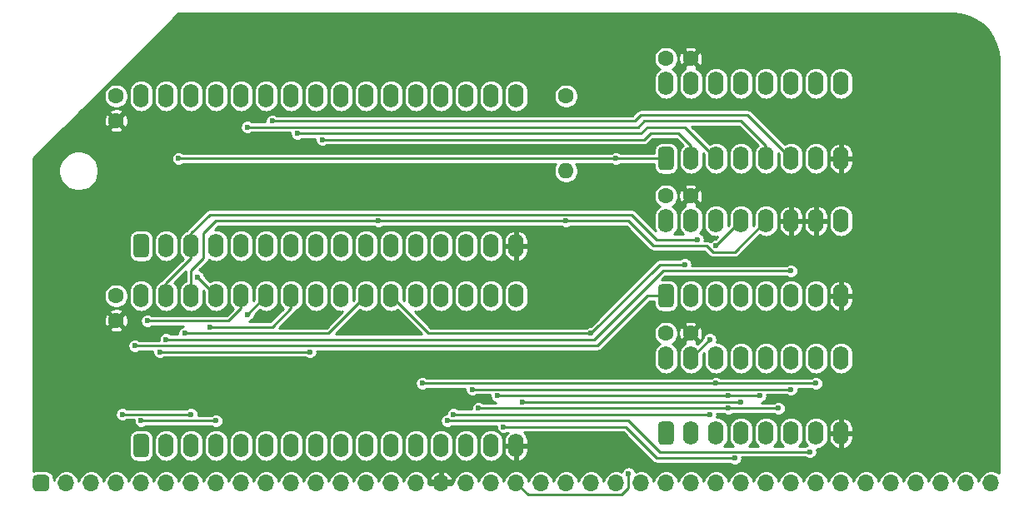
<source format=gbr>
%TF.GenerationSoftware,KiCad,Pcbnew,(5.1.9)-1*%
%TF.CreationDate,2021-04-04T21:48:06-07:00*%
%TF.ProjectId,rc-256page,72632d32-3536-4706-9167-652e6b696361,rev?*%
%TF.SameCoordinates,PX9157080PY9071968*%
%TF.FileFunction,Copper,L2,Bot*%
%TF.FilePolarity,Positive*%
%FSLAX46Y46*%
G04 Gerber Fmt 4.6, Leading zero omitted, Abs format (unit mm)*
G04 Created by KiCad (PCBNEW (5.1.9)-1) date 2021-04-04 21:48:06*
%MOMM*%
%LPD*%
G01*
G04 APERTURE LIST*
%TA.AperFunction,ComponentPad*%
%ADD10O,1.600000X2.400000*%
%TD*%
%TA.AperFunction,ComponentPad*%
%ADD11O,1.600000X1.600000*%
%TD*%
%TA.AperFunction,ComponentPad*%
%ADD12C,1.600000*%
%TD*%
%TA.AperFunction,ComponentPad*%
%ADD13O,1.700000X1.700000*%
%TD*%
%TA.AperFunction,ViaPad*%
%ADD14C,0.900000*%
%TD*%
%TA.AperFunction,ViaPad*%
%ADD15C,0.600000*%
%TD*%
%TA.AperFunction,Conductor*%
%ADD16C,0.635000*%
%TD*%
%TA.AperFunction,Conductor*%
%ADD17C,0.254000*%
%TD*%
%TA.AperFunction,Conductor*%
%ADD18C,0.250000*%
%TD*%
%TA.AperFunction,Conductor*%
%ADD19C,0.100000*%
%TD*%
G04 APERTURE END LIST*
D10*
%TO.P,U3,16*%
%TO.N,+5V*%
X64770000Y42240200D03*
%TO.P,U3,8*%
%TO.N,GND*%
X82550000Y34620200D03*
%TO.P,U3,15*%
%TO.N,Net-(U3-Pad15)*%
X67310000Y42240200D03*
%TO.P,U3,7*%
%TO.N,Net-(U3-Pad7)*%
X80010000Y34620200D03*
%TO.P,U3,14*%
%TO.N,Net-(U3-Pad14)*%
X69850000Y42240200D03*
%TO.P,U3,6*%
%TO.N,A6*%
X77470000Y34620200D03*
%TO.P,U3,13*%
%TO.N,Net-(U3-Pad13)*%
X72390000Y42240200D03*
%TO.P,U3,5*%
%TO.N,A7*%
X74930000Y34620200D03*
%TO.P,U3,12*%
%TO.N,Net-(U3-Pad12)*%
X74930000Y42240200D03*
%TO.P,U3,4*%
%TO.N,~IOREQ*%
X72390000Y34620200D03*
%TO.P,U3,11*%
%TO.N,Net-(U3-Pad11)*%
X77470000Y42240200D03*
%TO.P,U3,3*%
%TO.N,A5*%
X69850000Y34620200D03*
%TO.P,U3,10*%
%TO.N,Net-(U3-Pad10)*%
X80010000Y42240200D03*
%TO.P,U3,2*%
%TO.N,A4*%
X67310000Y34620200D03*
%TO.P,U3,9*%
%TO.N,/~CFG_CS*%
X82550000Y42240200D03*
%TO.P,U3,1*%
%TO.N,~WR*%
%TA.AperFunction,ComponentPad*%
G36*
G01*
X65170000Y33420200D02*
X64370000Y33420200D01*
G75*
G02*
X63970000Y33820200I0J400000D01*
G01*
X63970000Y35420200D01*
G75*
G02*
X64370000Y35820200I400000J0D01*
G01*
X65170000Y35820200D01*
G75*
G02*
X65570000Y35420200I0J-400000D01*
G01*
X65570000Y33820200D01*
G75*
G02*
X65170000Y33420200I-400000J0D01*
G01*
G37*
%TD.AperFunction*%
%TD*%
%TO.P,U5,16*%
%TO.N,+5V*%
X64770000Y28270200D03*
%TO.P,U5,8*%
%TO.N,GND*%
X82550000Y20650200D03*
%TO.P,U5,15*%
%TO.N,~MREQ*%
X67310000Y28270200D03*
%TO.P,U5,7*%
%TO.N,MEM_A16*%
X80010000Y20650200D03*
%TO.P,U5,14*%
%TO.N,/~ROMA*%
X69850000Y28270200D03*
%TO.P,U5,6*%
%TO.N,/A16B*%
X77470000Y20650200D03*
%TO.P,U5,13*%
%TO.N,/~ROMB*%
X72390000Y28270200D03*
%TO.P,U5,5*%
%TO.N,/A16A*%
X74930000Y20650200D03*
%TO.P,U5,12*%
%TO.N,~ROM_CS*%
X74930000Y28270200D03*
%TO.P,U5,4*%
%TO.N,MEM_A15*%
X72390000Y20650200D03*
%TO.P,U5,11*%
%TO.N,GND*%
X77470000Y28270200D03*
%TO.P,U5,3*%
%TO.N,/A15B*%
X69850000Y20650200D03*
%TO.P,U5,10*%
%TO.N,GND*%
X80010000Y28270200D03*
%TO.P,U5,2*%
%TO.N,/A15A*%
X67310000Y20650200D03*
%TO.P,U5,9*%
%TO.N,Net-(U5-Pad9)*%
X82550000Y28270200D03*
%TO.P,U5,1*%
%TO.N,A15*%
%TA.AperFunction,ComponentPad*%
G36*
G01*
X65170000Y19450200D02*
X64370000Y19450200D01*
G75*
G02*
X63970000Y19850200I0J400000D01*
G01*
X63970000Y21450200D01*
G75*
G02*
X64370000Y21850200I400000J0D01*
G01*
X65170000Y21850200D01*
G75*
G02*
X65570000Y21450200I0J-400000D01*
G01*
X65570000Y19850200D01*
G75*
G02*
X65170000Y19450200I-400000J0D01*
G01*
G37*
%TD.AperFunction*%
%TD*%
D11*
%TO.P,R1,2*%
%TO.N,~ROM_CS*%
X54610000Y33350200D03*
D12*
%TO.P,R1,1*%
%TO.N,+5V*%
X54610000Y40970200D03*
%TD*%
D13*
%TO.P,J1,39*%
%TO.N,Net-(J1-Pad39)*%
X97790000Y1600200D03*
%TO.P,J1,38*%
%TO.N,Net-(J1-Pad38)*%
X95250000Y1600200D03*
%TO.P,J1,37*%
%TO.N,Net-(J1-Pad37)*%
X92710000Y1600200D03*
%TO.P,J1,36*%
%TO.N,Net-(J1-Pad36)*%
X90170000Y1600200D03*
%TO.P,J1,35*%
%TO.N,Net-(J1-Pad35)*%
X87630000Y1600200D03*
%TO.P,J1,34*%
%TO.N,D7*%
X85090000Y1600200D03*
%TO.P,J1,33*%
%TO.N,D6*%
X82550000Y1600200D03*
%TO.P,J1,32*%
%TO.N,D5*%
X80010000Y1600200D03*
%TO.P,J1,31*%
%TO.N,D4*%
X77470000Y1600200D03*
%TO.P,J1,30*%
%TO.N,D3*%
X74930000Y1600200D03*
%TO.P,J1,29*%
%TO.N,D2*%
X72390000Y1600200D03*
%TO.P,J1,28*%
%TO.N,D1*%
X69850000Y1600200D03*
%TO.P,J1,27*%
%TO.N,D0*%
X67310000Y1600200D03*
%TO.P,J1,26*%
%TO.N,~IOREQ*%
X64770000Y1600200D03*
%TO.P,J1,25*%
%TO.N,~RD*%
X62230000Y1600200D03*
%TO.P,J1,24*%
%TO.N,~WR*%
X59690000Y1600200D03*
%TO.P,J1,23*%
%TO.N,~MREQ*%
X57150000Y1600200D03*
%TO.P,J1,22*%
%TO.N,Net-(J1-Pad22)*%
X54610000Y1600200D03*
%TO.P,J1,21*%
%TO.N,Net-(J1-Pad21)*%
X52070000Y1600200D03*
%TO.P,J1,20*%
%TO.N,~RESET*%
X49530000Y1600200D03*
%TO.P,J1,19*%
%TO.N,Net-(J1-Pad19)*%
X46990000Y1600200D03*
%TO.P,J1,18*%
%TO.N,+5V*%
X44450000Y1600200D03*
%TO.P,J1,17*%
%TO.N,GND*%
X41910000Y1600200D03*
%TO.P,J1,16*%
%TO.N,A0*%
X39370000Y1600200D03*
%TO.P,J1,15*%
%TO.N,A1*%
X36830000Y1600200D03*
%TO.P,J1,14*%
%TO.N,A2*%
X34290000Y1600200D03*
%TO.P,J1,13*%
%TO.N,A3*%
X31750000Y1600200D03*
%TO.P,J1,12*%
%TO.N,A4*%
X29210000Y1600200D03*
%TO.P,J1,11*%
%TO.N,A5*%
X26670000Y1600200D03*
%TO.P,J1,10*%
%TO.N,A6*%
X24130000Y1600200D03*
%TO.P,J1,9*%
%TO.N,A7*%
X21590000Y1600200D03*
%TO.P,J1,8*%
%TO.N,A8*%
X19050000Y1600200D03*
%TO.P,J1,7*%
%TO.N,A9*%
X16510000Y1600200D03*
%TO.P,J1,6*%
%TO.N,A10*%
X13970000Y1600200D03*
%TO.P,J1,5*%
%TO.N,A11*%
X11430000Y1600200D03*
%TO.P,J1,4*%
%TO.N,A12*%
X8890000Y1600200D03*
%TO.P,J1,3*%
%TO.N,A13*%
X6350000Y1600200D03*
%TO.P,J1,2*%
%TO.N,A14*%
X3810000Y1600200D03*
%TO.P,J1,1*%
%TO.N,A15*%
%TA.AperFunction,ComponentPad*%
G36*
G01*
X1695000Y750200D02*
X845000Y750200D01*
G75*
G02*
X420000Y1175200I0J425000D01*
G01*
X420000Y2025200D01*
G75*
G02*
X845000Y2450200I425000J0D01*
G01*
X1695000Y2450200D01*
G75*
G02*
X2120000Y2025200I0J-425000D01*
G01*
X2120000Y1175200D01*
G75*
G02*
X1695000Y750200I-425000J0D01*
G01*
G37*
%TD.AperFunction*%
%TD*%
D10*
%TO.P,U1,32*%
%TO.N,+5V*%
X11430000Y40970200D03*
%TO.P,U1,16*%
%TO.N,GND*%
X49530000Y25730200D03*
%TO.P,U1,31*%
%TO.N,~WR*%
X13970000Y40970200D03*
%TO.P,U1,15*%
%TO.N,D2*%
X46990000Y25730200D03*
%TO.P,U1,30*%
%TO.N,Net-(U1-Pad30)*%
X16510000Y40970200D03*
%TO.P,U1,14*%
%TO.N,D1*%
X44450000Y25730200D03*
%TO.P,U1,29*%
%TO.N,A14*%
X19050000Y40970200D03*
%TO.P,U1,13*%
%TO.N,D0*%
X41910000Y25730200D03*
%TO.P,U1,28*%
%TO.N,A13*%
X21590000Y40970200D03*
%TO.P,U1,12*%
%TO.N,A0*%
X39370000Y25730200D03*
%TO.P,U1,27*%
%TO.N,A8*%
X24130000Y40970200D03*
%TO.P,U1,11*%
%TO.N,A1*%
X36830000Y25730200D03*
%TO.P,U1,26*%
%TO.N,A9*%
X26670000Y40970200D03*
%TO.P,U1,10*%
%TO.N,A2*%
X34290000Y25730200D03*
%TO.P,U1,25*%
%TO.N,A11*%
X29210000Y40970200D03*
%TO.P,U1,9*%
%TO.N,A3*%
X31750000Y25730200D03*
%TO.P,U1,24*%
%TO.N,~RD*%
X31750000Y40970200D03*
%TO.P,U1,8*%
%TO.N,A4*%
X29210000Y25730200D03*
%TO.P,U1,23*%
%TO.N,A10*%
X34290000Y40970200D03*
%TO.P,U1,7*%
%TO.N,A5*%
X26670000Y25730200D03*
%TO.P,U1,22*%
%TO.N,~ROM_CS*%
X36830000Y40970200D03*
%TO.P,U1,6*%
%TO.N,A6*%
X24130000Y25730200D03*
%TO.P,U1,21*%
%TO.N,D7*%
X39370000Y40970200D03*
%TO.P,U1,5*%
%TO.N,A7*%
X21590000Y25730200D03*
%TO.P,U1,20*%
%TO.N,D6*%
X41910000Y40970200D03*
%TO.P,U1,4*%
%TO.N,A12*%
X19050000Y25730200D03*
%TO.P,U1,19*%
%TO.N,D5*%
X44450000Y40970200D03*
%TO.P,U1,3*%
%TO.N,MEM_A15*%
X16510000Y25730200D03*
%TO.P,U1,18*%
%TO.N,D4*%
X46990000Y40970200D03*
%TO.P,U1,2*%
%TO.N,MEM_A16*%
X13970000Y25730200D03*
%TO.P,U1,17*%
%TO.N,D3*%
X49530000Y40970200D03*
%TO.P,U1,1*%
%TO.N,Net-(U1-Pad1)*%
%TA.AperFunction,ComponentPad*%
G36*
G01*
X11830000Y24530200D02*
X11030000Y24530200D01*
G75*
G02*
X10630000Y24930200I0J400000D01*
G01*
X10630000Y26530200D01*
G75*
G02*
X11030000Y26930200I400000J0D01*
G01*
X11830000Y26930200D01*
G75*
G02*
X12230000Y26530200I0J-400000D01*
G01*
X12230000Y24930200D01*
G75*
G02*
X11830000Y24530200I-400000J0D01*
G01*
G37*
%TD.AperFunction*%
%TD*%
%TO.P,U4,16*%
%TO.N,+5V*%
X64770000Y14300200D03*
%TO.P,U4,8*%
%TO.N,GND*%
X82550000Y6680200D03*
%TO.P,U4,15*%
%TO.N,/~ROMB*%
X67310000Y14300200D03*
%TO.P,U4,7*%
%TO.N,/A16A*%
X80010000Y6680200D03*
%TO.P,U4,14*%
%TO.N,D7*%
X69850000Y14300200D03*
%TO.P,U4,6*%
%TO.N,D1*%
X77470000Y6680200D03*
%TO.P,U4,13*%
%TO.N,D3*%
X72390000Y14300200D03*
%TO.P,U4,5*%
%TO.N,/A15B*%
X74930000Y6680200D03*
%TO.P,U4,12*%
%TO.N,/~ROMA*%
X74930000Y14300200D03*
%TO.P,U4,4*%
%TO.N,D4*%
X72390000Y6680200D03*
%TO.P,U4,11*%
%TO.N,D5*%
X77470000Y14300200D03*
%TO.P,U4,3*%
%TO.N,D0*%
X69850000Y6680200D03*
%TO.P,U4,10*%
%TO.N,/A16B*%
X80010000Y14300200D03*
%TO.P,U4,2*%
%TO.N,/A15A*%
X67310000Y6680200D03*
%TO.P,U4,9*%
%TO.N,/~CFG_CS*%
X82550000Y14300200D03*
%TO.P,U4,1*%
%TO.N,~RESET*%
%TA.AperFunction,ComponentPad*%
G36*
G01*
X65170000Y5480200D02*
X64370000Y5480200D01*
G75*
G02*
X63970000Y5880200I0J400000D01*
G01*
X63970000Y7480200D01*
G75*
G02*
X64370000Y7880200I400000J0D01*
G01*
X65170000Y7880200D01*
G75*
G02*
X65570000Y7480200I0J-400000D01*
G01*
X65570000Y5880200D01*
G75*
G02*
X65170000Y5480200I-400000J0D01*
G01*
G37*
%TD.AperFunction*%
%TD*%
%TO.P,U2,32*%
%TO.N,+5V*%
X11430000Y20650200D03*
%TO.P,U2,16*%
%TO.N,GND*%
X49530000Y5410200D03*
%TO.P,U2,31*%
%TO.N,MEM_A15*%
X13970000Y20650200D03*
%TO.P,U2,15*%
%TO.N,D2*%
X46990000Y5410200D03*
%TO.P,U2,30*%
%TO.N,~ROM_CS*%
X16510000Y20650200D03*
%TO.P,U2,14*%
%TO.N,D1*%
X44450000Y5410200D03*
%TO.P,U2,29*%
%TO.N,~WR*%
X19050000Y20650200D03*
%TO.P,U2,13*%
%TO.N,D0*%
X41910000Y5410200D03*
%TO.P,U2,28*%
%TO.N,A13*%
X21590000Y20650200D03*
%TO.P,U2,12*%
%TO.N,A0*%
X39370000Y5410200D03*
%TO.P,U2,27*%
%TO.N,A8*%
X24130000Y20650200D03*
%TO.P,U2,11*%
%TO.N,A1*%
X36830000Y5410200D03*
%TO.P,U2,26*%
%TO.N,A9*%
X26670000Y20650200D03*
%TO.P,U2,10*%
%TO.N,A2*%
X34290000Y5410200D03*
%TO.P,U2,25*%
%TO.N,A11*%
X29210000Y20650200D03*
%TO.P,U2,9*%
%TO.N,A3*%
X31750000Y5410200D03*
%TO.P,U2,24*%
%TO.N,~RD*%
X31750000Y20650200D03*
%TO.P,U2,8*%
%TO.N,A4*%
X29210000Y5410200D03*
%TO.P,U2,23*%
%TO.N,A10*%
X34290000Y20650200D03*
%TO.P,U2,7*%
%TO.N,A5*%
X26670000Y5410200D03*
%TO.P,U2,22*%
%TO.N,~MREQ*%
X36830000Y20650200D03*
%TO.P,U2,6*%
%TO.N,A6*%
X24130000Y5410200D03*
%TO.P,U2,21*%
%TO.N,D7*%
X39370000Y20650200D03*
%TO.P,U2,5*%
%TO.N,A7*%
X21590000Y5410200D03*
%TO.P,U2,20*%
%TO.N,D6*%
X41910000Y20650200D03*
%TO.P,U2,4*%
%TO.N,A12*%
X19050000Y5410200D03*
%TO.P,U2,19*%
%TO.N,D5*%
X44450000Y20650200D03*
%TO.P,U2,3*%
%TO.N,A14*%
X16510000Y5410200D03*
%TO.P,U2,18*%
%TO.N,D4*%
X46990000Y20650200D03*
%TO.P,U2,2*%
%TO.N,MEM_A16*%
X13970000Y5410200D03*
%TO.P,U2,17*%
%TO.N,D3*%
X49530000Y20650200D03*
%TO.P,U2,1*%
%TO.N,Net-(U2-Pad1)*%
%TA.AperFunction,ComponentPad*%
G36*
G01*
X11830000Y4210200D02*
X11030000Y4210200D01*
G75*
G02*
X10630000Y4610200I0J400000D01*
G01*
X10630000Y6210200D01*
G75*
G02*
X11030000Y6610200I400000J0D01*
G01*
X11830000Y6610200D01*
G75*
G02*
X12230000Y6210200I0J-400000D01*
G01*
X12230000Y4610200D01*
G75*
G02*
X11830000Y4210200I-400000J0D01*
G01*
G37*
%TD.AperFunction*%
%TD*%
D12*
%TO.P,C5,2*%
%TO.N,+5V*%
X64770000Y30810200D03*
%TO.P,C5,1*%
%TO.N,GND*%
X67270000Y30810200D03*
%TD*%
%TO.P,C4,2*%
%TO.N,+5V*%
X64770000Y16840200D03*
%TO.P,C4,1*%
%TO.N,GND*%
X67270000Y16840200D03*
%TD*%
%TO.P,C3,2*%
%TO.N,+5V*%
X64770000Y44780200D03*
%TO.P,C3,1*%
%TO.N,GND*%
X67270000Y44780200D03*
%TD*%
%TO.P,C2,2*%
%TO.N,GND*%
X8890000Y18150200D03*
%TO.P,C2,1*%
%TO.N,+5V*%
X8890000Y20650200D03*
%TD*%
%TO.P,C1,2*%
%TO.N,GND*%
X8890000Y38470200D03*
%TO.P,C1,1*%
%TO.N,+5V*%
X8890000Y40970200D03*
%TD*%
D14*
%TO.N,GND*%
X51117500Y13665204D03*
X51434998Y39700200D03*
X49530000Y31762700D03*
D15*
%TO.N,D7*%
X40005000Y11760200D03*
X69850000Y11760200D03*
X80010000Y11760200D03*
%TO.N,D6*%
X79375000Y4775200D03*
X42545000Y7950200D03*
%TO.N,D5*%
X77470000Y11125200D03*
X45085000Y11125200D03*
%TO.N,D4*%
X71120000Y10490200D03*
X47625000Y10490200D03*
X74295000Y10490200D03*
%TO.N,D3*%
X50165000Y9855200D03*
X72390000Y9855200D03*
%TO.N,D2*%
X71755000Y4140200D03*
X48260000Y7315200D03*
%TO.N,D1*%
X45720000Y9220200D03*
X71120000Y9220200D03*
X76200000Y9220200D03*
%TO.N,D0*%
X43180000Y8585200D03*
X69215000Y8585200D03*
%TO.N,~WR*%
X17145000Y22555200D03*
X15240000Y34620200D03*
X59690000Y34620200D03*
%TO.N,~RESET*%
X60960000Y2552700D03*
%TO.N,A6*%
X24765000Y38430200D03*
%TO.N,A4*%
X29845000Y36525200D03*
%TO.N,A5*%
X27305000Y37160200D03*
%TO.N,A7*%
X22225000Y37795200D03*
%TO.N,~MREQ*%
X66675000Y23825200D03*
X57150000Y16840200D03*
%TO.N,A8*%
X22225000Y18745200D03*
%TO.N,A9*%
X18415000Y17475200D03*
%TO.N,A10*%
X15875000Y16840200D03*
%TO.N,A11*%
X13335000Y14935200D03*
X28575000Y14935200D03*
%TO.N,A12*%
X11430000Y7950200D03*
X19050000Y7950200D03*
%TO.N,A13*%
X12065000Y18110200D03*
%TO.N,A14*%
X16510000Y8585200D03*
X9525000Y8585198D03*
%TO.N,A15*%
X10795000Y15570200D03*
%TO.N,~ROM_CS*%
X54610000Y28270200D03*
X35560000Y28270200D03*
%TO.N,MEM_A15*%
X67945000Y26365200D03*
%TO.N,MEM_A16*%
X13970000Y16205200D03*
X77470000Y23190200D03*
%TO.N,/~ROMB*%
X69215000Y16205200D03*
X69850000Y25730200D03*
%TD*%
D16*
%TO.N,GND*%
X41910000Y1600200D02*
X42926000Y1600200D01*
X41910000Y1600200D02*
X40894000Y1600200D01*
D17*
%TO.N,D7*%
X69850000Y11760200D02*
X40005000Y11760200D01*
X69850000Y11760200D02*
X80010000Y11760200D01*
%TO.N,D6*%
X79375000Y4775200D02*
X64135000Y4775200D01*
X64135000Y4775200D02*
X60960000Y7950200D01*
X60960000Y7950200D02*
X42545000Y7950200D01*
%TO.N,D5*%
X77470000Y11125200D02*
X45085000Y11125200D01*
%TO.N,D4*%
X71120000Y10490200D02*
X47625000Y10490200D01*
X74295000Y10490200D02*
X71120000Y10490200D01*
%TO.N,D3*%
X72390000Y9855200D02*
X50165000Y9855200D01*
%TO.N,D2*%
X71755000Y4140200D02*
X63817500Y4140200D01*
X63817500Y4140200D02*
X60642500Y7315200D01*
X60642500Y7315200D02*
X48260000Y7315200D01*
%TO.N,D1*%
X71120000Y9220200D02*
X45720000Y9220200D01*
X71120000Y9220200D02*
X76200000Y9220200D01*
%TO.N,D0*%
X43180000Y8585200D02*
X69215000Y8585200D01*
D18*
%TO.N,~WR*%
X19050000Y20650200D02*
X17145000Y22555200D01*
D17*
X64770000Y34620200D02*
X59690000Y34620200D01*
X15240000Y34620200D02*
X59690000Y34620200D01*
%TO.N,~RESET*%
X60233772Y402010D02*
X60960000Y1128238D01*
X50728190Y402010D02*
X60233772Y402010D01*
X49530000Y1600200D02*
X50728190Y402010D01*
X60960000Y1128238D02*
X60960000Y2552700D01*
%TO.N,A4*%
X66040000Y37160200D02*
X67310000Y35890200D01*
X67310000Y35890200D02*
X67310000Y34620200D01*
X63182500Y37160200D02*
X66040000Y37160200D01*
X62547500Y36525200D02*
X63182500Y37160200D01*
X29845000Y36525200D02*
X62547500Y36525200D01*
%TO.N,A5*%
X62865000Y37795200D02*
X62230000Y37160200D01*
X66675000Y37795200D02*
X62865000Y37795200D01*
X62230000Y37160200D02*
X27305000Y37160200D01*
X69850000Y34620200D02*
X66675000Y37795200D01*
%TO.N,A6*%
X61595000Y38430200D02*
X24765000Y38430200D01*
X62230000Y39065200D02*
X61595000Y38430200D01*
X73025000Y39065200D02*
X62230000Y39065200D01*
X77470000Y34620200D02*
X73025000Y39065200D01*
%TO.N,A7*%
X61912500Y37795200D02*
X22225000Y37795200D01*
X62547500Y38430200D02*
X61912500Y37795200D01*
X72390000Y38430200D02*
X62547500Y38430200D01*
X74930000Y35890200D02*
X72390000Y38430200D01*
X74930000Y34620200D02*
X74930000Y35890200D01*
%TO.N,~MREQ*%
X36830000Y20650200D02*
X40640000Y16840200D01*
X40640000Y16840200D02*
X57150000Y16840200D01*
X66675000Y23825200D02*
X64135000Y23825200D01*
X64135000Y23825200D02*
X57150000Y16840200D01*
%TO.N,A8*%
X22225000Y18745200D02*
X24130000Y20650200D01*
%TO.N,A9*%
X24765000Y17475200D02*
X18415000Y17475200D01*
X26670000Y19380200D02*
X24765000Y17475200D01*
X26670000Y20650200D02*
X26670000Y19380200D01*
%TO.N,A10*%
X30480000Y16840200D02*
X15875000Y16840200D01*
X34290000Y20650200D02*
X30480000Y16840200D01*
%TO.N,A11*%
X13335000Y14935200D02*
X28575000Y14935200D01*
%TO.N,A12*%
X11430000Y7950200D02*
X19050000Y7950200D01*
%TO.N,A13*%
X20320000Y18110200D02*
X12065000Y18110200D01*
X21590000Y19380200D02*
X20320000Y18110200D01*
X21590000Y20650200D02*
X21590000Y19380200D01*
%TO.N,A14*%
X16510000Y8585200D02*
X9525002Y8585200D01*
X9525002Y8585200D02*
X9525000Y8585198D01*
%TO.N,A15*%
X57785000Y15570200D02*
X10795000Y15570200D01*
X62865000Y20650200D02*
X57785000Y15570200D01*
X64770000Y20650200D02*
X62865000Y20650200D01*
%TO.N,~ROM_CS*%
X19050000Y28270200D02*
X35560000Y28270200D01*
X17780000Y24460200D02*
X17780000Y27000200D01*
X16510000Y23190200D02*
X17780000Y24460200D01*
X17780000Y27000200D02*
X19050000Y28270200D01*
X16510000Y20650200D02*
X16510000Y23190200D01*
X54610000Y28270200D02*
X35560000Y28270200D01*
X63500000Y25730200D02*
X60960000Y28270200D01*
X68897500Y25730200D02*
X63500000Y25730200D01*
X69532500Y25095200D02*
X68897500Y25730200D01*
X71755000Y25095200D02*
X69532500Y25095200D01*
X60960000Y28270200D02*
X54610000Y28270200D01*
X74930000Y28270200D02*
X71755000Y25095200D01*
%TO.N,MEM_A15*%
X13970000Y20650200D02*
X13970000Y21920200D01*
X16510000Y24460200D02*
X16510000Y25730200D01*
X13970000Y21920200D02*
X16510000Y24460200D01*
X16510000Y27000200D02*
X16510000Y25730200D01*
X67945000Y26365200D02*
X63817500Y26365200D01*
X63817500Y26365200D02*
X61277500Y28905200D01*
X61277500Y28905200D02*
X18415000Y28905200D01*
X18415000Y28905200D02*
X16510000Y27000200D01*
%TO.N,MEM_A16*%
X64452500Y23190200D02*
X77470000Y23190200D01*
X57467500Y16205200D02*
X64452500Y23190200D01*
X13970000Y16205200D02*
X57467500Y16205200D01*
%TO.N,/~ROMB*%
X67310000Y14300200D02*
X69215000Y16205200D01*
X72390000Y28270200D02*
X69850000Y25730200D01*
%TD*%
%TO.N,GND*%
X94730956Y49280497D02*
X95517463Y49069754D01*
X96255433Y48725633D01*
X96922429Y48258597D01*
X97498197Y47682829D01*
X97965233Y47015833D01*
X98309354Y46277863D01*
X98520098Y45491355D01*
X98594600Y44639789D01*
X98594601Y2604191D01*
X98397160Y2736116D01*
X98163887Y2832741D01*
X97916246Y2882000D01*
X97663754Y2882000D01*
X97416113Y2832741D01*
X97182840Y2736116D01*
X96972900Y2595839D01*
X96794361Y2417300D01*
X96654084Y2207360D01*
X96557459Y1974087D01*
X96520000Y1785768D01*
X96482541Y1974087D01*
X96385916Y2207360D01*
X96245639Y2417300D01*
X96067100Y2595839D01*
X95857160Y2736116D01*
X95623887Y2832741D01*
X95376246Y2882000D01*
X95123754Y2882000D01*
X94876113Y2832741D01*
X94642840Y2736116D01*
X94432900Y2595839D01*
X94254361Y2417300D01*
X94114084Y2207360D01*
X94017459Y1974087D01*
X93980000Y1785768D01*
X93942541Y1974087D01*
X93845916Y2207360D01*
X93705639Y2417300D01*
X93527100Y2595839D01*
X93317160Y2736116D01*
X93083887Y2832741D01*
X92836246Y2882000D01*
X92583754Y2882000D01*
X92336113Y2832741D01*
X92102840Y2736116D01*
X91892900Y2595839D01*
X91714361Y2417300D01*
X91574084Y2207360D01*
X91477459Y1974087D01*
X91440000Y1785768D01*
X91402541Y1974087D01*
X91305916Y2207360D01*
X91165639Y2417300D01*
X90987100Y2595839D01*
X90777160Y2736116D01*
X90543887Y2832741D01*
X90296246Y2882000D01*
X90043754Y2882000D01*
X89796113Y2832741D01*
X89562840Y2736116D01*
X89352900Y2595839D01*
X89174361Y2417300D01*
X89034084Y2207360D01*
X88937459Y1974087D01*
X88900000Y1785768D01*
X88862541Y1974087D01*
X88765916Y2207360D01*
X88625639Y2417300D01*
X88447100Y2595839D01*
X88237160Y2736116D01*
X88003887Y2832741D01*
X87756246Y2882000D01*
X87503754Y2882000D01*
X87256113Y2832741D01*
X87022840Y2736116D01*
X86812900Y2595839D01*
X86634361Y2417300D01*
X86494084Y2207360D01*
X86397459Y1974087D01*
X86360000Y1785768D01*
X86322541Y1974087D01*
X86225916Y2207360D01*
X86085639Y2417300D01*
X85907100Y2595839D01*
X85697160Y2736116D01*
X85463887Y2832741D01*
X85216246Y2882000D01*
X84963754Y2882000D01*
X84716113Y2832741D01*
X84482840Y2736116D01*
X84272900Y2595839D01*
X84094361Y2417300D01*
X83954084Y2207360D01*
X83857459Y1974087D01*
X83820000Y1785768D01*
X83782541Y1974087D01*
X83685916Y2207360D01*
X83545639Y2417300D01*
X83367100Y2595839D01*
X83157160Y2736116D01*
X82923887Y2832741D01*
X82676246Y2882000D01*
X82423754Y2882000D01*
X82176113Y2832741D01*
X81942840Y2736116D01*
X81732900Y2595839D01*
X81554361Y2417300D01*
X81414084Y2207360D01*
X81317459Y1974087D01*
X81280000Y1785768D01*
X81242541Y1974087D01*
X81145916Y2207360D01*
X81005639Y2417300D01*
X80827100Y2595839D01*
X80617160Y2736116D01*
X80383887Y2832741D01*
X80136246Y2882000D01*
X79883754Y2882000D01*
X79636113Y2832741D01*
X79402840Y2736116D01*
X79192900Y2595839D01*
X79014361Y2417300D01*
X78874084Y2207360D01*
X78777459Y1974087D01*
X78740000Y1785768D01*
X78702541Y1974087D01*
X78605916Y2207360D01*
X78465639Y2417300D01*
X78287100Y2595839D01*
X78077160Y2736116D01*
X77843887Y2832741D01*
X77596246Y2882000D01*
X77343754Y2882000D01*
X77096113Y2832741D01*
X76862840Y2736116D01*
X76652900Y2595839D01*
X76474361Y2417300D01*
X76334084Y2207360D01*
X76237459Y1974087D01*
X76200000Y1785768D01*
X76162541Y1974087D01*
X76065916Y2207360D01*
X75925639Y2417300D01*
X75747100Y2595839D01*
X75537160Y2736116D01*
X75303887Y2832741D01*
X75056246Y2882000D01*
X74803754Y2882000D01*
X74556113Y2832741D01*
X74322840Y2736116D01*
X74112900Y2595839D01*
X73934361Y2417300D01*
X73794084Y2207360D01*
X73697459Y1974087D01*
X73660000Y1785768D01*
X73622541Y1974087D01*
X73525916Y2207360D01*
X73385639Y2417300D01*
X73207100Y2595839D01*
X72997160Y2736116D01*
X72763887Y2832741D01*
X72516246Y2882000D01*
X72263754Y2882000D01*
X72016113Y2832741D01*
X71782840Y2736116D01*
X71572900Y2595839D01*
X71394361Y2417300D01*
X71254084Y2207360D01*
X71157459Y1974087D01*
X71120000Y1785768D01*
X71082541Y1974087D01*
X70985916Y2207360D01*
X70845639Y2417300D01*
X70667100Y2595839D01*
X70457160Y2736116D01*
X70223887Y2832741D01*
X69976246Y2882000D01*
X69723754Y2882000D01*
X69476113Y2832741D01*
X69242840Y2736116D01*
X69032900Y2595839D01*
X68854361Y2417300D01*
X68714084Y2207360D01*
X68617459Y1974087D01*
X68580000Y1785768D01*
X68542541Y1974087D01*
X68445916Y2207360D01*
X68305639Y2417300D01*
X68127100Y2595839D01*
X67917160Y2736116D01*
X67683887Y2832741D01*
X67436246Y2882000D01*
X67183754Y2882000D01*
X66936113Y2832741D01*
X66702840Y2736116D01*
X66492900Y2595839D01*
X66314361Y2417300D01*
X66174084Y2207360D01*
X66077459Y1974087D01*
X66040000Y1785768D01*
X66002541Y1974087D01*
X65905916Y2207360D01*
X65765639Y2417300D01*
X65587100Y2595839D01*
X65377160Y2736116D01*
X65143887Y2832741D01*
X64896246Y2882000D01*
X64643754Y2882000D01*
X64396113Y2832741D01*
X64162840Y2736116D01*
X63952900Y2595839D01*
X63774361Y2417300D01*
X63634084Y2207360D01*
X63537459Y1974087D01*
X63500000Y1785768D01*
X63462541Y1974087D01*
X63365916Y2207360D01*
X63225639Y2417300D01*
X63047100Y2595839D01*
X62837160Y2736116D01*
X62603887Y2832741D01*
X62356246Y2882000D01*
X62103754Y2882000D01*
X61856113Y2832741D01*
X61666089Y2754030D01*
X61663677Y2766158D01*
X61608513Y2899337D01*
X61528426Y3019195D01*
X61426495Y3121126D01*
X61306637Y3201213D01*
X61173458Y3256377D01*
X61032076Y3284500D01*
X60887924Y3284500D01*
X60746542Y3256377D01*
X60613363Y3201213D01*
X60493505Y3121126D01*
X60391574Y3019195D01*
X60311487Y2899337D01*
X60256323Y2766158D01*
X60253911Y2754030D01*
X60063887Y2832741D01*
X59816246Y2882000D01*
X59563754Y2882000D01*
X59316113Y2832741D01*
X59082840Y2736116D01*
X58872900Y2595839D01*
X58694361Y2417300D01*
X58554084Y2207360D01*
X58457459Y1974087D01*
X58420000Y1785768D01*
X58382541Y1974087D01*
X58285916Y2207360D01*
X58145639Y2417300D01*
X57967100Y2595839D01*
X57757160Y2736116D01*
X57523887Y2832741D01*
X57276246Y2882000D01*
X57023754Y2882000D01*
X56776113Y2832741D01*
X56542840Y2736116D01*
X56332900Y2595839D01*
X56154361Y2417300D01*
X56014084Y2207360D01*
X55917459Y1974087D01*
X55880000Y1785768D01*
X55842541Y1974087D01*
X55745916Y2207360D01*
X55605639Y2417300D01*
X55427100Y2595839D01*
X55217160Y2736116D01*
X54983887Y2832741D01*
X54736246Y2882000D01*
X54483754Y2882000D01*
X54236113Y2832741D01*
X54002840Y2736116D01*
X53792900Y2595839D01*
X53614361Y2417300D01*
X53474084Y2207360D01*
X53377459Y1974087D01*
X53340000Y1785768D01*
X53302541Y1974087D01*
X53205916Y2207360D01*
X53065639Y2417300D01*
X52887100Y2595839D01*
X52677160Y2736116D01*
X52443887Y2832741D01*
X52196246Y2882000D01*
X51943754Y2882000D01*
X51696113Y2832741D01*
X51462840Y2736116D01*
X51252900Y2595839D01*
X51074361Y2417300D01*
X50934084Y2207360D01*
X50837459Y1974087D01*
X50800000Y1785768D01*
X50762541Y1974087D01*
X50665916Y2207360D01*
X50525639Y2417300D01*
X50347100Y2595839D01*
X50137160Y2736116D01*
X49903887Y2832741D01*
X49656246Y2882000D01*
X49403754Y2882000D01*
X49156113Y2832741D01*
X48922840Y2736116D01*
X48712900Y2595839D01*
X48534361Y2417300D01*
X48394084Y2207360D01*
X48297459Y1974087D01*
X48260000Y1785768D01*
X48222541Y1974087D01*
X48125916Y2207360D01*
X47985639Y2417300D01*
X47807100Y2595839D01*
X47597160Y2736116D01*
X47363887Y2832741D01*
X47116246Y2882000D01*
X46863754Y2882000D01*
X46616113Y2832741D01*
X46382840Y2736116D01*
X46172900Y2595839D01*
X45994361Y2417300D01*
X45854084Y2207360D01*
X45757459Y1974087D01*
X45720000Y1785768D01*
X45682541Y1974087D01*
X45585916Y2207360D01*
X45445639Y2417300D01*
X45267100Y2595839D01*
X45057160Y2736116D01*
X44823887Y2832741D01*
X44576246Y2882000D01*
X44323754Y2882000D01*
X44076113Y2832741D01*
X43842840Y2736116D01*
X43632900Y2595839D01*
X43454361Y2417300D01*
X43314084Y2207360D01*
X43217459Y1974087D01*
X43168350Y1727202D01*
X43077550Y1727202D01*
X43149928Y1925168D01*
X43062705Y2160822D01*
X42931184Y2374931D01*
X42760420Y2559268D01*
X42556975Y2706748D01*
X42328667Y2811705D01*
X42234967Y2840122D01*
X42037000Y2767160D01*
X42037000Y1727200D01*
X42057000Y1727200D01*
X42057000Y1473200D01*
X42037000Y1473200D01*
X42037000Y1453200D01*
X41783000Y1453200D01*
X41783000Y1473200D01*
X41763000Y1473200D01*
X41763000Y1727200D01*
X41783000Y1727200D01*
X41783000Y2767160D01*
X41585033Y2840122D01*
X41491333Y2811705D01*
X41263025Y2706748D01*
X41059580Y2559268D01*
X40888816Y2374931D01*
X40757295Y2160822D01*
X40670072Y1925168D01*
X40742450Y1727202D01*
X40651650Y1727202D01*
X40602541Y1974087D01*
X40505916Y2207360D01*
X40365639Y2417300D01*
X40187100Y2595839D01*
X39977160Y2736116D01*
X39743887Y2832741D01*
X39496246Y2882000D01*
X39243754Y2882000D01*
X38996113Y2832741D01*
X38762840Y2736116D01*
X38552900Y2595839D01*
X38374361Y2417300D01*
X38234084Y2207360D01*
X38137459Y1974087D01*
X38100000Y1785768D01*
X38062541Y1974087D01*
X37965916Y2207360D01*
X37825639Y2417300D01*
X37647100Y2595839D01*
X37437160Y2736116D01*
X37203887Y2832741D01*
X36956246Y2882000D01*
X36703754Y2882000D01*
X36456113Y2832741D01*
X36222840Y2736116D01*
X36012900Y2595839D01*
X35834361Y2417300D01*
X35694084Y2207360D01*
X35597459Y1974087D01*
X35560000Y1785768D01*
X35522541Y1974087D01*
X35425916Y2207360D01*
X35285639Y2417300D01*
X35107100Y2595839D01*
X34897160Y2736116D01*
X34663887Y2832741D01*
X34416246Y2882000D01*
X34163754Y2882000D01*
X33916113Y2832741D01*
X33682840Y2736116D01*
X33472900Y2595839D01*
X33294361Y2417300D01*
X33154084Y2207360D01*
X33057459Y1974087D01*
X33020000Y1785768D01*
X32982541Y1974087D01*
X32885916Y2207360D01*
X32745639Y2417300D01*
X32567100Y2595839D01*
X32357160Y2736116D01*
X32123887Y2832741D01*
X31876246Y2882000D01*
X31623754Y2882000D01*
X31376113Y2832741D01*
X31142840Y2736116D01*
X30932900Y2595839D01*
X30754361Y2417300D01*
X30614084Y2207360D01*
X30517459Y1974087D01*
X30480000Y1785768D01*
X30442541Y1974087D01*
X30345916Y2207360D01*
X30205639Y2417300D01*
X30027100Y2595839D01*
X29817160Y2736116D01*
X29583887Y2832741D01*
X29336246Y2882000D01*
X29083754Y2882000D01*
X28836113Y2832741D01*
X28602840Y2736116D01*
X28392900Y2595839D01*
X28214361Y2417300D01*
X28074084Y2207360D01*
X27977459Y1974087D01*
X27940000Y1785768D01*
X27902541Y1974087D01*
X27805916Y2207360D01*
X27665639Y2417300D01*
X27487100Y2595839D01*
X27277160Y2736116D01*
X27043887Y2832741D01*
X26796246Y2882000D01*
X26543754Y2882000D01*
X26296113Y2832741D01*
X26062840Y2736116D01*
X25852900Y2595839D01*
X25674361Y2417300D01*
X25534084Y2207360D01*
X25437459Y1974087D01*
X25400000Y1785768D01*
X25362541Y1974087D01*
X25265916Y2207360D01*
X25125639Y2417300D01*
X24947100Y2595839D01*
X24737160Y2736116D01*
X24503887Y2832741D01*
X24256246Y2882000D01*
X24003754Y2882000D01*
X23756113Y2832741D01*
X23522840Y2736116D01*
X23312900Y2595839D01*
X23134361Y2417300D01*
X22994084Y2207360D01*
X22897459Y1974087D01*
X22860000Y1785768D01*
X22822541Y1974087D01*
X22725916Y2207360D01*
X22585639Y2417300D01*
X22407100Y2595839D01*
X22197160Y2736116D01*
X21963887Y2832741D01*
X21716246Y2882000D01*
X21463754Y2882000D01*
X21216113Y2832741D01*
X20982840Y2736116D01*
X20772900Y2595839D01*
X20594361Y2417300D01*
X20454084Y2207360D01*
X20357459Y1974087D01*
X20320000Y1785768D01*
X20282541Y1974087D01*
X20185916Y2207360D01*
X20045639Y2417300D01*
X19867100Y2595839D01*
X19657160Y2736116D01*
X19423887Y2832741D01*
X19176246Y2882000D01*
X18923754Y2882000D01*
X18676113Y2832741D01*
X18442840Y2736116D01*
X18232900Y2595839D01*
X18054361Y2417300D01*
X17914084Y2207360D01*
X17817459Y1974087D01*
X17780000Y1785768D01*
X17742541Y1974087D01*
X17645916Y2207360D01*
X17505639Y2417300D01*
X17327100Y2595839D01*
X17117160Y2736116D01*
X16883887Y2832741D01*
X16636246Y2882000D01*
X16383754Y2882000D01*
X16136113Y2832741D01*
X15902840Y2736116D01*
X15692900Y2595839D01*
X15514361Y2417300D01*
X15374084Y2207360D01*
X15277459Y1974087D01*
X15240000Y1785768D01*
X15202541Y1974087D01*
X15105916Y2207360D01*
X14965639Y2417300D01*
X14787100Y2595839D01*
X14577160Y2736116D01*
X14343887Y2832741D01*
X14096246Y2882000D01*
X13843754Y2882000D01*
X13596113Y2832741D01*
X13362840Y2736116D01*
X13152900Y2595839D01*
X12974361Y2417300D01*
X12834084Y2207360D01*
X12737459Y1974087D01*
X12700000Y1785768D01*
X12662541Y1974087D01*
X12565916Y2207360D01*
X12425639Y2417300D01*
X12247100Y2595839D01*
X12037160Y2736116D01*
X11803887Y2832741D01*
X11556246Y2882000D01*
X11303754Y2882000D01*
X11056113Y2832741D01*
X10822840Y2736116D01*
X10612900Y2595839D01*
X10434361Y2417300D01*
X10294084Y2207360D01*
X10197459Y1974087D01*
X10160000Y1785768D01*
X10122541Y1974087D01*
X10025916Y2207360D01*
X9885639Y2417300D01*
X9707100Y2595839D01*
X9497160Y2736116D01*
X9263887Y2832741D01*
X9016246Y2882000D01*
X8763754Y2882000D01*
X8516113Y2832741D01*
X8282840Y2736116D01*
X8072900Y2595839D01*
X7894361Y2417300D01*
X7754084Y2207360D01*
X7657459Y1974087D01*
X7620000Y1785768D01*
X7582541Y1974087D01*
X7485916Y2207360D01*
X7345639Y2417300D01*
X7167100Y2595839D01*
X6957160Y2736116D01*
X6723887Y2832741D01*
X6476246Y2882000D01*
X6223754Y2882000D01*
X5976113Y2832741D01*
X5742840Y2736116D01*
X5532900Y2595839D01*
X5354361Y2417300D01*
X5214084Y2207360D01*
X5117459Y1974087D01*
X5080000Y1785768D01*
X5042541Y1974087D01*
X4945916Y2207360D01*
X4805639Y2417300D01*
X4627100Y2595839D01*
X4417160Y2736116D01*
X4183887Y2832741D01*
X3936246Y2882000D01*
X3683754Y2882000D01*
X3436113Y2832741D01*
X3202840Y2736116D01*
X2992900Y2595839D01*
X2814361Y2417300D01*
X2674084Y2207360D01*
X2577459Y1974087D01*
X2553889Y1855593D01*
X2553889Y2025200D01*
X2537386Y2192761D01*
X2488510Y2353883D01*
X2409140Y2502373D01*
X2302326Y2632526D01*
X2172173Y2739340D01*
X2023683Y2818710D01*
X1862561Y2867586D01*
X1695000Y2884089D01*
X845000Y2884089D01*
X677439Y2867586D01*
X516317Y2818710D01*
X506800Y2813623D01*
X506800Y6210200D01*
X10196111Y6210200D01*
X10196111Y4610200D01*
X10212134Y4447516D01*
X10259587Y4291084D01*
X10336647Y4146916D01*
X10440351Y4020551D01*
X10566716Y3916847D01*
X10710884Y3839787D01*
X10867316Y3792334D01*
X11030000Y3776311D01*
X11830000Y3776311D01*
X11992684Y3792334D01*
X12149116Y3839787D01*
X12293284Y3916847D01*
X12419649Y4020551D01*
X12523353Y4146916D01*
X12600413Y4291084D01*
X12647866Y4447516D01*
X12663889Y4610200D01*
X12663889Y5870712D01*
X12738200Y5870712D01*
X12738200Y4949687D01*
X12756023Y4768725D01*
X12826459Y4536530D01*
X12940841Y4322537D01*
X13094773Y4134972D01*
X13282338Y3981040D01*
X13496331Y3866659D01*
X13728526Y3796223D01*
X13970000Y3772440D01*
X14211475Y3796223D01*
X14443670Y3866659D01*
X14657663Y3981040D01*
X14845228Y4134972D01*
X14999160Y4322537D01*
X15113541Y4536530D01*
X15183977Y4768726D01*
X15201800Y4949688D01*
X15201800Y5870712D01*
X15278200Y5870712D01*
X15278200Y4949687D01*
X15296023Y4768725D01*
X15366459Y4536530D01*
X15480841Y4322537D01*
X15634773Y4134972D01*
X15822338Y3981040D01*
X16036331Y3866659D01*
X16268526Y3796223D01*
X16510000Y3772440D01*
X16751475Y3796223D01*
X16983670Y3866659D01*
X17197663Y3981040D01*
X17385228Y4134972D01*
X17539160Y4322537D01*
X17653541Y4536530D01*
X17723977Y4768726D01*
X17741800Y4949688D01*
X17741800Y5870712D01*
X17818200Y5870712D01*
X17818200Y4949687D01*
X17836023Y4768725D01*
X17906459Y4536530D01*
X18020841Y4322537D01*
X18174773Y4134972D01*
X18362338Y3981040D01*
X18576331Y3866659D01*
X18808526Y3796223D01*
X19050000Y3772440D01*
X19291475Y3796223D01*
X19523670Y3866659D01*
X19737663Y3981040D01*
X19925228Y4134972D01*
X20079160Y4322537D01*
X20193541Y4536530D01*
X20263977Y4768726D01*
X20281800Y4949688D01*
X20281800Y5870712D01*
X20358200Y5870712D01*
X20358200Y4949687D01*
X20376023Y4768725D01*
X20446459Y4536530D01*
X20560841Y4322537D01*
X20714773Y4134972D01*
X20902338Y3981040D01*
X21116331Y3866659D01*
X21348526Y3796223D01*
X21590000Y3772440D01*
X21831475Y3796223D01*
X22063670Y3866659D01*
X22277663Y3981040D01*
X22465228Y4134972D01*
X22619160Y4322537D01*
X22733541Y4536530D01*
X22803977Y4768726D01*
X22821800Y4949688D01*
X22821800Y5870712D01*
X22898200Y5870712D01*
X22898200Y4949687D01*
X22916023Y4768725D01*
X22986459Y4536530D01*
X23100841Y4322537D01*
X23254773Y4134972D01*
X23442338Y3981040D01*
X23656331Y3866659D01*
X23888526Y3796223D01*
X24130000Y3772440D01*
X24371475Y3796223D01*
X24603670Y3866659D01*
X24817663Y3981040D01*
X25005228Y4134972D01*
X25159160Y4322537D01*
X25273541Y4536530D01*
X25343977Y4768726D01*
X25361800Y4949688D01*
X25361800Y5870712D01*
X25438200Y5870712D01*
X25438200Y4949687D01*
X25456023Y4768725D01*
X25526459Y4536530D01*
X25640841Y4322537D01*
X25794773Y4134972D01*
X25982338Y3981040D01*
X26196331Y3866659D01*
X26428526Y3796223D01*
X26670000Y3772440D01*
X26911475Y3796223D01*
X27143670Y3866659D01*
X27357663Y3981040D01*
X27545228Y4134972D01*
X27699160Y4322537D01*
X27813541Y4536530D01*
X27883977Y4768726D01*
X27901800Y4949688D01*
X27901800Y5870712D01*
X27978200Y5870712D01*
X27978200Y4949687D01*
X27996023Y4768725D01*
X28066459Y4536530D01*
X28180841Y4322537D01*
X28334773Y4134972D01*
X28522338Y3981040D01*
X28736331Y3866659D01*
X28968526Y3796223D01*
X29210000Y3772440D01*
X29451475Y3796223D01*
X29683670Y3866659D01*
X29897663Y3981040D01*
X30085228Y4134972D01*
X30239160Y4322537D01*
X30353541Y4536530D01*
X30423977Y4768726D01*
X30441800Y4949688D01*
X30441800Y5870712D01*
X30518200Y5870712D01*
X30518200Y4949687D01*
X30536023Y4768725D01*
X30606459Y4536530D01*
X30720841Y4322537D01*
X30874773Y4134972D01*
X31062338Y3981040D01*
X31276331Y3866659D01*
X31508526Y3796223D01*
X31750000Y3772440D01*
X31991475Y3796223D01*
X32223670Y3866659D01*
X32437663Y3981040D01*
X32625228Y4134972D01*
X32779160Y4322537D01*
X32893541Y4536530D01*
X32963977Y4768726D01*
X32981800Y4949688D01*
X32981800Y5870712D01*
X33058200Y5870712D01*
X33058200Y4949687D01*
X33076023Y4768725D01*
X33146459Y4536530D01*
X33260841Y4322537D01*
X33414773Y4134972D01*
X33602338Y3981040D01*
X33816331Y3866659D01*
X34048526Y3796223D01*
X34290000Y3772440D01*
X34531475Y3796223D01*
X34763670Y3866659D01*
X34977663Y3981040D01*
X35165228Y4134972D01*
X35319160Y4322537D01*
X35433541Y4536530D01*
X35503977Y4768726D01*
X35521800Y4949688D01*
X35521800Y5870712D01*
X35598200Y5870712D01*
X35598200Y4949687D01*
X35616023Y4768725D01*
X35686459Y4536530D01*
X35800841Y4322537D01*
X35954773Y4134972D01*
X36142338Y3981040D01*
X36356331Y3866659D01*
X36588526Y3796223D01*
X36830000Y3772440D01*
X37071475Y3796223D01*
X37303670Y3866659D01*
X37517663Y3981040D01*
X37705228Y4134972D01*
X37859160Y4322537D01*
X37973541Y4536530D01*
X38043977Y4768726D01*
X38061800Y4949688D01*
X38061800Y5870712D01*
X38138200Y5870712D01*
X38138200Y4949687D01*
X38156023Y4768725D01*
X38226459Y4536530D01*
X38340841Y4322537D01*
X38494773Y4134972D01*
X38682338Y3981040D01*
X38896331Y3866659D01*
X39128526Y3796223D01*
X39370000Y3772440D01*
X39611475Y3796223D01*
X39843670Y3866659D01*
X40057663Y3981040D01*
X40245228Y4134972D01*
X40399160Y4322537D01*
X40513541Y4536530D01*
X40583977Y4768726D01*
X40601800Y4949688D01*
X40601800Y5870712D01*
X40678200Y5870712D01*
X40678200Y4949687D01*
X40696023Y4768725D01*
X40766459Y4536530D01*
X40880841Y4322537D01*
X41034773Y4134972D01*
X41222338Y3981040D01*
X41436331Y3866659D01*
X41668526Y3796223D01*
X41910000Y3772440D01*
X42151475Y3796223D01*
X42383670Y3866659D01*
X42597663Y3981040D01*
X42785228Y4134972D01*
X42939160Y4322537D01*
X43053541Y4536530D01*
X43123977Y4768726D01*
X43141800Y4949688D01*
X43141800Y5870712D01*
X43218200Y5870712D01*
X43218200Y4949687D01*
X43236023Y4768725D01*
X43306459Y4536530D01*
X43420841Y4322537D01*
X43574773Y4134972D01*
X43762338Y3981040D01*
X43976331Y3866659D01*
X44208526Y3796223D01*
X44450000Y3772440D01*
X44691475Y3796223D01*
X44923670Y3866659D01*
X45137663Y3981040D01*
X45325228Y4134972D01*
X45479160Y4322537D01*
X45593541Y4536530D01*
X45663977Y4768726D01*
X45681800Y4949688D01*
X45681800Y5870712D01*
X45758200Y5870712D01*
X45758200Y4949687D01*
X45776023Y4768725D01*
X45846459Y4536530D01*
X45960841Y4322537D01*
X46114773Y4134972D01*
X46302338Y3981040D01*
X46516331Y3866659D01*
X46748526Y3796223D01*
X46990000Y3772440D01*
X47231475Y3796223D01*
X47463670Y3866659D01*
X47677663Y3981040D01*
X47865228Y4134972D01*
X48019160Y4322537D01*
X48133541Y4536530D01*
X48203977Y4768726D01*
X48221800Y4949688D01*
X48221800Y5283200D01*
X48298200Y5283200D01*
X48298200Y4883200D01*
X48346645Y4645328D01*
X48440566Y4421478D01*
X48576353Y4220252D01*
X48748788Y4049383D01*
X48951245Y3915438D01*
X49175943Y3823564D01*
X49212894Y3819916D01*
X49403000Y3893549D01*
X49403000Y5283200D01*
X49657000Y5283200D01*
X49657000Y3893549D01*
X49847106Y3819916D01*
X49884057Y3823564D01*
X50108755Y3915438D01*
X50311212Y4049383D01*
X50483647Y4220252D01*
X50619434Y4421478D01*
X50713355Y4645328D01*
X50761800Y4883200D01*
X50761800Y5283200D01*
X49657000Y5283200D01*
X49403000Y5283200D01*
X48298200Y5283200D01*
X48221800Y5283200D01*
X48221800Y5870713D01*
X48203977Y6051675D01*
X48133541Y6283870D01*
X48019160Y6497863D01*
X47865228Y6685428D01*
X47677662Y6839360D01*
X47463669Y6953741D01*
X47231474Y7024177D01*
X46990000Y7047960D01*
X46748525Y7024177D01*
X46516330Y6953741D01*
X46302337Y6839360D01*
X46114772Y6685428D01*
X45960840Y6497862D01*
X45846459Y6283869D01*
X45776023Y6051674D01*
X45758200Y5870712D01*
X45681800Y5870712D01*
X45681800Y5870713D01*
X45663977Y6051675D01*
X45593541Y6283870D01*
X45479160Y6497863D01*
X45325228Y6685428D01*
X45137662Y6839360D01*
X44923669Y6953741D01*
X44691474Y7024177D01*
X44450000Y7047960D01*
X44208525Y7024177D01*
X43976330Y6953741D01*
X43762337Y6839360D01*
X43574772Y6685428D01*
X43420840Y6497862D01*
X43306459Y6283869D01*
X43236023Y6051674D01*
X43218200Y5870712D01*
X43141800Y5870712D01*
X43141800Y5870713D01*
X43123977Y6051675D01*
X43053541Y6283870D01*
X42939160Y6497863D01*
X42785228Y6685428D01*
X42597662Y6839360D01*
X42383669Y6953741D01*
X42151474Y7024177D01*
X41910000Y7047960D01*
X41668525Y7024177D01*
X41436330Y6953741D01*
X41222337Y6839360D01*
X41034772Y6685428D01*
X40880840Y6497862D01*
X40766459Y6283869D01*
X40696023Y6051674D01*
X40678200Y5870712D01*
X40601800Y5870712D01*
X40601800Y5870713D01*
X40583977Y6051675D01*
X40513541Y6283870D01*
X40399160Y6497863D01*
X40245228Y6685428D01*
X40057662Y6839360D01*
X39843669Y6953741D01*
X39611474Y7024177D01*
X39370000Y7047960D01*
X39128525Y7024177D01*
X38896330Y6953741D01*
X38682337Y6839360D01*
X38494772Y6685428D01*
X38340840Y6497862D01*
X38226459Y6283869D01*
X38156023Y6051674D01*
X38138200Y5870712D01*
X38061800Y5870712D01*
X38061800Y5870713D01*
X38043977Y6051675D01*
X37973541Y6283870D01*
X37859160Y6497863D01*
X37705228Y6685428D01*
X37517662Y6839360D01*
X37303669Y6953741D01*
X37071474Y7024177D01*
X36830000Y7047960D01*
X36588525Y7024177D01*
X36356330Y6953741D01*
X36142337Y6839360D01*
X35954772Y6685428D01*
X35800840Y6497862D01*
X35686459Y6283869D01*
X35616023Y6051674D01*
X35598200Y5870712D01*
X35521800Y5870712D01*
X35521800Y5870713D01*
X35503977Y6051675D01*
X35433541Y6283870D01*
X35319160Y6497863D01*
X35165228Y6685428D01*
X34977662Y6839360D01*
X34763669Y6953741D01*
X34531474Y7024177D01*
X34290000Y7047960D01*
X34048525Y7024177D01*
X33816330Y6953741D01*
X33602337Y6839360D01*
X33414772Y6685428D01*
X33260840Y6497862D01*
X33146459Y6283869D01*
X33076023Y6051674D01*
X33058200Y5870712D01*
X32981800Y5870712D01*
X32981800Y5870713D01*
X32963977Y6051675D01*
X32893541Y6283870D01*
X32779160Y6497863D01*
X32625228Y6685428D01*
X32437662Y6839360D01*
X32223669Y6953741D01*
X31991474Y7024177D01*
X31750000Y7047960D01*
X31508525Y7024177D01*
X31276330Y6953741D01*
X31062337Y6839360D01*
X30874772Y6685428D01*
X30720840Y6497862D01*
X30606459Y6283869D01*
X30536023Y6051674D01*
X30518200Y5870712D01*
X30441800Y5870712D01*
X30441800Y5870713D01*
X30423977Y6051675D01*
X30353541Y6283870D01*
X30239160Y6497863D01*
X30085228Y6685428D01*
X29897662Y6839360D01*
X29683669Y6953741D01*
X29451474Y7024177D01*
X29210000Y7047960D01*
X28968525Y7024177D01*
X28736330Y6953741D01*
X28522337Y6839360D01*
X28334772Y6685428D01*
X28180840Y6497862D01*
X28066459Y6283869D01*
X27996023Y6051674D01*
X27978200Y5870712D01*
X27901800Y5870712D01*
X27901800Y5870713D01*
X27883977Y6051675D01*
X27813541Y6283870D01*
X27699160Y6497863D01*
X27545228Y6685428D01*
X27357662Y6839360D01*
X27143669Y6953741D01*
X26911474Y7024177D01*
X26670000Y7047960D01*
X26428525Y7024177D01*
X26196330Y6953741D01*
X25982337Y6839360D01*
X25794772Y6685428D01*
X25640840Y6497862D01*
X25526459Y6283869D01*
X25456023Y6051674D01*
X25438200Y5870712D01*
X25361800Y5870712D01*
X25361800Y5870713D01*
X25343977Y6051675D01*
X25273541Y6283870D01*
X25159160Y6497863D01*
X25005228Y6685428D01*
X24817662Y6839360D01*
X24603669Y6953741D01*
X24371474Y7024177D01*
X24130000Y7047960D01*
X23888525Y7024177D01*
X23656330Y6953741D01*
X23442337Y6839360D01*
X23254772Y6685428D01*
X23100840Y6497862D01*
X22986459Y6283869D01*
X22916023Y6051674D01*
X22898200Y5870712D01*
X22821800Y5870712D01*
X22821800Y5870713D01*
X22803977Y6051675D01*
X22733541Y6283870D01*
X22619160Y6497863D01*
X22465228Y6685428D01*
X22277662Y6839360D01*
X22063669Y6953741D01*
X21831474Y7024177D01*
X21590000Y7047960D01*
X21348525Y7024177D01*
X21116330Y6953741D01*
X20902337Y6839360D01*
X20714772Y6685428D01*
X20560840Y6497862D01*
X20446459Y6283869D01*
X20376023Y6051674D01*
X20358200Y5870712D01*
X20281800Y5870712D01*
X20281800Y5870713D01*
X20263977Y6051675D01*
X20193541Y6283870D01*
X20079160Y6497863D01*
X19925228Y6685428D01*
X19737662Y6839360D01*
X19523669Y6953741D01*
X19291474Y7024177D01*
X19050000Y7047960D01*
X18808525Y7024177D01*
X18576330Y6953741D01*
X18362337Y6839360D01*
X18174772Y6685428D01*
X18020840Y6497862D01*
X17906459Y6283869D01*
X17836023Y6051674D01*
X17818200Y5870712D01*
X17741800Y5870712D01*
X17741800Y5870713D01*
X17723977Y6051675D01*
X17653541Y6283870D01*
X17539160Y6497863D01*
X17385228Y6685428D01*
X17197662Y6839360D01*
X16983669Y6953741D01*
X16751474Y7024177D01*
X16510000Y7047960D01*
X16268525Y7024177D01*
X16036330Y6953741D01*
X15822337Y6839360D01*
X15634772Y6685428D01*
X15480840Y6497862D01*
X15366459Y6283869D01*
X15296023Y6051674D01*
X15278200Y5870712D01*
X15201800Y5870712D01*
X15201800Y5870713D01*
X15183977Y6051675D01*
X15113541Y6283870D01*
X14999160Y6497863D01*
X14845228Y6685428D01*
X14657662Y6839360D01*
X14443669Y6953741D01*
X14211474Y7024177D01*
X13970000Y7047960D01*
X13728525Y7024177D01*
X13496330Y6953741D01*
X13282337Y6839360D01*
X13094772Y6685428D01*
X12940840Y6497862D01*
X12826459Y6283869D01*
X12756023Y6051674D01*
X12738200Y5870712D01*
X12663889Y5870712D01*
X12663889Y6210200D01*
X12647866Y6372884D01*
X12600413Y6529316D01*
X12523353Y6673484D01*
X12419649Y6799849D01*
X12293284Y6903553D01*
X12149116Y6980613D01*
X11992684Y7028066D01*
X11830000Y7044089D01*
X11030000Y7044089D01*
X10867316Y7028066D01*
X10710884Y6980613D01*
X10566716Y6903553D01*
X10440351Y6799849D01*
X10336647Y6673484D01*
X10259587Y6529316D01*
X10212134Y6372884D01*
X10196111Y6210200D01*
X506800Y6210200D01*
X506800Y8657274D01*
X8793200Y8657274D01*
X8793200Y8513122D01*
X8821323Y8371740D01*
X8876487Y8238561D01*
X8956574Y8118703D01*
X9058505Y8016772D01*
X9178363Y7936685D01*
X9311542Y7881521D01*
X9452924Y7853398D01*
X9597076Y7853398D01*
X9738458Y7881521D01*
X9871637Y7936685D01*
X9991495Y8016772D01*
X10001123Y8026400D01*
X10699020Y8026400D01*
X10698200Y8022276D01*
X10698200Y7878124D01*
X10726323Y7736742D01*
X10781487Y7603563D01*
X10861574Y7483705D01*
X10963505Y7381774D01*
X11083363Y7301687D01*
X11216542Y7246523D01*
X11357924Y7218400D01*
X11502076Y7218400D01*
X11643458Y7246523D01*
X11776637Y7301687D01*
X11896495Y7381774D01*
X11906121Y7391400D01*
X18573879Y7391400D01*
X18583505Y7381774D01*
X18703363Y7301687D01*
X18836542Y7246523D01*
X18977924Y7218400D01*
X19122076Y7218400D01*
X19263458Y7246523D01*
X19396637Y7301687D01*
X19516495Y7381774D01*
X19618426Y7483705D01*
X19698513Y7603563D01*
X19753677Y7736742D01*
X19781800Y7878124D01*
X19781800Y8022276D01*
X19753677Y8163658D01*
X19698513Y8296837D01*
X19618426Y8416695D01*
X19516495Y8518626D01*
X19396637Y8598713D01*
X19263458Y8653877D01*
X19122076Y8682000D01*
X18977924Y8682000D01*
X18836542Y8653877D01*
X18703363Y8598713D01*
X18583505Y8518626D01*
X18573879Y8509000D01*
X17240980Y8509000D01*
X17241800Y8513124D01*
X17241800Y8657276D01*
X17213677Y8798658D01*
X17158513Y8931837D01*
X17078426Y9051695D01*
X16976495Y9153626D01*
X16856637Y9233713D01*
X16723458Y9288877D01*
X16582076Y9317000D01*
X16437924Y9317000D01*
X16296542Y9288877D01*
X16163363Y9233713D01*
X16043505Y9153626D01*
X16033879Y9144000D01*
X10001119Y9144000D01*
X9991495Y9153624D01*
X9871637Y9233711D01*
X9738458Y9288875D01*
X9597076Y9316998D01*
X9452924Y9316998D01*
X9311542Y9288875D01*
X9178363Y9233711D01*
X9058505Y9153624D01*
X8956574Y9051693D01*
X8876487Y8931835D01*
X8821323Y8798656D01*
X8793200Y8657274D01*
X506800Y8657274D01*
X506800Y11832276D01*
X39273200Y11832276D01*
X39273200Y11688124D01*
X39301323Y11546742D01*
X39356487Y11413563D01*
X39436574Y11293705D01*
X39538505Y11191774D01*
X39658363Y11111687D01*
X39791542Y11056523D01*
X39932924Y11028400D01*
X40077076Y11028400D01*
X40218458Y11056523D01*
X40351637Y11111687D01*
X40471495Y11191774D01*
X40481121Y11201400D01*
X44354020Y11201400D01*
X44353200Y11197276D01*
X44353200Y11053124D01*
X44381323Y10911742D01*
X44436487Y10778563D01*
X44516574Y10658705D01*
X44618505Y10556774D01*
X44738363Y10476687D01*
X44871542Y10421523D01*
X45012924Y10393400D01*
X45157076Y10393400D01*
X45298458Y10421523D01*
X45431637Y10476687D01*
X45551495Y10556774D01*
X45561121Y10566400D01*
X46894020Y10566400D01*
X46893200Y10562276D01*
X46893200Y10418124D01*
X46921323Y10276742D01*
X46976487Y10143563D01*
X47056574Y10023705D01*
X47158505Y9921774D01*
X47278363Y9841687D01*
X47411542Y9786523D01*
X47449362Y9779000D01*
X46196121Y9779000D01*
X46186495Y9788626D01*
X46066637Y9868713D01*
X45933458Y9923877D01*
X45792076Y9952000D01*
X45647924Y9952000D01*
X45506542Y9923877D01*
X45373363Y9868713D01*
X45253505Y9788626D01*
X45151574Y9686695D01*
X45071487Y9566837D01*
X45016323Y9433658D01*
X44988200Y9292276D01*
X44988200Y9148124D01*
X44989020Y9144000D01*
X43656121Y9144000D01*
X43646495Y9153626D01*
X43526637Y9233713D01*
X43393458Y9288877D01*
X43252076Y9317000D01*
X43107924Y9317000D01*
X42966542Y9288877D01*
X42833363Y9233713D01*
X42713505Y9153626D01*
X42611574Y9051695D01*
X42531487Y8931837D01*
X42476323Y8798658D01*
X42452302Y8677898D01*
X42331542Y8653877D01*
X42198363Y8598713D01*
X42078505Y8518626D01*
X41976574Y8416695D01*
X41896487Y8296837D01*
X41841323Y8163658D01*
X41813200Y8022276D01*
X41813200Y7878124D01*
X41841323Y7736742D01*
X41896487Y7603563D01*
X41976574Y7483705D01*
X42078505Y7381774D01*
X42198363Y7301687D01*
X42331542Y7246523D01*
X42472924Y7218400D01*
X42617076Y7218400D01*
X42758458Y7246523D01*
X42891637Y7301687D01*
X43011495Y7381774D01*
X43021121Y7391400D01*
X47529020Y7391400D01*
X47528200Y7387276D01*
X47528200Y7243124D01*
X47556323Y7101742D01*
X47611487Y6968563D01*
X47691574Y6848705D01*
X47793505Y6746774D01*
X47913363Y6666687D01*
X48046542Y6611523D01*
X48187924Y6583400D01*
X48332076Y6583400D01*
X48473458Y6611523D01*
X48606637Y6666687D01*
X48719826Y6742318D01*
X48576353Y6600148D01*
X48440566Y6398922D01*
X48346645Y6175072D01*
X48298200Y5937200D01*
X48298200Y5537200D01*
X49403000Y5537200D01*
X49403000Y5557200D01*
X49657000Y5557200D01*
X49657000Y5537200D01*
X50761800Y5537200D01*
X50761800Y5937200D01*
X50713355Y6175072D01*
X50619434Y6398922D01*
X50483647Y6600148D01*
X50325963Y6756400D01*
X60411038Y6756400D01*
X63402962Y3764475D01*
X63420457Y3743157D01*
X63505546Y3673327D01*
X63602622Y3621439D01*
X63707956Y3589486D01*
X63790056Y3581400D01*
X63790057Y3581400D01*
X63817499Y3578697D01*
X63844941Y3581400D01*
X71278879Y3581400D01*
X71288505Y3571774D01*
X71408363Y3491687D01*
X71541542Y3436523D01*
X71682924Y3408400D01*
X71827076Y3408400D01*
X71968458Y3436523D01*
X72101637Y3491687D01*
X72221495Y3571774D01*
X72323426Y3673705D01*
X72403513Y3793563D01*
X72458677Y3926742D01*
X72486800Y4068124D01*
X72486800Y4212276D01*
X72485980Y4216400D01*
X78898879Y4216400D01*
X78908505Y4206774D01*
X79028363Y4126687D01*
X79161542Y4071523D01*
X79302924Y4043400D01*
X79447076Y4043400D01*
X79588458Y4071523D01*
X79721637Y4126687D01*
X79841495Y4206774D01*
X79943426Y4308705D01*
X80023513Y4428563D01*
X80078677Y4561742D01*
X80106800Y4703124D01*
X80106800Y4847276D01*
X80078677Y4988658D01*
X80054581Y5046831D01*
X80251475Y5066223D01*
X80483670Y5136659D01*
X80697663Y5251040D01*
X80885228Y5404972D01*
X81039160Y5592537D01*
X81153541Y5806530D01*
X81223977Y6038726D01*
X81241800Y6219688D01*
X81241800Y6553200D01*
X81318200Y6553200D01*
X81318200Y6153200D01*
X81366645Y5915328D01*
X81460566Y5691478D01*
X81596353Y5490252D01*
X81768788Y5319383D01*
X81971245Y5185438D01*
X82195943Y5093564D01*
X82232894Y5089916D01*
X82423000Y5163549D01*
X82423000Y6553200D01*
X82677000Y6553200D01*
X82677000Y5163549D01*
X82867106Y5089916D01*
X82904057Y5093564D01*
X83128755Y5185438D01*
X83331212Y5319383D01*
X83503647Y5490252D01*
X83639434Y5691478D01*
X83733355Y5915328D01*
X83781800Y6153200D01*
X83781800Y6553200D01*
X82677000Y6553200D01*
X82423000Y6553200D01*
X81318200Y6553200D01*
X81241800Y6553200D01*
X81241800Y7140713D01*
X81235252Y7207200D01*
X81318200Y7207200D01*
X81318200Y6807200D01*
X82423000Y6807200D01*
X82423000Y8196851D01*
X82677000Y8196851D01*
X82677000Y6807200D01*
X83781800Y6807200D01*
X83781800Y7207200D01*
X83733355Y7445072D01*
X83639434Y7668922D01*
X83503647Y7870148D01*
X83331212Y8041017D01*
X83128755Y8174962D01*
X82904057Y8266836D01*
X82867106Y8270484D01*
X82677000Y8196851D01*
X82423000Y8196851D01*
X82232894Y8270484D01*
X82195943Y8266836D01*
X81971245Y8174962D01*
X81768788Y8041017D01*
X81596353Y7870148D01*
X81460566Y7668922D01*
X81366645Y7445072D01*
X81318200Y7207200D01*
X81235252Y7207200D01*
X81223977Y7321675D01*
X81153541Y7553870D01*
X81039160Y7767863D01*
X80885228Y7955428D01*
X80697662Y8109360D01*
X80483669Y8223741D01*
X80251474Y8294177D01*
X80010000Y8317960D01*
X79768525Y8294177D01*
X79536330Y8223741D01*
X79322337Y8109360D01*
X79134772Y7955428D01*
X78980840Y7767862D01*
X78866459Y7553869D01*
X78796023Y7321674D01*
X78778200Y7140712D01*
X78778200Y6219687D01*
X78796023Y6038725D01*
X78866459Y5806530D01*
X78980841Y5592537D01*
X79096299Y5451853D01*
X79028363Y5423713D01*
X78908505Y5343626D01*
X78898879Y5334000D01*
X78258749Y5334000D01*
X78345228Y5404972D01*
X78499160Y5592537D01*
X78613541Y5806530D01*
X78683977Y6038726D01*
X78701800Y6219688D01*
X78701800Y7140713D01*
X78683977Y7321675D01*
X78613541Y7553870D01*
X78499160Y7767863D01*
X78345228Y7955428D01*
X78157662Y8109360D01*
X77943669Y8223741D01*
X77711474Y8294177D01*
X77470000Y8317960D01*
X77228525Y8294177D01*
X76996330Y8223741D01*
X76782337Y8109360D01*
X76594772Y7955428D01*
X76440840Y7767862D01*
X76326459Y7553869D01*
X76256023Y7321674D01*
X76238200Y7140712D01*
X76238200Y6219687D01*
X76256023Y6038725D01*
X76326459Y5806530D01*
X76440841Y5592537D01*
X76594773Y5404972D01*
X76681252Y5334000D01*
X75718749Y5334000D01*
X75805228Y5404972D01*
X75959160Y5592537D01*
X76073541Y5806530D01*
X76143977Y6038726D01*
X76161800Y6219688D01*
X76161800Y7140713D01*
X76143977Y7321675D01*
X76073541Y7553870D01*
X75959160Y7767863D01*
X75805228Y7955428D01*
X75617662Y8109360D01*
X75403669Y8223741D01*
X75171474Y8294177D01*
X74930000Y8317960D01*
X74688525Y8294177D01*
X74456330Y8223741D01*
X74242337Y8109360D01*
X74054772Y7955428D01*
X73900840Y7767862D01*
X73786459Y7553869D01*
X73716023Y7321674D01*
X73698200Y7140712D01*
X73698200Y6219687D01*
X73716023Y6038725D01*
X73786459Y5806530D01*
X73900841Y5592537D01*
X74054773Y5404972D01*
X74141252Y5334000D01*
X73178749Y5334000D01*
X73265228Y5404972D01*
X73419160Y5592537D01*
X73533541Y5806530D01*
X73603977Y6038726D01*
X73621800Y6219688D01*
X73621800Y7140713D01*
X73603977Y7321675D01*
X73533541Y7553870D01*
X73419160Y7767863D01*
X73265228Y7955428D01*
X73077662Y8109360D01*
X72863669Y8223741D01*
X72631474Y8294177D01*
X72390000Y8317960D01*
X72148525Y8294177D01*
X71916330Y8223741D01*
X71702337Y8109360D01*
X71514772Y7955428D01*
X71360840Y7767862D01*
X71246459Y7553869D01*
X71176023Y7321674D01*
X71158200Y7140712D01*
X71158200Y6219687D01*
X71176023Y6038725D01*
X71246459Y5806530D01*
X71360841Y5592537D01*
X71514773Y5404972D01*
X71601252Y5334000D01*
X70638749Y5334000D01*
X70725228Y5404972D01*
X70879160Y5592537D01*
X70993541Y5806530D01*
X71063977Y6038726D01*
X71081800Y6219688D01*
X71081800Y7140713D01*
X71063977Y7321675D01*
X70993541Y7553870D01*
X70879160Y7767863D01*
X70725228Y7955428D01*
X70537662Y8109360D01*
X70323669Y8223741D01*
X70091474Y8294177D01*
X69894581Y8313569D01*
X69918677Y8371742D01*
X69946800Y8513124D01*
X69946800Y8657276D01*
X69945980Y8661400D01*
X70643879Y8661400D01*
X70653505Y8651774D01*
X70773363Y8571687D01*
X70906542Y8516523D01*
X71047924Y8488400D01*
X71192076Y8488400D01*
X71333458Y8516523D01*
X71466637Y8571687D01*
X71586495Y8651774D01*
X71596121Y8661400D01*
X75723879Y8661400D01*
X75733505Y8651774D01*
X75853363Y8571687D01*
X75986542Y8516523D01*
X76127924Y8488400D01*
X76272076Y8488400D01*
X76413458Y8516523D01*
X76546637Y8571687D01*
X76666495Y8651774D01*
X76768426Y8753705D01*
X76848513Y8873563D01*
X76903677Y9006742D01*
X76931800Y9148124D01*
X76931800Y9292276D01*
X76903677Y9433658D01*
X76848513Y9566837D01*
X76768426Y9686695D01*
X76666495Y9788626D01*
X76546637Y9868713D01*
X76413458Y9923877D01*
X76272076Y9952000D01*
X76127924Y9952000D01*
X75986542Y9923877D01*
X75853363Y9868713D01*
X75733505Y9788626D01*
X75723879Y9779000D01*
X74470638Y9779000D01*
X74508458Y9786523D01*
X74641637Y9841687D01*
X74761495Y9921774D01*
X74863426Y10023705D01*
X74943513Y10143563D01*
X74998677Y10276742D01*
X75026800Y10418124D01*
X75026800Y10562276D01*
X75025980Y10566400D01*
X76993879Y10566400D01*
X77003505Y10556774D01*
X77123363Y10476687D01*
X77256542Y10421523D01*
X77397924Y10393400D01*
X77542076Y10393400D01*
X77683458Y10421523D01*
X77816637Y10476687D01*
X77936495Y10556774D01*
X78038426Y10658705D01*
X78118513Y10778563D01*
X78173677Y10911742D01*
X78201800Y11053124D01*
X78201800Y11197276D01*
X78200980Y11201400D01*
X79533879Y11201400D01*
X79543505Y11191774D01*
X79663363Y11111687D01*
X79796542Y11056523D01*
X79937924Y11028400D01*
X80082076Y11028400D01*
X80223458Y11056523D01*
X80356637Y11111687D01*
X80476495Y11191774D01*
X80578426Y11293705D01*
X80658513Y11413563D01*
X80713677Y11546742D01*
X80741800Y11688124D01*
X80741800Y11832276D01*
X80713677Y11973658D01*
X80658513Y12106837D01*
X80578426Y12226695D01*
X80476495Y12328626D01*
X80356637Y12408713D01*
X80223458Y12463877D01*
X80082076Y12492000D01*
X79937924Y12492000D01*
X79796542Y12463877D01*
X79663363Y12408713D01*
X79543505Y12328626D01*
X79533879Y12319000D01*
X70326121Y12319000D01*
X70316495Y12328626D01*
X70196637Y12408713D01*
X70063458Y12463877D01*
X69922076Y12492000D01*
X69777924Y12492000D01*
X69636542Y12463877D01*
X69503363Y12408713D01*
X69383505Y12328626D01*
X69373879Y12319000D01*
X40481121Y12319000D01*
X40471495Y12328626D01*
X40351637Y12408713D01*
X40218458Y12463877D01*
X40077076Y12492000D01*
X39932924Y12492000D01*
X39791542Y12463877D01*
X39658363Y12408713D01*
X39538505Y12328626D01*
X39436574Y12226695D01*
X39356487Y12106837D01*
X39301323Y11973658D01*
X39273200Y11832276D01*
X506800Y11832276D01*
X506800Y15642276D01*
X10063200Y15642276D01*
X10063200Y15498124D01*
X10091323Y15356742D01*
X10146487Y15223563D01*
X10226574Y15103705D01*
X10328505Y15001774D01*
X10448363Y14921687D01*
X10581542Y14866523D01*
X10722924Y14838400D01*
X10867076Y14838400D01*
X11008458Y14866523D01*
X11141637Y14921687D01*
X11261495Y15001774D01*
X11271121Y15011400D01*
X12604020Y15011400D01*
X12603200Y15007276D01*
X12603200Y14863124D01*
X12631323Y14721742D01*
X12686487Y14588563D01*
X12766574Y14468705D01*
X12868505Y14366774D01*
X12988363Y14286687D01*
X13121542Y14231523D01*
X13262924Y14203400D01*
X13407076Y14203400D01*
X13548458Y14231523D01*
X13681637Y14286687D01*
X13801495Y14366774D01*
X13811121Y14376400D01*
X28098879Y14376400D01*
X28108505Y14366774D01*
X28228363Y14286687D01*
X28361542Y14231523D01*
X28502924Y14203400D01*
X28647076Y14203400D01*
X28788458Y14231523D01*
X28921637Y14286687D01*
X29041495Y14366774D01*
X29143426Y14468705D01*
X29223513Y14588563D01*
X29278677Y14721742D01*
X29306800Y14863124D01*
X29306800Y15007276D01*
X29305980Y15011400D01*
X57757558Y15011400D01*
X57785000Y15008697D01*
X57812442Y15011400D01*
X57812444Y15011400D01*
X57894544Y15019486D01*
X57999878Y15051439D01*
X58096954Y15103327D01*
X58182043Y15173157D01*
X58199543Y15194481D01*
X59966584Y16961522D01*
X63538200Y16961522D01*
X63538200Y16718878D01*
X63585538Y16480897D01*
X63678393Y16256724D01*
X63813199Y16054973D01*
X63984773Y15883399D01*
X64156212Y15768847D01*
X64082337Y15729360D01*
X63894772Y15575428D01*
X63740840Y15387862D01*
X63626459Y15173869D01*
X63556023Y14941674D01*
X63538200Y14760712D01*
X63538200Y13839687D01*
X63556023Y13658725D01*
X63626459Y13426530D01*
X63740841Y13212537D01*
X63894773Y13024972D01*
X64082338Y12871040D01*
X64296331Y12756659D01*
X64528526Y12686223D01*
X64770000Y12662440D01*
X65011475Y12686223D01*
X65243670Y12756659D01*
X65457663Y12871040D01*
X65645228Y13024972D01*
X65799160Y13212537D01*
X65913541Y13426530D01*
X65983977Y13658726D01*
X66001800Y13839688D01*
X66001800Y14760712D01*
X66078200Y14760712D01*
X66078200Y13839687D01*
X66096023Y13658725D01*
X66166459Y13426530D01*
X66280841Y13212537D01*
X66434773Y13024972D01*
X66622338Y12871040D01*
X66836331Y12756659D01*
X67068526Y12686223D01*
X67310000Y12662440D01*
X67551475Y12686223D01*
X67783670Y12756659D01*
X67997663Y12871040D01*
X68185228Y13024972D01*
X68339160Y13212537D01*
X68453541Y13426530D01*
X68523977Y13658726D01*
X68541800Y13839688D01*
X68541800Y14741738D01*
X68624474Y14824411D01*
X68618200Y14760712D01*
X68618200Y13839687D01*
X68636023Y13658725D01*
X68706459Y13426530D01*
X68820841Y13212537D01*
X68974773Y13024972D01*
X69162338Y12871040D01*
X69376331Y12756659D01*
X69608526Y12686223D01*
X69850000Y12662440D01*
X70091475Y12686223D01*
X70323670Y12756659D01*
X70537663Y12871040D01*
X70725228Y13024972D01*
X70879160Y13212537D01*
X70993541Y13426530D01*
X71063977Y13658726D01*
X71081800Y13839688D01*
X71081800Y14760712D01*
X71158200Y14760712D01*
X71158200Y13839687D01*
X71176023Y13658725D01*
X71246459Y13426530D01*
X71360841Y13212537D01*
X71514773Y13024972D01*
X71702338Y12871040D01*
X71916331Y12756659D01*
X72148526Y12686223D01*
X72390000Y12662440D01*
X72631475Y12686223D01*
X72863670Y12756659D01*
X73077663Y12871040D01*
X73265228Y13024972D01*
X73419160Y13212537D01*
X73533541Y13426530D01*
X73603977Y13658726D01*
X73621800Y13839688D01*
X73621800Y14760712D01*
X73698200Y14760712D01*
X73698200Y13839687D01*
X73716023Y13658725D01*
X73786459Y13426530D01*
X73900841Y13212537D01*
X74054773Y13024972D01*
X74242338Y12871040D01*
X74456331Y12756659D01*
X74688526Y12686223D01*
X74930000Y12662440D01*
X75171475Y12686223D01*
X75403670Y12756659D01*
X75617663Y12871040D01*
X75805228Y13024972D01*
X75959160Y13212537D01*
X76073541Y13426530D01*
X76143977Y13658726D01*
X76161800Y13839688D01*
X76161800Y14760712D01*
X76238200Y14760712D01*
X76238200Y13839687D01*
X76256023Y13658725D01*
X76326459Y13426530D01*
X76440841Y13212537D01*
X76594773Y13024972D01*
X76782338Y12871040D01*
X76996331Y12756659D01*
X77228526Y12686223D01*
X77470000Y12662440D01*
X77711475Y12686223D01*
X77943670Y12756659D01*
X78157663Y12871040D01*
X78345228Y13024972D01*
X78499160Y13212537D01*
X78613541Y13426530D01*
X78683977Y13658726D01*
X78701800Y13839688D01*
X78701800Y14760712D01*
X78778200Y14760712D01*
X78778200Y13839687D01*
X78796023Y13658725D01*
X78866459Y13426530D01*
X78980841Y13212537D01*
X79134773Y13024972D01*
X79322338Y12871040D01*
X79536331Y12756659D01*
X79768526Y12686223D01*
X80010000Y12662440D01*
X80251475Y12686223D01*
X80483670Y12756659D01*
X80697663Y12871040D01*
X80885228Y13024972D01*
X81039160Y13212537D01*
X81153541Y13426530D01*
X81223977Y13658726D01*
X81241800Y13839688D01*
X81241800Y14760712D01*
X81318200Y14760712D01*
X81318200Y13839687D01*
X81336023Y13658725D01*
X81406459Y13426530D01*
X81520841Y13212537D01*
X81674773Y13024972D01*
X81862338Y12871040D01*
X82076331Y12756659D01*
X82308526Y12686223D01*
X82550000Y12662440D01*
X82791475Y12686223D01*
X83023670Y12756659D01*
X83237663Y12871040D01*
X83425228Y13024972D01*
X83579160Y13212537D01*
X83693541Y13426530D01*
X83763977Y13658726D01*
X83781800Y13839688D01*
X83781800Y14760713D01*
X83763977Y14941675D01*
X83693541Y15173870D01*
X83579160Y15387863D01*
X83425228Y15575428D01*
X83237662Y15729360D01*
X83023669Y15843741D01*
X82791474Y15914177D01*
X82550000Y15937960D01*
X82308525Y15914177D01*
X82076330Y15843741D01*
X81862337Y15729360D01*
X81674772Y15575428D01*
X81520840Y15387862D01*
X81406459Y15173869D01*
X81336023Y14941674D01*
X81318200Y14760712D01*
X81241800Y14760712D01*
X81241800Y14760713D01*
X81223977Y14941675D01*
X81153541Y15173870D01*
X81039160Y15387863D01*
X80885228Y15575428D01*
X80697662Y15729360D01*
X80483669Y15843741D01*
X80251474Y15914177D01*
X80010000Y15937960D01*
X79768525Y15914177D01*
X79536330Y15843741D01*
X79322337Y15729360D01*
X79134772Y15575428D01*
X78980840Y15387862D01*
X78866459Y15173869D01*
X78796023Y14941674D01*
X78778200Y14760712D01*
X78701800Y14760712D01*
X78701800Y14760713D01*
X78683977Y14941675D01*
X78613541Y15173870D01*
X78499160Y15387863D01*
X78345228Y15575428D01*
X78157662Y15729360D01*
X77943669Y15843741D01*
X77711474Y15914177D01*
X77470000Y15937960D01*
X77228525Y15914177D01*
X76996330Y15843741D01*
X76782337Y15729360D01*
X76594772Y15575428D01*
X76440840Y15387862D01*
X76326459Y15173869D01*
X76256023Y14941674D01*
X76238200Y14760712D01*
X76161800Y14760712D01*
X76161800Y14760713D01*
X76143977Y14941675D01*
X76073541Y15173870D01*
X75959160Y15387863D01*
X75805228Y15575428D01*
X75617662Y15729360D01*
X75403669Y15843741D01*
X75171474Y15914177D01*
X74930000Y15937960D01*
X74688525Y15914177D01*
X74456330Y15843741D01*
X74242337Y15729360D01*
X74054772Y15575428D01*
X73900840Y15387862D01*
X73786459Y15173869D01*
X73716023Y14941674D01*
X73698200Y14760712D01*
X73621800Y14760712D01*
X73621800Y14760713D01*
X73603977Y14941675D01*
X73533541Y15173870D01*
X73419160Y15387863D01*
X73265228Y15575428D01*
X73077662Y15729360D01*
X72863669Y15843741D01*
X72631474Y15914177D01*
X72390000Y15937960D01*
X72148525Y15914177D01*
X71916330Y15843741D01*
X71702337Y15729360D01*
X71514772Y15575428D01*
X71360840Y15387862D01*
X71246459Y15173869D01*
X71176023Y14941674D01*
X71158200Y14760712D01*
X71081800Y14760712D01*
X71081800Y14760713D01*
X71063977Y14941675D01*
X70993541Y15173870D01*
X70879160Y15387863D01*
X70725228Y15575428D01*
X70537662Y15729360D01*
X70323669Y15843741D01*
X70091474Y15914177D01*
X69894581Y15933569D01*
X69918677Y15991742D01*
X69946800Y16133124D01*
X69946800Y16277276D01*
X69918677Y16418658D01*
X69863513Y16551837D01*
X69783426Y16671695D01*
X69681495Y16773626D01*
X69561637Y16853713D01*
X69428458Y16908877D01*
X69287076Y16937000D01*
X69142924Y16937000D01*
X69001542Y16908877D01*
X68868363Y16853713D01*
X68748505Y16773626D01*
X68646574Y16671695D01*
X68566487Y16551837D01*
X68511323Y16418658D01*
X68483200Y16277276D01*
X68483200Y16263663D01*
X67965883Y15746346D01*
X67897027Y15783150D01*
X67974030Y15956565D01*
X67270000Y16660595D01*
X66565970Y15956565D01*
X66649049Y15769468D01*
X66675142Y15757585D01*
X66622337Y15729360D01*
X66434772Y15575428D01*
X66280840Y15387862D01*
X66166459Y15173869D01*
X66096023Y14941674D01*
X66078200Y14760712D01*
X66001800Y14760712D01*
X66001800Y14760713D01*
X65983977Y14941675D01*
X65913541Y15173870D01*
X65799160Y15387863D01*
X65645228Y15575428D01*
X65457662Y15729360D01*
X65383787Y15768847D01*
X65555227Y15883399D01*
X65726801Y16054973D01*
X65861607Y16256724D01*
X65954462Y16480897D01*
X66001800Y16718878D01*
X66001800Y16761635D01*
X66034736Y16761635D01*
X66073798Y16522157D01*
X66158830Y16294900D01*
X66199268Y16219249D01*
X66386365Y16136170D01*
X67090395Y16840200D01*
X67449605Y16840200D01*
X68153635Y16136170D01*
X68340732Y16219249D01*
X68441300Y16440069D01*
X68496856Y16676267D01*
X68505264Y16918765D01*
X68466202Y17158243D01*
X68381170Y17385500D01*
X68340732Y17461151D01*
X68153635Y17544230D01*
X67449605Y16840200D01*
X67090395Y16840200D01*
X66386365Y17544230D01*
X66199268Y17461151D01*
X66098700Y17240331D01*
X66043144Y17004133D01*
X66034736Y16761635D01*
X66001800Y16761635D01*
X66001800Y16961522D01*
X65954462Y17199503D01*
X65861607Y17423676D01*
X65726801Y17625427D01*
X65628393Y17723835D01*
X66565970Y17723835D01*
X67270000Y17019805D01*
X67974030Y17723835D01*
X67890951Y17910932D01*
X67670131Y18011500D01*
X67433933Y18067056D01*
X67191435Y18075464D01*
X66951957Y18036402D01*
X66724700Y17951370D01*
X66649049Y17910932D01*
X66565970Y17723835D01*
X65628393Y17723835D01*
X65555227Y17797001D01*
X65353476Y17931807D01*
X65129303Y18024662D01*
X64891322Y18072000D01*
X64648678Y18072000D01*
X64410697Y18024662D01*
X64186524Y17931807D01*
X63984773Y17797001D01*
X63813199Y17625427D01*
X63678393Y17423676D01*
X63585538Y17199503D01*
X63538200Y16961522D01*
X59966584Y16961522D01*
X63096463Y20091400D01*
X63536111Y20091400D01*
X63536111Y19850200D01*
X63552134Y19687516D01*
X63599587Y19531084D01*
X63676647Y19386916D01*
X63780351Y19260551D01*
X63906716Y19156847D01*
X64050884Y19079787D01*
X64207316Y19032334D01*
X64370000Y19016311D01*
X65170000Y19016311D01*
X65332684Y19032334D01*
X65489116Y19079787D01*
X65633284Y19156847D01*
X65759649Y19260551D01*
X65863353Y19386916D01*
X65940413Y19531084D01*
X65987866Y19687516D01*
X66003889Y19850200D01*
X66003889Y21110712D01*
X66078200Y21110712D01*
X66078200Y20189687D01*
X66096023Y20008725D01*
X66166459Y19776530D01*
X66280841Y19562537D01*
X66434773Y19374972D01*
X66622338Y19221040D01*
X66836331Y19106659D01*
X67068526Y19036223D01*
X67310000Y19012440D01*
X67551475Y19036223D01*
X67783670Y19106659D01*
X67997663Y19221040D01*
X68185228Y19374972D01*
X68339160Y19562537D01*
X68453541Y19776530D01*
X68523977Y20008726D01*
X68541800Y20189688D01*
X68541800Y21110712D01*
X68618200Y21110712D01*
X68618200Y20189687D01*
X68636023Y20008725D01*
X68706459Y19776530D01*
X68820841Y19562537D01*
X68974773Y19374972D01*
X69162338Y19221040D01*
X69376331Y19106659D01*
X69608526Y19036223D01*
X69850000Y19012440D01*
X70091475Y19036223D01*
X70323670Y19106659D01*
X70537663Y19221040D01*
X70725228Y19374972D01*
X70879160Y19562537D01*
X70993541Y19776530D01*
X71063977Y20008726D01*
X71081800Y20189688D01*
X71081800Y21110712D01*
X71158200Y21110712D01*
X71158200Y20189687D01*
X71176023Y20008725D01*
X71246459Y19776530D01*
X71360841Y19562537D01*
X71514773Y19374972D01*
X71702338Y19221040D01*
X71916331Y19106659D01*
X72148526Y19036223D01*
X72390000Y19012440D01*
X72631475Y19036223D01*
X72863670Y19106659D01*
X73077663Y19221040D01*
X73265228Y19374972D01*
X73419160Y19562537D01*
X73533541Y19776530D01*
X73603977Y20008726D01*
X73621800Y20189688D01*
X73621800Y21110712D01*
X73698200Y21110712D01*
X73698200Y20189687D01*
X73716023Y20008725D01*
X73786459Y19776530D01*
X73900841Y19562537D01*
X74054773Y19374972D01*
X74242338Y19221040D01*
X74456331Y19106659D01*
X74688526Y19036223D01*
X74930000Y19012440D01*
X75171475Y19036223D01*
X75403670Y19106659D01*
X75617663Y19221040D01*
X75805228Y19374972D01*
X75959160Y19562537D01*
X76073541Y19776530D01*
X76143977Y20008726D01*
X76161800Y20189688D01*
X76161800Y21110712D01*
X76238200Y21110712D01*
X76238200Y20189687D01*
X76256023Y20008725D01*
X76326459Y19776530D01*
X76440841Y19562537D01*
X76594773Y19374972D01*
X76782338Y19221040D01*
X76996331Y19106659D01*
X77228526Y19036223D01*
X77470000Y19012440D01*
X77711475Y19036223D01*
X77943670Y19106659D01*
X78157663Y19221040D01*
X78345228Y19374972D01*
X78499160Y19562537D01*
X78613541Y19776530D01*
X78683977Y20008726D01*
X78701800Y20189688D01*
X78701800Y21110712D01*
X78778200Y21110712D01*
X78778200Y20189687D01*
X78796023Y20008725D01*
X78866459Y19776530D01*
X78980841Y19562537D01*
X79134773Y19374972D01*
X79322338Y19221040D01*
X79536331Y19106659D01*
X79768526Y19036223D01*
X80010000Y19012440D01*
X80251475Y19036223D01*
X80483670Y19106659D01*
X80697663Y19221040D01*
X80885228Y19374972D01*
X81039160Y19562537D01*
X81153541Y19776530D01*
X81223977Y20008726D01*
X81241800Y20189688D01*
X81241800Y20523200D01*
X81318200Y20523200D01*
X81318200Y20123200D01*
X81366645Y19885328D01*
X81460566Y19661478D01*
X81596353Y19460252D01*
X81768788Y19289383D01*
X81971245Y19155438D01*
X82195943Y19063564D01*
X82232894Y19059916D01*
X82423000Y19133549D01*
X82423000Y20523200D01*
X82677000Y20523200D01*
X82677000Y19133549D01*
X82867106Y19059916D01*
X82904057Y19063564D01*
X83128755Y19155438D01*
X83331212Y19289383D01*
X83503647Y19460252D01*
X83639434Y19661478D01*
X83733355Y19885328D01*
X83781800Y20123200D01*
X83781800Y20523200D01*
X82677000Y20523200D01*
X82423000Y20523200D01*
X81318200Y20523200D01*
X81241800Y20523200D01*
X81241800Y21110713D01*
X81235252Y21177200D01*
X81318200Y21177200D01*
X81318200Y20777200D01*
X82423000Y20777200D01*
X82423000Y22166851D01*
X82677000Y22166851D01*
X82677000Y20777200D01*
X83781800Y20777200D01*
X83781800Y21177200D01*
X83733355Y21415072D01*
X83639434Y21638922D01*
X83503647Y21840148D01*
X83331212Y22011017D01*
X83128755Y22144962D01*
X82904057Y22236836D01*
X82867106Y22240484D01*
X82677000Y22166851D01*
X82423000Y22166851D01*
X82232894Y22240484D01*
X82195943Y22236836D01*
X81971245Y22144962D01*
X81768788Y22011017D01*
X81596353Y21840148D01*
X81460566Y21638922D01*
X81366645Y21415072D01*
X81318200Y21177200D01*
X81235252Y21177200D01*
X81223977Y21291675D01*
X81153541Y21523870D01*
X81039160Y21737863D01*
X80885228Y21925428D01*
X80697662Y22079360D01*
X80483669Y22193741D01*
X80251474Y22264177D01*
X80010000Y22287960D01*
X79768525Y22264177D01*
X79536330Y22193741D01*
X79322337Y22079360D01*
X79134772Y21925428D01*
X78980840Y21737862D01*
X78866459Y21523869D01*
X78796023Y21291674D01*
X78778200Y21110712D01*
X78701800Y21110712D01*
X78701800Y21110713D01*
X78683977Y21291675D01*
X78613541Y21523870D01*
X78499160Y21737863D01*
X78345228Y21925428D01*
X78157662Y22079360D01*
X77943669Y22193741D01*
X77711474Y22264177D01*
X77470000Y22287960D01*
X77228525Y22264177D01*
X76996330Y22193741D01*
X76782337Y22079360D01*
X76594772Y21925428D01*
X76440840Y21737862D01*
X76326459Y21523869D01*
X76256023Y21291674D01*
X76238200Y21110712D01*
X76161800Y21110712D01*
X76161800Y21110713D01*
X76143977Y21291675D01*
X76073541Y21523870D01*
X75959160Y21737863D01*
X75805228Y21925428D01*
X75617662Y22079360D01*
X75403669Y22193741D01*
X75171474Y22264177D01*
X74930000Y22287960D01*
X74688525Y22264177D01*
X74456330Y22193741D01*
X74242337Y22079360D01*
X74054772Y21925428D01*
X73900840Y21737862D01*
X73786459Y21523869D01*
X73716023Y21291674D01*
X73698200Y21110712D01*
X73621800Y21110712D01*
X73621800Y21110713D01*
X73603977Y21291675D01*
X73533541Y21523870D01*
X73419160Y21737863D01*
X73265228Y21925428D01*
X73077662Y22079360D01*
X72863669Y22193741D01*
X72631474Y22264177D01*
X72390000Y22287960D01*
X72148525Y22264177D01*
X71916330Y22193741D01*
X71702337Y22079360D01*
X71514772Y21925428D01*
X71360840Y21737862D01*
X71246459Y21523869D01*
X71176023Y21291674D01*
X71158200Y21110712D01*
X71081800Y21110712D01*
X71081800Y21110713D01*
X71063977Y21291675D01*
X70993541Y21523870D01*
X70879160Y21737863D01*
X70725228Y21925428D01*
X70537662Y22079360D01*
X70323669Y22193741D01*
X70091474Y22264177D01*
X69850000Y22287960D01*
X69608525Y22264177D01*
X69376330Y22193741D01*
X69162337Y22079360D01*
X68974772Y21925428D01*
X68820840Y21737862D01*
X68706459Y21523869D01*
X68636023Y21291674D01*
X68618200Y21110712D01*
X68541800Y21110712D01*
X68541800Y21110713D01*
X68523977Y21291675D01*
X68453541Y21523870D01*
X68339160Y21737863D01*
X68185228Y21925428D01*
X67997662Y22079360D01*
X67783669Y22193741D01*
X67551474Y22264177D01*
X67310000Y22287960D01*
X67068525Y22264177D01*
X66836330Y22193741D01*
X66622337Y22079360D01*
X66434772Y21925428D01*
X66280840Y21737862D01*
X66166459Y21523869D01*
X66096023Y21291674D01*
X66078200Y21110712D01*
X66003889Y21110712D01*
X66003889Y21450200D01*
X65987866Y21612884D01*
X65940413Y21769316D01*
X65863353Y21913484D01*
X65759649Y22039849D01*
X65633284Y22143553D01*
X65489116Y22220613D01*
X65332684Y22268066D01*
X65170000Y22284089D01*
X64370000Y22284089D01*
X64333009Y22280446D01*
X64683963Y22631400D01*
X76993879Y22631400D01*
X77003505Y22621774D01*
X77123363Y22541687D01*
X77256542Y22486523D01*
X77397924Y22458400D01*
X77542076Y22458400D01*
X77683458Y22486523D01*
X77816637Y22541687D01*
X77936495Y22621774D01*
X78038426Y22723705D01*
X78118513Y22843563D01*
X78173677Y22976742D01*
X78201800Y23118124D01*
X78201800Y23262276D01*
X78173677Y23403658D01*
X78118513Y23536837D01*
X78038426Y23656695D01*
X77936495Y23758626D01*
X77816637Y23838713D01*
X77683458Y23893877D01*
X77542076Y23922000D01*
X77397924Y23922000D01*
X77256542Y23893877D01*
X77123363Y23838713D01*
X77003505Y23758626D01*
X76993879Y23749000D01*
X67405980Y23749000D01*
X67406800Y23753124D01*
X67406800Y23897276D01*
X67378677Y24038658D01*
X67323513Y24171837D01*
X67243426Y24291695D01*
X67141495Y24393626D01*
X67021637Y24473713D01*
X66888458Y24528877D01*
X66747076Y24557000D01*
X66602924Y24557000D01*
X66461542Y24528877D01*
X66328363Y24473713D01*
X66208505Y24393626D01*
X66198879Y24384000D01*
X64162444Y24384000D01*
X64135000Y24386703D01*
X64025455Y24375914D01*
X63920122Y24343961D01*
X63823045Y24292073D01*
X63772995Y24250998D01*
X63737957Y24222243D01*
X63720462Y24200925D01*
X57091538Y17572000D01*
X57077924Y17572000D01*
X56936542Y17543877D01*
X56803363Y17488713D01*
X56683505Y17408626D01*
X56673879Y17399000D01*
X40871463Y17399000D01*
X39245789Y19024674D01*
X39370000Y19012440D01*
X39611475Y19036223D01*
X39843670Y19106659D01*
X40057663Y19221040D01*
X40245228Y19374972D01*
X40399160Y19562537D01*
X40513541Y19776530D01*
X40583977Y20008726D01*
X40601800Y20189688D01*
X40601800Y21110712D01*
X40678200Y21110712D01*
X40678200Y20189687D01*
X40696023Y20008725D01*
X40766459Y19776530D01*
X40880841Y19562537D01*
X41034773Y19374972D01*
X41222338Y19221040D01*
X41436331Y19106659D01*
X41668526Y19036223D01*
X41910000Y19012440D01*
X42151475Y19036223D01*
X42383670Y19106659D01*
X42597663Y19221040D01*
X42785228Y19374972D01*
X42939160Y19562537D01*
X43053541Y19776530D01*
X43123977Y20008726D01*
X43141800Y20189688D01*
X43141800Y21110712D01*
X43218200Y21110712D01*
X43218200Y20189687D01*
X43236023Y20008725D01*
X43306459Y19776530D01*
X43420841Y19562537D01*
X43574773Y19374972D01*
X43762338Y19221040D01*
X43976331Y19106659D01*
X44208526Y19036223D01*
X44450000Y19012440D01*
X44691475Y19036223D01*
X44923670Y19106659D01*
X45137663Y19221040D01*
X45325228Y19374972D01*
X45479160Y19562537D01*
X45593541Y19776530D01*
X45663977Y20008726D01*
X45681800Y20189688D01*
X45681800Y21110712D01*
X45758200Y21110712D01*
X45758200Y20189687D01*
X45776023Y20008725D01*
X45846459Y19776530D01*
X45960841Y19562537D01*
X46114773Y19374972D01*
X46302338Y19221040D01*
X46516331Y19106659D01*
X46748526Y19036223D01*
X46990000Y19012440D01*
X47231475Y19036223D01*
X47463670Y19106659D01*
X47677663Y19221040D01*
X47865228Y19374972D01*
X48019160Y19562537D01*
X48133541Y19776530D01*
X48203977Y20008726D01*
X48221800Y20189688D01*
X48221800Y21110712D01*
X48298200Y21110712D01*
X48298200Y20189687D01*
X48316023Y20008725D01*
X48386459Y19776530D01*
X48500841Y19562537D01*
X48654773Y19374972D01*
X48842338Y19221040D01*
X49056331Y19106659D01*
X49288526Y19036223D01*
X49530000Y19012440D01*
X49771475Y19036223D01*
X50003670Y19106659D01*
X50217663Y19221040D01*
X50405228Y19374972D01*
X50559160Y19562537D01*
X50673541Y19776530D01*
X50743977Y20008726D01*
X50761800Y20189688D01*
X50761800Y21110713D01*
X50743977Y21291675D01*
X50673541Y21523870D01*
X50559160Y21737863D01*
X50405228Y21925428D01*
X50217662Y22079360D01*
X50003669Y22193741D01*
X49771474Y22264177D01*
X49530000Y22287960D01*
X49288525Y22264177D01*
X49056330Y22193741D01*
X48842337Y22079360D01*
X48654772Y21925428D01*
X48500840Y21737862D01*
X48386459Y21523869D01*
X48316023Y21291674D01*
X48298200Y21110712D01*
X48221800Y21110712D01*
X48221800Y21110713D01*
X48203977Y21291675D01*
X48133541Y21523870D01*
X48019160Y21737863D01*
X47865228Y21925428D01*
X47677662Y22079360D01*
X47463669Y22193741D01*
X47231474Y22264177D01*
X46990000Y22287960D01*
X46748525Y22264177D01*
X46516330Y22193741D01*
X46302337Y22079360D01*
X46114772Y21925428D01*
X45960840Y21737862D01*
X45846459Y21523869D01*
X45776023Y21291674D01*
X45758200Y21110712D01*
X45681800Y21110712D01*
X45681800Y21110713D01*
X45663977Y21291675D01*
X45593541Y21523870D01*
X45479160Y21737863D01*
X45325228Y21925428D01*
X45137662Y22079360D01*
X44923669Y22193741D01*
X44691474Y22264177D01*
X44450000Y22287960D01*
X44208525Y22264177D01*
X43976330Y22193741D01*
X43762337Y22079360D01*
X43574772Y21925428D01*
X43420840Y21737862D01*
X43306459Y21523869D01*
X43236023Y21291674D01*
X43218200Y21110712D01*
X43141800Y21110712D01*
X43141800Y21110713D01*
X43123977Y21291675D01*
X43053541Y21523870D01*
X42939160Y21737863D01*
X42785228Y21925428D01*
X42597662Y22079360D01*
X42383669Y22193741D01*
X42151474Y22264177D01*
X41910000Y22287960D01*
X41668525Y22264177D01*
X41436330Y22193741D01*
X41222337Y22079360D01*
X41034772Y21925428D01*
X40880840Y21737862D01*
X40766459Y21523869D01*
X40696023Y21291674D01*
X40678200Y21110712D01*
X40601800Y21110712D01*
X40601800Y21110713D01*
X40583977Y21291675D01*
X40513541Y21523870D01*
X40399160Y21737863D01*
X40245228Y21925428D01*
X40057662Y22079360D01*
X39843669Y22193741D01*
X39611474Y22264177D01*
X39370000Y22287960D01*
X39128525Y22264177D01*
X38896330Y22193741D01*
X38682337Y22079360D01*
X38494772Y21925428D01*
X38340840Y21737862D01*
X38226459Y21523869D01*
X38156023Y21291674D01*
X38138200Y21110712D01*
X38138200Y20189687D01*
X38144474Y20125989D01*
X38061800Y20208662D01*
X38061800Y21110713D01*
X38043977Y21291675D01*
X37973541Y21523870D01*
X37859160Y21737863D01*
X37705228Y21925428D01*
X37517662Y22079360D01*
X37303669Y22193741D01*
X37071474Y22264177D01*
X36830000Y22287960D01*
X36588525Y22264177D01*
X36356330Y22193741D01*
X36142337Y22079360D01*
X35954772Y21925428D01*
X35800840Y21737862D01*
X35686459Y21523869D01*
X35616023Y21291674D01*
X35598200Y21110712D01*
X35598200Y20189687D01*
X35616023Y20008725D01*
X35686459Y19776530D01*
X35800841Y19562537D01*
X35954773Y19374972D01*
X36142338Y19221040D01*
X36356331Y19106659D01*
X36588526Y19036223D01*
X36830000Y19012440D01*
X37071475Y19036223D01*
X37303670Y19106659D01*
X37485884Y19204054D01*
X39925937Y16764000D01*
X31194062Y16764000D01*
X33634117Y19204054D01*
X33816331Y19106659D01*
X34048526Y19036223D01*
X34290000Y19012440D01*
X34531475Y19036223D01*
X34763670Y19106659D01*
X34977663Y19221040D01*
X35165228Y19374972D01*
X35319160Y19562537D01*
X35433541Y19776530D01*
X35503977Y20008726D01*
X35521800Y20189688D01*
X35521800Y21110713D01*
X35503977Y21291675D01*
X35433541Y21523870D01*
X35319160Y21737863D01*
X35165228Y21925428D01*
X34977662Y22079360D01*
X34763669Y22193741D01*
X34531474Y22264177D01*
X34290000Y22287960D01*
X34048525Y22264177D01*
X33816330Y22193741D01*
X33602337Y22079360D01*
X33414772Y21925428D01*
X33260840Y21737862D01*
X33146459Y21523869D01*
X33076023Y21291674D01*
X33058200Y21110712D01*
X33058200Y20208663D01*
X32975526Y20125989D01*
X32981800Y20189688D01*
X32981800Y21110713D01*
X32963977Y21291675D01*
X32893541Y21523870D01*
X32779160Y21737863D01*
X32625228Y21925428D01*
X32437662Y22079360D01*
X32223669Y22193741D01*
X31991474Y22264177D01*
X31750000Y22287960D01*
X31508525Y22264177D01*
X31276330Y22193741D01*
X31062337Y22079360D01*
X30874772Y21925428D01*
X30720840Y21737862D01*
X30606459Y21523869D01*
X30536023Y21291674D01*
X30518200Y21110712D01*
X30518200Y20189687D01*
X30536023Y20008725D01*
X30606459Y19776530D01*
X30720841Y19562537D01*
X30874773Y19374972D01*
X31062338Y19221040D01*
X31276331Y19106659D01*
X31508526Y19036223D01*
X31750000Y19012440D01*
X31874211Y19024674D01*
X30248538Y17399000D01*
X25479062Y17399000D01*
X27045725Y18965662D01*
X27067043Y18983157D01*
X27110593Y19036223D01*
X27136873Y19068245D01*
X27162899Y19116937D01*
X27357663Y19221040D01*
X27545228Y19374972D01*
X27699160Y19562537D01*
X27813541Y19776530D01*
X27883977Y20008726D01*
X27901800Y20189688D01*
X27901800Y21110712D01*
X27978200Y21110712D01*
X27978200Y20189687D01*
X27996023Y20008725D01*
X28066459Y19776530D01*
X28180841Y19562537D01*
X28334773Y19374972D01*
X28522338Y19221040D01*
X28736331Y19106659D01*
X28968526Y19036223D01*
X29210000Y19012440D01*
X29451475Y19036223D01*
X29683670Y19106659D01*
X29897663Y19221040D01*
X30085228Y19374972D01*
X30239160Y19562537D01*
X30353541Y19776530D01*
X30423977Y20008726D01*
X30441800Y20189688D01*
X30441800Y21110713D01*
X30423977Y21291675D01*
X30353541Y21523870D01*
X30239160Y21737863D01*
X30085228Y21925428D01*
X29897662Y22079360D01*
X29683669Y22193741D01*
X29451474Y22264177D01*
X29210000Y22287960D01*
X28968525Y22264177D01*
X28736330Y22193741D01*
X28522337Y22079360D01*
X28334772Y21925428D01*
X28180840Y21737862D01*
X28066459Y21523869D01*
X27996023Y21291674D01*
X27978200Y21110712D01*
X27901800Y21110712D01*
X27901800Y21110713D01*
X27883977Y21291675D01*
X27813541Y21523870D01*
X27699160Y21737863D01*
X27545228Y21925428D01*
X27357662Y22079360D01*
X27143669Y22193741D01*
X26911474Y22264177D01*
X26670000Y22287960D01*
X26428525Y22264177D01*
X26196330Y22193741D01*
X25982337Y22079360D01*
X25794772Y21925428D01*
X25640840Y21737862D01*
X25526459Y21523869D01*
X25456023Y21291674D01*
X25438200Y21110712D01*
X25438200Y20189687D01*
X25456023Y20008725D01*
X25526459Y19776530D01*
X25640841Y19562537D01*
X25794773Y19374972D01*
X25838568Y19339030D01*
X24533538Y18034000D01*
X22400638Y18034000D01*
X22438458Y18041523D01*
X22571637Y18096687D01*
X22691495Y18176774D01*
X22793426Y18278705D01*
X22873513Y18398563D01*
X22928677Y18531742D01*
X22956800Y18673124D01*
X22956800Y18686738D01*
X23474117Y19204054D01*
X23656331Y19106659D01*
X23888526Y19036223D01*
X24130000Y19012440D01*
X24371475Y19036223D01*
X24603670Y19106659D01*
X24817663Y19221040D01*
X25005228Y19374972D01*
X25159160Y19562537D01*
X25273541Y19776530D01*
X25343977Y20008726D01*
X25361800Y20189688D01*
X25361800Y21110713D01*
X25343977Y21291675D01*
X25273541Y21523870D01*
X25159160Y21737863D01*
X25005228Y21925428D01*
X24817662Y22079360D01*
X24603669Y22193741D01*
X24371474Y22264177D01*
X24130000Y22287960D01*
X23888525Y22264177D01*
X23656330Y22193741D01*
X23442337Y22079360D01*
X23254772Y21925428D01*
X23100840Y21737862D01*
X22986459Y21523869D01*
X22916023Y21291674D01*
X22898200Y21110712D01*
X22898200Y20208663D01*
X22815526Y20125989D01*
X22821800Y20189688D01*
X22821800Y21110713D01*
X22803977Y21291675D01*
X22733541Y21523870D01*
X22619160Y21737863D01*
X22465228Y21925428D01*
X22277662Y22079360D01*
X22063669Y22193741D01*
X21831474Y22264177D01*
X21590000Y22287960D01*
X21348525Y22264177D01*
X21116330Y22193741D01*
X20902337Y22079360D01*
X20714772Y21925428D01*
X20560840Y21737862D01*
X20446459Y21523869D01*
X20376023Y21291674D01*
X20358200Y21110712D01*
X20358200Y20189687D01*
X20376023Y20008725D01*
X20446459Y19776530D01*
X20560841Y19562537D01*
X20714773Y19374972D01*
X20758568Y19339030D01*
X20088538Y18669000D01*
X12541121Y18669000D01*
X12531495Y18678626D01*
X12411637Y18758713D01*
X12278458Y18813877D01*
X12137076Y18842000D01*
X11992924Y18842000D01*
X11851542Y18813877D01*
X11718363Y18758713D01*
X11598505Y18678626D01*
X11496574Y18576695D01*
X11416487Y18456837D01*
X11361323Y18323658D01*
X11333200Y18182276D01*
X11333200Y18038124D01*
X11361323Y17896742D01*
X11416487Y17763563D01*
X11496574Y17643705D01*
X11598505Y17541774D01*
X11718363Y17461687D01*
X11851542Y17406523D01*
X11992924Y17378400D01*
X12137076Y17378400D01*
X12278458Y17406523D01*
X12411637Y17461687D01*
X12531495Y17541774D01*
X12541121Y17551400D01*
X15699362Y17551400D01*
X15661542Y17543877D01*
X15528363Y17488713D01*
X15408505Y17408626D01*
X15306574Y17306695D01*
X15226487Y17186837D01*
X15171323Y17053658D01*
X15143200Y16912276D01*
X15143200Y16768124D01*
X15144020Y16764000D01*
X14446121Y16764000D01*
X14436495Y16773626D01*
X14316637Y16853713D01*
X14183458Y16908877D01*
X14042076Y16937000D01*
X13897924Y16937000D01*
X13756542Y16908877D01*
X13623363Y16853713D01*
X13503505Y16773626D01*
X13401574Y16671695D01*
X13321487Y16551837D01*
X13266323Y16418658D01*
X13238200Y16277276D01*
X13238200Y16133124D01*
X13239020Y16129000D01*
X11271121Y16129000D01*
X11261495Y16138626D01*
X11141637Y16218713D01*
X11008458Y16273877D01*
X10867076Y16302000D01*
X10722924Y16302000D01*
X10581542Y16273877D01*
X10448363Y16218713D01*
X10328505Y16138626D01*
X10226574Y16036695D01*
X10146487Y15916837D01*
X10091323Y15783658D01*
X10063200Y15642276D01*
X506800Y15642276D01*
X506800Y17266565D01*
X8185970Y17266565D01*
X8269049Y17079468D01*
X8489869Y16978900D01*
X8726067Y16923344D01*
X8968565Y16914936D01*
X9208043Y16953998D01*
X9435300Y17039030D01*
X9510951Y17079468D01*
X9594030Y17266565D01*
X8890000Y17970595D01*
X8185970Y17266565D01*
X506800Y17266565D01*
X506800Y18071635D01*
X7654736Y18071635D01*
X7693798Y17832157D01*
X7778830Y17604900D01*
X7819268Y17529249D01*
X8006365Y17446170D01*
X8710395Y18150200D01*
X9069605Y18150200D01*
X9773635Y17446170D01*
X9960732Y17529249D01*
X10061300Y17750069D01*
X10116856Y17986267D01*
X10125264Y18228765D01*
X10086202Y18468243D01*
X10001170Y18695500D01*
X9960732Y18771151D01*
X9773635Y18854230D01*
X9069605Y18150200D01*
X8710395Y18150200D01*
X8006365Y18854230D01*
X7819268Y18771151D01*
X7718700Y18550331D01*
X7663144Y18314133D01*
X7654736Y18071635D01*
X506800Y18071635D01*
X506800Y19033835D01*
X8185970Y19033835D01*
X8890000Y18329805D01*
X9594030Y19033835D01*
X9510951Y19220932D01*
X9290131Y19321500D01*
X9053933Y19377056D01*
X8811435Y19385464D01*
X8571957Y19346402D01*
X8344700Y19261370D01*
X8269049Y19220932D01*
X8185970Y19033835D01*
X506800Y19033835D01*
X506800Y20771522D01*
X7658200Y20771522D01*
X7658200Y20528878D01*
X7705538Y20290897D01*
X7798393Y20066724D01*
X7933199Y19864973D01*
X8104773Y19693399D01*
X8306524Y19558593D01*
X8530697Y19465738D01*
X8768678Y19418400D01*
X9011322Y19418400D01*
X9249303Y19465738D01*
X9473476Y19558593D01*
X9675227Y19693399D01*
X9846801Y19864973D01*
X9981607Y20066724D01*
X10074462Y20290897D01*
X10121800Y20528878D01*
X10121800Y20771522D01*
X10074462Y21009503D01*
X10032541Y21110712D01*
X10198200Y21110712D01*
X10198200Y20189687D01*
X10216023Y20008725D01*
X10286459Y19776530D01*
X10400841Y19562537D01*
X10554773Y19374972D01*
X10742338Y19221040D01*
X10956331Y19106659D01*
X11188526Y19036223D01*
X11430000Y19012440D01*
X11671475Y19036223D01*
X11903670Y19106659D01*
X12117663Y19221040D01*
X12305228Y19374972D01*
X12459160Y19562537D01*
X12573541Y19776530D01*
X12643977Y20008726D01*
X12661800Y20189688D01*
X12661800Y21110712D01*
X12738200Y21110712D01*
X12738200Y20189687D01*
X12756023Y20008725D01*
X12826459Y19776530D01*
X12940841Y19562537D01*
X13094773Y19374972D01*
X13282338Y19221040D01*
X13496331Y19106659D01*
X13728526Y19036223D01*
X13970000Y19012440D01*
X14211475Y19036223D01*
X14443670Y19106659D01*
X14657663Y19221040D01*
X14845228Y19374972D01*
X14999160Y19562537D01*
X15113541Y19776530D01*
X15183977Y20008726D01*
X15201800Y20189688D01*
X15201800Y21110713D01*
X15183977Y21291675D01*
X15113541Y21523870D01*
X14999160Y21737863D01*
X14845228Y21925428D01*
X14801432Y21961370D01*
X15951201Y23111139D01*
X15951201Y22148239D01*
X15822337Y22079360D01*
X15634772Y21925428D01*
X15480840Y21737862D01*
X15366459Y21523869D01*
X15296023Y21291674D01*
X15278200Y21110712D01*
X15278200Y20189687D01*
X15296023Y20008725D01*
X15366459Y19776530D01*
X15480841Y19562537D01*
X15634773Y19374972D01*
X15822338Y19221040D01*
X16036331Y19106659D01*
X16268526Y19036223D01*
X16510000Y19012440D01*
X16751475Y19036223D01*
X16983670Y19106659D01*
X17197663Y19221040D01*
X17385228Y19374972D01*
X17539160Y19562537D01*
X17653541Y19776530D01*
X17723977Y20008726D01*
X17741800Y20189688D01*
X17741800Y21110713D01*
X17735217Y21177549D01*
X17818200Y21094566D01*
X17818200Y20189687D01*
X17836023Y20008725D01*
X17906459Y19776530D01*
X18020841Y19562537D01*
X18174773Y19374972D01*
X18362338Y19221040D01*
X18576331Y19106659D01*
X18808526Y19036223D01*
X19050000Y19012440D01*
X19291475Y19036223D01*
X19523670Y19106659D01*
X19737663Y19221040D01*
X19925228Y19374972D01*
X20079160Y19562537D01*
X20193541Y19776530D01*
X20263977Y20008726D01*
X20281800Y20189688D01*
X20281800Y21110713D01*
X20263977Y21291675D01*
X20193541Y21523870D01*
X20079160Y21737863D01*
X19925228Y21925428D01*
X19737662Y22079360D01*
X19523669Y22193741D01*
X19291474Y22264177D01*
X19050000Y22287960D01*
X18808525Y22264177D01*
X18576330Y22193741D01*
X18392273Y22095361D01*
X17876800Y22610833D01*
X17876800Y22627276D01*
X17848677Y22768658D01*
X17793513Y22901837D01*
X17713426Y23021695D01*
X17611495Y23123626D01*
X17491637Y23203713D01*
X17365869Y23255807D01*
X18155719Y24045657D01*
X18177043Y24063157D01*
X18246873Y24148246D01*
X18298761Y24245322D01*
X18324967Y24331710D01*
X18362338Y24301040D01*
X18576331Y24186659D01*
X18808526Y24116223D01*
X19050000Y24092440D01*
X19291475Y24116223D01*
X19523670Y24186659D01*
X19737663Y24301040D01*
X19925228Y24454972D01*
X20079160Y24642537D01*
X20193541Y24856530D01*
X20263977Y25088726D01*
X20281800Y25269688D01*
X20281800Y26190712D01*
X20358200Y26190712D01*
X20358200Y25269687D01*
X20376023Y25088725D01*
X20446459Y24856530D01*
X20560841Y24642537D01*
X20714773Y24454972D01*
X20902338Y24301040D01*
X21116331Y24186659D01*
X21348526Y24116223D01*
X21590000Y24092440D01*
X21831475Y24116223D01*
X22063670Y24186659D01*
X22277663Y24301040D01*
X22465228Y24454972D01*
X22619160Y24642537D01*
X22733541Y24856530D01*
X22803977Y25088726D01*
X22821800Y25269688D01*
X22821800Y26190712D01*
X22898200Y26190712D01*
X22898200Y25269687D01*
X22916023Y25088725D01*
X22986459Y24856530D01*
X23100841Y24642537D01*
X23254773Y24454972D01*
X23442338Y24301040D01*
X23656331Y24186659D01*
X23888526Y24116223D01*
X24130000Y24092440D01*
X24371475Y24116223D01*
X24603670Y24186659D01*
X24817663Y24301040D01*
X25005228Y24454972D01*
X25159160Y24642537D01*
X25273541Y24856530D01*
X25343977Y25088726D01*
X25361800Y25269688D01*
X25361800Y26190712D01*
X25438200Y26190712D01*
X25438200Y25269687D01*
X25456023Y25088725D01*
X25526459Y24856530D01*
X25640841Y24642537D01*
X25794773Y24454972D01*
X25982338Y24301040D01*
X26196331Y24186659D01*
X26428526Y24116223D01*
X26670000Y24092440D01*
X26911475Y24116223D01*
X27143670Y24186659D01*
X27357663Y24301040D01*
X27545228Y24454972D01*
X27699160Y24642537D01*
X27813541Y24856530D01*
X27883977Y25088726D01*
X27901800Y25269688D01*
X27901800Y26190712D01*
X27978200Y26190712D01*
X27978200Y25269687D01*
X27996023Y25088725D01*
X28066459Y24856530D01*
X28180841Y24642537D01*
X28334773Y24454972D01*
X28522338Y24301040D01*
X28736331Y24186659D01*
X28968526Y24116223D01*
X29210000Y24092440D01*
X29451475Y24116223D01*
X29683670Y24186659D01*
X29897663Y24301040D01*
X30085228Y24454972D01*
X30239160Y24642537D01*
X30353541Y24856530D01*
X30423977Y25088726D01*
X30441800Y25269688D01*
X30441800Y26190712D01*
X30518200Y26190712D01*
X30518200Y25269687D01*
X30536023Y25088725D01*
X30606459Y24856530D01*
X30720841Y24642537D01*
X30874773Y24454972D01*
X31062338Y24301040D01*
X31276331Y24186659D01*
X31508526Y24116223D01*
X31750000Y24092440D01*
X31991475Y24116223D01*
X32223670Y24186659D01*
X32437663Y24301040D01*
X32625228Y24454972D01*
X32779160Y24642537D01*
X32893541Y24856530D01*
X32963977Y25088726D01*
X32981800Y25269688D01*
X32981800Y26190712D01*
X33058200Y26190712D01*
X33058200Y25269687D01*
X33076023Y25088725D01*
X33146459Y24856530D01*
X33260841Y24642537D01*
X33414773Y24454972D01*
X33602338Y24301040D01*
X33816331Y24186659D01*
X34048526Y24116223D01*
X34290000Y24092440D01*
X34531475Y24116223D01*
X34763670Y24186659D01*
X34977663Y24301040D01*
X35165228Y24454972D01*
X35319160Y24642537D01*
X35433541Y24856530D01*
X35503977Y25088726D01*
X35521800Y25269688D01*
X35521800Y26190712D01*
X35598200Y26190712D01*
X35598200Y25269687D01*
X35616023Y25088725D01*
X35686459Y24856530D01*
X35800841Y24642537D01*
X35954773Y24454972D01*
X36142338Y24301040D01*
X36356331Y24186659D01*
X36588526Y24116223D01*
X36830000Y24092440D01*
X37071475Y24116223D01*
X37303670Y24186659D01*
X37517663Y24301040D01*
X37705228Y24454972D01*
X37859160Y24642537D01*
X37973541Y24856530D01*
X38043977Y25088726D01*
X38061800Y25269688D01*
X38061800Y26190712D01*
X38138200Y26190712D01*
X38138200Y25269687D01*
X38156023Y25088725D01*
X38226459Y24856530D01*
X38340841Y24642537D01*
X38494773Y24454972D01*
X38682338Y24301040D01*
X38896331Y24186659D01*
X39128526Y24116223D01*
X39370000Y24092440D01*
X39611475Y24116223D01*
X39843670Y24186659D01*
X40057663Y24301040D01*
X40245228Y24454972D01*
X40399160Y24642537D01*
X40513541Y24856530D01*
X40583977Y25088726D01*
X40601800Y25269688D01*
X40601800Y26190712D01*
X40678200Y26190712D01*
X40678200Y25269687D01*
X40696023Y25088725D01*
X40766459Y24856530D01*
X40880841Y24642537D01*
X41034773Y24454972D01*
X41222338Y24301040D01*
X41436331Y24186659D01*
X41668526Y24116223D01*
X41910000Y24092440D01*
X42151475Y24116223D01*
X42383670Y24186659D01*
X42597663Y24301040D01*
X42785228Y24454972D01*
X42939160Y24642537D01*
X43053541Y24856530D01*
X43123977Y25088726D01*
X43141800Y25269688D01*
X43141800Y26190712D01*
X43218200Y26190712D01*
X43218200Y25269687D01*
X43236023Y25088725D01*
X43306459Y24856530D01*
X43420841Y24642537D01*
X43574773Y24454972D01*
X43762338Y24301040D01*
X43976331Y24186659D01*
X44208526Y24116223D01*
X44450000Y24092440D01*
X44691475Y24116223D01*
X44923670Y24186659D01*
X45137663Y24301040D01*
X45325228Y24454972D01*
X45479160Y24642537D01*
X45593541Y24856530D01*
X45663977Y25088726D01*
X45681800Y25269688D01*
X45681800Y26190712D01*
X45758200Y26190712D01*
X45758200Y25269687D01*
X45776023Y25088725D01*
X45846459Y24856530D01*
X45960841Y24642537D01*
X46114773Y24454972D01*
X46302338Y24301040D01*
X46516331Y24186659D01*
X46748526Y24116223D01*
X46990000Y24092440D01*
X47231475Y24116223D01*
X47463670Y24186659D01*
X47677663Y24301040D01*
X47865228Y24454972D01*
X48019160Y24642537D01*
X48133541Y24856530D01*
X48203977Y25088726D01*
X48221800Y25269688D01*
X48221800Y25603200D01*
X48298200Y25603200D01*
X48298200Y25203200D01*
X48346645Y24965328D01*
X48440566Y24741478D01*
X48576353Y24540252D01*
X48748788Y24369383D01*
X48951245Y24235438D01*
X49175943Y24143564D01*
X49212894Y24139916D01*
X49403000Y24213549D01*
X49403000Y25603200D01*
X49657000Y25603200D01*
X49657000Y24213549D01*
X49847106Y24139916D01*
X49884057Y24143564D01*
X50108755Y24235438D01*
X50311212Y24369383D01*
X50483647Y24540252D01*
X50619434Y24741478D01*
X50713355Y24965328D01*
X50761800Y25203200D01*
X50761800Y25603200D01*
X49657000Y25603200D01*
X49403000Y25603200D01*
X48298200Y25603200D01*
X48221800Y25603200D01*
X48221800Y26190713D01*
X48215252Y26257200D01*
X48298200Y26257200D01*
X48298200Y25857200D01*
X49403000Y25857200D01*
X49403000Y27246851D01*
X49657000Y27246851D01*
X49657000Y25857200D01*
X50761800Y25857200D01*
X50761800Y26257200D01*
X50713355Y26495072D01*
X50619434Y26718922D01*
X50483647Y26920148D01*
X50311212Y27091017D01*
X50108755Y27224962D01*
X49884057Y27316836D01*
X49847106Y27320484D01*
X49657000Y27246851D01*
X49403000Y27246851D01*
X49212894Y27320484D01*
X49175943Y27316836D01*
X48951245Y27224962D01*
X48748788Y27091017D01*
X48576353Y26920148D01*
X48440566Y26718922D01*
X48346645Y26495072D01*
X48298200Y26257200D01*
X48215252Y26257200D01*
X48203977Y26371675D01*
X48133541Y26603870D01*
X48019160Y26817863D01*
X47865228Y27005428D01*
X47677662Y27159360D01*
X47463669Y27273741D01*
X47231474Y27344177D01*
X46990000Y27367960D01*
X46748525Y27344177D01*
X46516330Y27273741D01*
X46302337Y27159360D01*
X46114772Y27005428D01*
X45960840Y26817862D01*
X45846459Y26603869D01*
X45776023Y26371674D01*
X45758200Y26190712D01*
X45681800Y26190712D01*
X45681800Y26190713D01*
X45663977Y26371675D01*
X45593541Y26603870D01*
X45479160Y26817863D01*
X45325228Y27005428D01*
X45137662Y27159360D01*
X44923669Y27273741D01*
X44691474Y27344177D01*
X44450000Y27367960D01*
X44208525Y27344177D01*
X43976330Y27273741D01*
X43762337Y27159360D01*
X43574772Y27005428D01*
X43420840Y26817862D01*
X43306459Y26603869D01*
X43236023Y26371674D01*
X43218200Y26190712D01*
X43141800Y26190712D01*
X43141800Y26190713D01*
X43123977Y26371675D01*
X43053541Y26603870D01*
X42939160Y26817863D01*
X42785228Y27005428D01*
X42597662Y27159360D01*
X42383669Y27273741D01*
X42151474Y27344177D01*
X41910000Y27367960D01*
X41668525Y27344177D01*
X41436330Y27273741D01*
X41222337Y27159360D01*
X41034772Y27005428D01*
X40880840Y26817862D01*
X40766459Y26603869D01*
X40696023Y26371674D01*
X40678200Y26190712D01*
X40601800Y26190712D01*
X40601800Y26190713D01*
X40583977Y26371675D01*
X40513541Y26603870D01*
X40399160Y26817863D01*
X40245228Y27005428D01*
X40057662Y27159360D01*
X39843669Y27273741D01*
X39611474Y27344177D01*
X39370000Y27367960D01*
X39128525Y27344177D01*
X38896330Y27273741D01*
X38682337Y27159360D01*
X38494772Y27005428D01*
X38340840Y26817862D01*
X38226459Y26603869D01*
X38156023Y26371674D01*
X38138200Y26190712D01*
X38061800Y26190712D01*
X38061800Y26190713D01*
X38043977Y26371675D01*
X37973541Y26603870D01*
X37859160Y26817863D01*
X37705228Y27005428D01*
X37517662Y27159360D01*
X37303669Y27273741D01*
X37071474Y27344177D01*
X36830000Y27367960D01*
X36588525Y27344177D01*
X36356330Y27273741D01*
X36142337Y27159360D01*
X35954772Y27005428D01*
X35800840Y26817862D01*
X35686459Y26603869D01*
X35616023Y26371674D01*
X35598200Y26190712D01*
X35521800Y26190712D01*
X35521800Y26190713D01*
X35503977Y26371675D01*
X35433541Y26603870D01*
X35319160Y26817863D01*
X35165228Y27005428D01*
X34977662Y27159360D01*
X34763669Y27273741D01*
X34531474Y27344177D01*
X34290000Y27367960D01*
X34048525Y27344177D01*
X33816330Y27273741D01*
X33602337Y27159360D01*
X33414772Y27005428D01*
X33260840Y26817862D01*
X33146459Y26603869D01*
X33076023Y26371674D01*
X33058200Y26190712D01*
X32981800Y26190712D01*
X32981800Y26190713D01*
X32963977Y26371675D01*
X32893541Y26603870D01*
X32779160Y26817863D01*
X32625228Y27005428D01*
X32437662Y27159360D01*
X32223669Y27273741D01*
X31991474Y27344177D01*
X31750000Y27367960D01*
X31508525Y27344177D01*
X31276330Y27273741D01*
X31062337Y27159360D01*
X30874772Y27005428D01*
X30720840Y26817862D01*
X30606459Y26603869D01*
X30536023Y26371674D01*
X30518200Y26190712D01*
X30441800Y26190712D01*
X30441800Y26190713D01*
X30423977Y26371675D01*
X30353541Y26603870D01*
X30239160Y26817863D01*
X30085228Y27005428D01*
X29897662Y27159360D01*
X29683669Y27273741D01*
X29451474Y27344177D01*
X29210000Y27367960D01*
X28968525Y27344177D01*
X28736330Y27273741D01*
X28522337Y27159360D01*
X28334772Y27005428D01*
X28180840Y26817862D01*
X28066459Y26603869D01*
X27996023Y26371674D01*
X27978200Y26190712D01*
X27901800Y26190712D01*
X27901800Y26190713D01*
X27883977Y26371675D01*
X27813541Y26603870D01*
X27699160Y26817863D01*
X27545228Y27005428D01*
X27357662Y27159360D01*
X27143669Y27273741D01*
X26911474Y27344177D01*
X26670000Y27367960D01*
X26428525Y27344177D01*
X26196330Y27273741D01*
X25982337Y27159360D01*
X25794772Y27005428D01*
X25640840Y26817862D01*
X25526459Y26603869D01*
X25456023Y26371674D01*
X25438200Y26190712D01*
X25361800Y26190712D01*
X25361800Y26190713D01*
X25343977Y26371675D01*
X25273541Y26603870D01*
X25159160Y26817863D01*
X25005228Y27005428D01*
X24817662Y27159360D01*
X24603669Y27273741D01*
X24371474Y27344177D01*
X24130000Y27367960D01*
X23888525Y27344177D01*
X23656330Y27273741D01*
X23442337Y27159360D01*
X23254772Y27005428D01*
X23100840Y26817862D01*
X22986459Y26603869D01*
X22916023Y26371674D01*
X22898200Y26190712D01*
X22821800Y26190712D01*
X22821800Y26190713D01*
X22803977Y26371675D01*
X22733541Y26603870D01*
X22619160Y26817863D01*
X22465228Y27005428D01*
X22277662Y27159360D01*
X22063669Y27273741D01*
X21831474Y27344177D01*
X21590000Y27367960D01*
X21348525Y27344177D01*
X21116330Y27273741D01*
X20902337Y27159360D01*
X20714772Y27005428D01*
X20560840Y26817862D01*
X20446459Y26603869D01*
X20376023Y26371674D01*
X20358200Y26190712D01*
X20281800Y26190712D01*
X20281800Y26190713D01*
X20263977Y26371675D01*
X20193541Y26603870D01*
X20079160Y26817863D01*
X19925228Y27005428D01*
X19737662Y27159360D01*
X19523669Y27273741D01*
X19291474Y27344177D01*
X19050000Y27367960D01*
X18925788Y27355726D01*
X19281462Y27711400D01*
X35083879Y27711400D01*
X35093505Y27701774D01*
X35213363Y27621687D01*
X35346542Y27566523D01*
X35487924Y27538400D01*
X35632076Y27538400D01*
X35773458Y27566523D01*
X35906637Y27621687D01*
X36026495Y27701774D01*
X36036121Y27711400D01*
X54133879Y27711400D01*
X54143505Y27701774D01*
X54263363Y27621687D01*
X54396542Y27566523D01*
X54537924Y27538400D01*
X54682076Y27538400D01*
X54823458Y27566523D01*
X54956637Y27621687D01*
X55076495Y27701774D01*
X55086121Y27711400D01*
X60728538Y27711400D01*
X63085457Y25354481D01*
X63102957Y25333157D01*
X63188046Y25263327D01*
X63285122Y25211439D01*
X63390456Y25179486D01*
X63472556Y25171400D01*
X63472557Y25171400D01*
X63499999Y25168697D01*
X63527441Y25171400D01*
X68666038Y25171400D01*
X69117961Y24719476D01*
X69135457Y24698157D01*
X69156774Y24680663D01*
X69220545Y24628327D01*
X69317622Y24576439D01*
X69422955Y24544486D01*
X69532500Y24533697D01*
X69559944Y24536400D01*
X71727558Y24536400D01*
X71755000Y24533697D01*
X71782442Y24536400D01*
X71782444Y24536400D01*
X71864544Y24544486D01*
X71969878Y24576439D01*
X72066954Y24628327D01*
X72152043Y24698157D01*
X72169543Y24719481D01*
X74274117Y26824054D01*
X74456331Y26726659D01*
X74688526Y26656223D01*
X74930000Y26632440D01*
X75171475Y26656223D01*
X75403670Y26726659D01*
X75617663Y26841040D01*
X75805228Y26994972D01*
X75959160Y27182537D01*
X76073541Y27396530D01*
X76143977Y27628726D01*
X76161800Y27809688D01*
X76161800Y28143200D01*
X76238200Y28143200D01*
X76238200Y27743200D01*
X76286645Y27505328D01*
X76380566Y27281478D01*
X76516353Y27080252D01*
X76688788Y26909383D01*
X76891245Y26775438D01*
X77115943Y26683564D01*
X77152894Y26679916D01*
X77343000Y26753549D01*
X77343000Y28143200D01*
X77597000Y28143200D01*
X77597000Y26753549D01*
X77787106Y26679916D01*
X77824057Y26683564D01*
X78048755Y26775438D01*
X78251212Y26909383D01*
X78423647Y27080252D01*
X78559434Y27281478D01*
X78653355Y27505328D01*
X78701800Y27743200D01*
X78701800Y28143200D01*
X78778200Y28143200D01*
X78778200Y27743200D01*
X78826645Y27505328D01*
X78920566Y27281478D01*
X79056353Y27080252D01*
X79228788Y26909383D01*
X79431245Y26775438D01*
X79655943Y26683564D01*
X79692894Y26679916D01*
X79883000Y26753549D01*
X79883000Y28143200D01*
X80137000Y28143200D01*
X80137000Y26753549D01*
X80327106Y26679916D01*
X80364057Y26683564D01*
X80588755Y26775438D01*
X80791212Y26909383D01*
X80963647Y27080252D01*
X81099434Y27281478D01*
X81193355Y27505328D01*
X81241800Y27743200D01*
X81241800Y28143200D01*
X80137000Y28143200D01*
X79883000Y28143200D01*
X78778200Y28143200D01*
X78701800Y28143200D01*
X77597000Y28143200D01*
X77343000Y28143200D01*
X76238200Y28143200D01*
X76161800Y28143200D01*
X76161800Y28730713D01*
X76155252Y28797200D01*
X76238200Y28797200D01*
X76238200Y28397200D01*
X77343000Y28397200D01*
X77343000Y29786851D01*
X77597000Y29786851D01*
X77597000Y28397200D01*
X78701800Y28397200D01*
X78701800Y28797200D01*
X78778200Y28797200D01*
X78778200Y28397200D01*
X79883000Y28397200D01*
X79883000Y29786851D01*
X80137000Y29786851D01*
X80137000Y28397200D01*
X81241800Y28397200D01*
X81241800Y28730712D01*
X81318200Y28730712D01*
X81318200Y27809687D01*
X81336023Y27628725D01*
X81406459Y27396530D01*
X81520841Y27182537D01*
X81674773Y26994972D01*
X81862338Y26841040D01*
X82076331Y26726659D01*
X82308526Y26656223D01*
X82550000Y26632440D01*
X82791475Y26656223D01*
X83023670Y26726659D01*
X83237663Y26841040D01*
X83425228Y26994972D01*
X83579160Y27182537D01*
X83693541Y27396530D01*
X83763977Y27628726D01*
X83781800Y27809688D01*
X83781800Y28730713D01*
X83763977Y28911675D01*
X83693541Y29143870D01*
X83579160Y29357863D01*
X83425228Y29545428D01*
X83237662Y29699360D01*
X83023669Y29813741D01*
X82791474Y29884177D01*
X82550000Y29907960D01*
X82308525Y29884177D01*
X82076330Y29813741D01*
X81862337Y29699360D01*
X81674772Y29545428D01*
X81520840Y29357862D01*
X81406459Y29143869D01*
X81336023Y28911674D01*
X81318200Y28730712D01*
X81241800Y28730712D01*
X81241800Y28797200D01*
X81193355Y29035072D01*
X81099434Y29258922D01*
X80963647Y29460148D01*
X80791212Y29631017D01*
X80588755Y29764962D01*
X80364057Y29856836D01*
X80327106Y29860484D01*
X80137000Y29786851D01*
X79883000Y29786851D01*
X79692894Y29860484D01*
X79655943Y29856836D01*
X79431245Y29764962D01*
X79228788Y29631017D01*
X79056353Y29460148D01*
X78920566Y29258922D01*
X78826645Y29035072D01*
X78778200Y28797200D01*
X78701800Y28797200D01*
X78653355Y29035072D01*
X78559434Y29258922D01*
X78423647Y29460148D01*
X78251212Y29631017D01*
X78048755Y29764962D01*
X77824057Y29856836D01*
X77787106Y29860484D01*
X77597000Y29786851D01*
X77343000Y29786851D01*
X77152894Y29860484D01*
X77115943Y29856836D01*
X76891245Y29764962D01*
X76688788Y29631017D01*
X76516353Y29460148D01*
X76380566Y29258922D01*
X76286645Y29035072D01*
X76238200Y28797200D01*
X76155252Y28797200D01*
X76143977Y28911675D01*
X76073541Y29143870D01*
X75959160Y29357863D01*
X75805228Y29545428D01*
X75617662Y29699360D01*
X75403669Y29813741D01*
X75171474Y29884177D01*
X74930000Y29907960D01*
X74688525Y29884177D01*
X74456330Y29813741D01*
X74242337Y29699360D01*
X74054772Y29545428D01*
X73900840Y29357862D01*
X73786459Y29143869D01*
X73716023Y28911674D01*
X73698200Y28730712D01*
X73698200Y27828663D01*
X73615526Y27745989D01*
X73621800Y27809688D01*
X73621800Y28730713D01*
X73603977Y28911675D01*
X73533541Y29143870D01*
X73419160Y29357863D01*
X73265228Y29545428D01*
X73077662Y29699360D01*
X72863669Y29813741D01*
X72631474Y29884177D01*
X72390000Y29907960D01*
X72148525Y29884177D01*
X71916330Y29813741D01*
X71702337Y29699360D01*
X71514772Y29545428D01*
X71360840Y29357862D01*
X71246459Y29143869D01*
X71176023Y28911674D01*
X71158200Y28730712D01*
X71158200Y27828662D01*
X71075526Y27745988D01*
X71081800Y27809688D01*
X71081800Y28730713D01*
X71063977Y28911675D01*
X70993541Y29143870D01*
X70879160Y29357863D01*
X70725228Y29545428D01*
X70537662Y29699360D01*
X70323669Y29813741D01*
X70091474Y29884177D01*
X69850000Y29907960D01*
X69608525Y29884177D01*
X69376330Y29813741D01*
X69162337Y29699360D01*
X68974772Y29545428D01*
X68820840Y29357862D01*
X68706459Y29143869D01*
X68636023Y28911674D01*
X68618200Y28730712D01*
X68618200Y27809687D01*
X68636023Y27628725D01*
X68706459Y27396530D01*
X68820841Y27182537D01*
X68974773Y26994972D01*
X69162338Y26841040D01*
X69376331Y26726659D01*
X69608526Y26656223D01*
X69850000Y26632440D01*
X69974212Y26644674D01*
X69791538Y26462000D01*
X69777924Y26462000D01*
X69636542Y26433877D01*
X69503363Y26378713D01*
X69383505Y26298626D01*
X69281574Y26196695D01*
X69256196Y26158714D01*
X69209454Y26197073D01*
X69112378Y26248961D01*
X69007044Y26280914D01*
X68924944Y26289000D01*
X68924942Y26289000D01*
X68897500Y26291703D01*
X68870058Y26289000D01*
X68675980Y26289000D01*
X68676800Y26293124D01*
X68676800Y26437276D01*
X68648677Y26578658D01*
X68593513Y26711837D01*
X68513426Y26831695D01*
X68411495Y26933626D01*
X68291637Y27013713D01*
X68223702Y27041852D01*
X68339160Y27182537D01*
X68453541Y27396530D01*
X68523977Y27628726D01*
X68541800Y27809688D01*
X68541800Y28730713D01*
X68523977Y28911675D01*
X68453541Y29143870D01*
X68339160Y29357863D01*
X68185228Y29545428D01*
X67997662Y29699360D01*
X67897027Y29753150D01*
X67974030Y29926565D01*
X67270000Y30630595D01*
X66565970Y29926565D01*
X66649049Y29739468D01*
X66675142Y29727585D01*
X66622337Y29699360D01*
X66434772Y29545428D01*
X66280840Y29357862D01*
X66166459Y29143869D01*
X66096023Y28911674D01*
X66078200Y28730712D01*
X66078200Y27809687D01*
X66096023Y27628725D01*
X66166459Y27396530D01*
X66280841Y27182537D01*
X66434773Y26994972D01*
X66521252Y26924000D01*
X65558749Y26924000D01*
X65645228Y26994972D01*
X65799160Y27182537D01*
X65913541Y27396530D01*
X65983977Y27628726D01*
X66001800Y27809688D01*
X66001800Y28730713D01*
X65983977Y28911675D01*
X65913541Y29143870D01*
X65799160Y29357863D01*
X65645228Y29545428D01*
X65457662Y29699360D01*
X65383787Y29738847D01*
X65555227Y29853399D01*
X65726801Y30024973D01*
X65861607Y30226724D01*
X65954462Y30450897D01*
X66001800Y30688878D01*
X66001800Y30731635D01*
X66034736Y30731635D01*
X66073798Y30492157D01*
X66158830Y30264900D01*
X66199268Y30189249D01*
X66386365Y30106170D01*
X67090395Y30810200D01*
X67449605Y30810200D01*
X68153635Y30106170D01*
X68340732Y30189249D01*
X68441300Y30410069D01*
X68496856Y30646267D01*
X68505264Y30888765D01*
X68466202Y31128243D01*
X68381170Y31355500D01*
X68340732Y31431151D01*
X68153635Y31514230D01*
X67449605Y30810200D01*
X67090395Y30810200D01*
X66386365Y31514230D01*
X66199268Y31431151D01*
X66098700Y31210331D01*
X66043144Y30974133D01*
X66034736Y30731635D01*
X66001800Y30731635D01*
X66001800Y30931522D01*
X65954462Y31169503D01*
X65861607Y31393676D01*
X65726801Y31595427D01*
X65628393Y31693835D01*
X66565970Y31693835D01*
X67270000Y30989805D01*
X67974030Y31693835D01*
X67890951Y31880932D01*
X67670131Y31981500D01*
X67433933Y32037056D01*
X67191435Y32045464D01*
X66951957Y32006402D01*
X66724700Y31921370D01*
X66649049Y31880932D01*
X66565970Y31693835D01*
X65628393Y31693835D01*
X65555227Y31767001D01*
X65353476Y31901807D01*
X65129303Y31994662D01*
X64891322Y32042000D01*
X64648678Y32042000D01*
X64410697Y31994662D01*
X64186524Y31901807D01*
X63984773Y31767001D01*
X63813199Y31595427D01*
X63678393Y31393676D01*
X63585538Y31169503D01*
X63538200Y30931522D01*
X63538200Y30688878D01*
X63585538Y30450897D01*
X63678393Y30226724D01*
X63813199Y30024973D01*
X63984773Y29853399D01*
X64156212Y29738847D01*
X64082337Y29699360D01*
X63894772Y29545428D01*
X63740840Y29357862D01*
X63626459Y29143869D01*
X63556023Y28911674D01*
X63538200Y28730712D01*
X63538200Y27809687D01*
X63556023Y27628725D01*
X63626459Y27396530D01*
X63683904Y27289058D01*
X61692043Y29280919D01*
X61674543Y29302243D01*
X61589454Y29372073D01*
X61492378Y29423961D01*
X61387044Y29455914D01*
X61304944Y29464000D01*
X61304942Y29464000D01*
X61277500Y29466703D01*
X61250058Y29464000D01*
X18442442Y29464000D01*
X18415000Y29466703D01*
X18387558Y29464000D01*
X18387556Y29464000D01*
X18305456Y29455914D01*
X18200122Y29423961D01*
X18103045Y29372073D01*
X18052995Y29330998D01*
X18017957Y29302243D01*
X18000462Y29280925D01*
X16134281Y27414743D01*
X16112957Y27397243D01*
X16043127Y27312154D01*
X16017102Y27263463D01*
X15822337Y27159360D01*
X15634772Y27005428D01*
X15480840Y26817862D01*
X15366459Y26603869D01*
X15296023Y26371674D01*
X15278200Y26190712D01*
X15278200Y25269687D01*
X15296023Y25088725D01*
X15366459Y24856530D01*
X15480841Y24642537D01*
X15634773Y24454972D01*
X15678568Y24419030D01*
X13594276Y22334738D01*
X13572958Y22317243D01*
X13555463Y22295925D01*
X13503128Y22232154D01*
X13477102Y22183464D01*
X13282337Y22079360D01*
X13094772Y21925428D01*
X12940840Y21737862D01*
X12826459Y21523869D01*
X12756023Y21291674D01*
X12738200Y21110712D01*
X12661800Y21110712D01*
X12661800Y21110713D01*
X12643977Y21291675D01*
X12573541Y21523870D01*
X12459160Y21737863D01*
X12305228Y21925428D01*
X12117662Y22079360D01*
X11903669Y22193741D01*
X11671474Y22264177D01*
X11430000Y22287960D01*
X11188525Y22264177D01*
X10956330Y22193741D01*
X10742337Y22079360D01*
X10554772Y21925428D01*
X10400840Y21737862D01*
X10286459Y21523869D01*
X10216023Y21291674D01*
X10198200Y21110712D01*
X10032541Y21110712D01*
X9981607Y21233676D01*
X9846801Y21435427D01*
X9675227Y21607001D01*
X9473476Y21741807D01*
X9249303Y21834662D01*
X9011322Y21882000D01*
X8768678Y21882000D01*
X8530697Y21834662D01*
X8306524Y21741807D01*
X8104773Y21607001D01*
X7933199Y21435427D01*
X7798393Y21233676D01*
X7705538Y21009503D01*
X7658200Y20771522D01*
X506800Y20771522D01*
X506800Y26530200D01*
X10196111Y26530200D01*
X10196111Y24930200D01*
X10212134Y24767516D01*
X10259587Y24611084D01*
X10336647Y24466916D01*
X10440351Y24340551D01*
X10566716Y24236847D01*
X10710884Y24159787D01*
X10867316Y24112334D01*
X11030000Y24096311D01*
X11830000Y24096311D01*
X11992684Y24112334D01*
X12149116Y24159787D01*
X12293284Y24236847D01*
X12419649Y24340551D01*
X12523353Y24466916D01*
X12600413Y24611084D01*
X12647866Y24767516D01*
X12663889Y24930200D01*
X12663889Y26190712D01*
X12738200Y26190712D01*
X12738200Y25269687D01*
X12756023Y25088725D01*
X12826459Y24856530D01*
X12940841Y24642537D01*
X13094773Y24454972D01*
X13282338Y24301040D01*
X13496331Y24186659D01*
X13728526Y24116223D01*
X13970000Y24092440D01*
X14211475Y24116223D01*
X14443670Y24186659D01*
X14657663Y24301040D01*
X14845228Y24454972D01*
X14999160Y24642537D01*
X15113541Y24856530D01*
X15183977Y25088726D01*
X15201800Y25269688D01*
X15201800Y26190713D01*
X15183977Y26371675D01*
X15113541Y26603870D01*
X14999160Y26817863D01*
X14845228Y27005428D01*
X14657662Y27159360D01*
X14443669Y27273741D01*
X14211474Y27344177D01*
X13970000Y27367960D01*
X13728525Y27344177D01*
X13496330Y27273741D01*
X13282337Y27159360D01*
X13094772Y27005428D01*
X12940840Y26817862D01*
X12826459Y26603869D01*
X12756023Y26371674D01*
X12738200Y26190712D01*
X12663889Y26190712D01*
X12663889Y26530200D01*
X12647866Y26692884D01*
X12600413Y26849316D01*
X12523353Y26993484D01*
X12419649Y27119849D01*
X12293284Y27223553D01*
X12149116Y27300613D01*
X11992684Y27348066D01*
X11830000Y27364089D01*
X11030000Y27364089D01*
X10867316Y27348066D01*
X10710884Y27300613D01*
X10566716Y27223553D01*
X10440351Y27119849D01*
X10336647Y26993484D01*
X10259587Y26849316D01*
X10212134Y26692884D01*
X10196111Y26530200D01*
X506800Y26530200D01*
X506800Y33550315D01*
X3048200Y33550315D01*
X3048200Y33150085D01*
X3126281Y32757546D01*
X3279442Y32387782D01*
X3501798Y32055003D01*
X3784803Y31771998D01*
X4117582Y31549642D01*
X4487346Y31396481D01*
X4879885Y31318400D01*
X5280115Y31318400D01*
X5672654Y31396481D01*
X6042418Y31549642D01*
X6375197Y31771998D01*
X6658202Y32055003D01*
X6880558Y32387782D01*
X7033719Y32757546D01*
X7111800Y33150085D01*
X7111800Y33550315D01*
X7033719Y33942854D01*
X6880558Y34312618D01*
X6658202Y34645397D01*
X6611323Y34692276D01*
X14508200Y34692276D01*
X14508200Y34548124D01*
X14536323Y34406742D01*
X14591487Y34273563D01*
X14671574Y34153705D01*
X14773505Y34051774D01*
X14893363Y33971687D01*
X15026542Y33916523D01*
X15167924Y33888400D01*
X15312076Y33888400D01*
X15453458Y33916523D01*
X15586637Y33971687D01*
X15706495Y34051774D01*
X15716121Y34061400D01*
X53603736Y34061400D01*
X53518393Y33933676D01*
X53425538Y33709503D01*
X53378200Y33471522D01*
X53378200Y33228878D01*
X53425538Y32990897D01*
X53518393Y32766724D01*
X53653199Y32564973D01*
X53824773Y32393399D01*
X54026524Y32258593D01*
X54250697Y32165738D01*
X54488678Y32118400D01*
X54731322Y32118400D01*
X54969303Y32165738D01*
X55193476Y32258593D01*
X55395227Y32393399D01*
X55566801Y32564973D01*
X55701607Y32766724D01*
X55794462Y32990897D01*
X55841800Y33228878D01*
X55841800Y33471522D01*
X55794462Y33709503D01*
X55701607Y33933676D01*
X55616264Y34061400D01*
X59213879Y34061400D01*
X59223505Y34051774D01*
X59343363Y33971687D01*
X59476542Y33916523D01*
X59617924Y33888400D01*
X59762076Y33888400D01*
X59903458Y33916523D01*
X60036637Y33971687D01*
X60156495Y34051774D01*
X60166121Y34061400D01*
X63536111Y34061400D01*
X63536111Y33820200D01*
X63552134Y33657516D01*
X63599587Y33501084D01*
X63676647Y33356916D01*
X63780351Y33230551D01*
X63906716Y33126847D01*
X64050884Y33049787D01*
X64207316Y33002334D01*
X64370000Y32986311D01*
X65170000Y32986311D01*
X65332684Y33002334D01*
X65489116Y33049787D01*
X65633284Y33126847D01*
X65759649Y33230551D01*
X65863353Y33356916D01*
X65940413Y33501084D01*
X65987866Y33657516D01*
X66003889Y33820200D01*
X66003889Y35420200D01*
X65987866Y35582884D01*
X65940413Y35739316D01*
X65863353Y35883484D01*
X65759649Y36009849D01*
X65633284Y36113553D01*
X65489116Y36190613D01*
X65332684Y36238066D01*
X65170000Y36254089D01*
X64370000Y36254089D01*
X64207316Y36238066D01*
X64050884Y36190613D01*
X63906716Y36113553D01*
X63780351Y36009849D01*
X63676647Y35883484D01*
X63599587Y35739316D01*
X63552134Y35582884D01*
X63536111Y35420200D01*
X63536111Y35179000D01*
X60166121Y35179000D01*
X60156495Y35188626D01*
X60036637Y35268713D01*
X59903458Y35323877D01*
X59762076Y35352000D01*
X59617924Y35352000D01*
X59476542Y35323877D01*
X59343363Y35268713D01*
X59223505Y35188626D01*
X59213879Y35179000D01*
X15716121Y35179000D01*
X15706495Y35188626D01*
X15586637Y35268713D01*
X15453458Y35323877D01*
X15312076Y35352000D01*
X15167924Y35352000D01*
X15026542Y35323877D01*
X14893363Y35268713D01*
X14773505Y35188626D01*
X14671574Y35086695D01*
X14591487Y34966837D01*
X14536323Y34833658D01*
X14508200Y34692276D01*
X6611323Y34692276D01*
X6375197Y34928402D01*
X6042418Y35150758D01*
X5672654Y35303919D01*
X5280115Y35382000D01*
X4879885Y35382000D01*
X4487346Y35303919D01*
X4117582Y35150758D01*
X3784803Y34928402D01*
X3501798Y34645397D01*
X3279442Y34312618D01*
X3126281Y33942854D01*
X3048200Y33550315D01*
X506800Y33550315D01*
X506800Y34638878D01*
X3454487Y37586565D01*
X8185970Y37586565D01*
X8269049Y37399468D01*
X8489869Y37298900D01*
X8726067Y37243344D01*
X8968565Y37234936D01*
X9208043Y37273998D01*
X9435300Y37359030D01*
X9510951Y37399468D01*
X9594030Y37586565D01*
X8890000Y38290595D01*
X8185970Y37586565D01*
X3454487Y37586565D01*
X4259557Y38391635D01*
X7654736Y38391635D01*
X7693798Y38152157D01*
X7778830Y37924900D01*
X7819268Y37849249D01*
X8006365Y37766170D01*
X8710395Y38470200D01*
X9069605Y38470200D01*
X9773635Y37766170D01*
X9960732Y37849249D01*
X9968942Y37867276D01*
X21493200Y37867276D01*
X21493200Y37723124D01*
X21521323Y37581742D01*
X21576487Y37448563D01*
X21656574Y37328705D01*
X21758505Y37226774D01*
X21878363Y37146687D01*
X22011542Y37091523D01*
X22152924Y37063400D01*
X22297076Y37063400D01*
X22438458Y37091523D01*
X22571637Y37146687D01*
X22691495Y37226774D01*
X22701121Y37236400D01*
X26574020Y37236400D01*
X26573200Y37232276D01*
X26573200Y37088124D01*
X26601323Y36946742D01*
X26656487Y36813563D01*
X26736574Y36693705D01*
X26838505Y36591774D01*
X26958363Y36511687D01*
X27091542Y36456523D01*
X27232924Y36428400D01*
X27377076Y36428400D01*
X27518458Y36456523D01*
X27651637Y36511687D01*
X27771495Y36591774D01*
X27781121Y36601400D01*
X29114020Y36601400D01*
X29113200Y36597276D01*
X29113200Y36453124D01*
X29141323Y36311742D01*
X29196487Y36178563D01*
X29276574Y36058705D01*
X29378505Y35956774D01*
X29498363Y35876687D01*
X29631542Y35821523D01*
X29772924Y35793400D01*
X29917076Y35793400D01*
X30058458Y35821523D01*
X30191637Y35876687D01*
X30311495Y35956774D01*
X30321121Y35966400D01*
X62520058Y35966400D01*
X62547500Y35963697D01*
X62574942Y35966400D01*
X62574944Y35966400D01*
X62657044Y35974486D01*
X62762378Y36006439D01*
X62859454Y36058327D01*
X62944543Y36128157D01*
X62962043Y36149481D01*
X63413963Y36601400D01*
X65808538Y36601400D01*
X66478568Y35931370D01*
X66434772Y35895428D01*
X66280840Y35707862D01*
X66166459Y35493869D01*
X66096023Y35261674D01*
X66078200Y35080712D01*
X66078200Y34159687D01*
X66096023Y33978725D01*
X66166459Y33746530D01*
X66280841Y33532537D01*
X66434773Y33344972D01*
X66622338Y33191040D01*
X66836331Y33076659D01*
X67068526Y33006223D01*
X67310000Y32982440D01*
X67551475Y33006223D01*
X67783670Y33076659D01*
X67997663Y33191040D01*
X68185228Y33344972D01*
X68339160Y33532537D01*
X68453541Y33746530D01*
X68523977Y33978726D01*
X68541800Y34159688D01*
X68541800Y35080713D01*
X68535526Y35144411D01*
X68618200Y35061737D01*
X68618200Y34159687D01*
X68636023Y33978725D01*
X68706459Y33746530D01*
X68820841Y33532537D01*
X68974773Y33344972D01*
X69162338Y33191040D01*
X69376331Y33076659D01*
X69608526Y33006223D01*
X69850000Y32982440D01*
X70091475Y33006223D01*
X70323670Y33076659D01*
X70537663Y33191040D01*
X70725228Y33344972D01*
X70879160Y33532537D01*
X70993541Y33746530D01*
X71063977Y33978726D01*
X71081800Y34159688D01*
X71081800Y35080712D01*
X71158200Y35080712D01*
X71158200Y34159687D01*
X71176023Y33978725D01*
X71246459Y33746530D01*
X71360841Y33532537D01*
X71514773Y33344972D01*
X71702338Y33191040D01*
X71916331Y33076659D01*
X72148526Y33006223D01*
X72390000Y32982440D01*
X72631475Y33006223D01*
X72863670Y33076659D01*
X73077663Y33191040D01*
X73265228Y33344972D01*
X73419160Y33532537D01*
X73533541Y33746530D01*
X73603977Y33978726D01*
X73621800Y34159688D01*
X73621800Y35080713D01*
X73603977Y35261675D01*
X73533541Y35493870D01*
X73419160Y35707863D01*
X73265228Y35895428D01*
X73077662Y36049360D01*
X72863669Y36163741D01*
X72631474Y36234177D01*
X72390000Y36257960D01*
X72148525Y36234177D01*
X71916330Y36163741D01*
X71702337Y36049360D01*
X71514772Y35895428D01*
X71360840Y35707862D01*
X71246459Y35493869D01*
X71176023Y35261674D01*
X71158200Y35080712D01*
X71081800Y35080712D01*
X71081800Y35080713D01*
X71063977Y35261675D01*
X70993541Y35493870D01*
X70879160Y35707863D01*
X70725228Y35895428D01*
X70537662Y36049360D01*
X70323669Y36163741D01*
X70091474Y36234177D01*
X69850000Y36257960D01*
X69608525Y36234177D01*
X69376330Y36163741D01*
X69194116Y36066346D01*
X67389062Y37871400D01*
X72158538Y37871400D01*
X74098568Y35931370D01*
X74054772Y35895428D01*
X73900840Y35707862D01*
X73786459Y35493869D01*
X73716023Y35261674D01*
X73698200Y35080712D01*
X73698200Y34159687D01*
X73716023Y33978725D01*
X73786459Y33746530D01*
X73900841Y33532537D01*
X74054773Y33344972D01*
X74242338Y33191040D01*
X74456331Y33076659D01*
X74688526Y33006223D01*
X74930000Y32982440D01*
X75171475Y33006223D01*
X75403670Y33076659D01*
X75617663Y33191040D01*
X75805228Y33344972D01*
X75959160Y33532537D01*
X76073541Y33746530D01*
X76143977Y33978726D01*
X76161800Y34159688D01*
X76161800Y35080713D01*
X76155526Y35144412D01*
X76238200Y35061738D01*
X76238200Y34159687D01*
X76256023Y33978725D01*
X76326459Y33746530D01*
X76440841Y33532537D01*
X76594773Y33344972D01*
X76782338Y33191040D01*
X76996331Y33076659D01*
X77228526Y33006223D01*
X77470000Y32982440D01*
X77711475Y33006223D01*
X77943670Y33076659D01*
X78157663Y33191040D01*
X78345228Y33344972D01*
X78499160Y33532537D01*
X78613541Y33746530D01*
X78683977Y33978726D01*
X78701800Y34159688D01*
X78701800Y35080712D01*
X78778200Y35080712D01*
X78778200Y34159687D01*
X78796023Y33978725D01*
X78866459Y33746530D01*
X78980841Y33532537D01*
X79134773Y33344972D01*
X79322338Y33191040D01*
X79536331Y33076659D01*
X79768526Y33006223D01*
X80010000Y32982440D01*
X80251475Y33006223D01*
X80483670Y33076659D01*
X80697663Y33191040D01*
X80885228Y33344972D01*
X81039160Y33532537D01*
X81153541Y33746530D01*
X81223977Y33978726D01*
X81241800Y34159688D01*
X81241800Y34493200D01*
X81318200Y34493200D01*
X81318200Y34093200D01*
X81366645Y33855328D01*
X81460566Y33631478D01*
X81596353Y33430252D01*
X81768788Y33259383D01*
X81971245Y33125438D01*
X82195943Y33033564D01*
X82232894Y33029916D01*
X82423000Y33103549D01*
X82423000Y34493200D01*
X82677000Y34493200D01*
X82677000Y33103549D01*
X82867106Y33029916D01*
X82904057Y33033564D01*
X83128755Y33125438D01*
X83331212Y33259383D01*
X83503647Y33430252D01*
X83639434Y33631478D01*
X83733355Y33855328D01*
X83781800Y34093200D01*
X83781800Y34493200D01*
X82677000Y34493200D01*
X82423000Y34493200D01*
X81318200Y34493200D01*
X81241800Y34493200D01*
X81241800Y35080713D01*
X81235252Y35147200D01*
X81318200Y35147200D01*
X81318200Y34747200D01*
X82423000Y34747200D01*
X82423000Y36136851D01*
X82677000Y36136851D01*
X82677000Y34747200D01*
X83781800Y34747200D01*
X83781800Y35147200D01*
X83733355Y35385072D01*
X83639434Y35608922D01*
X83503647Y35810148D01*
X83331212Y35981017D01*
X83128755Y36114962D01*
X82904057Y36206836D01*
X82867106Y36210484D01*
X82677000Y36136851D01*
X82423000Y36136851D01*
X82232894Y36210484D01*
X82195943Y36206836D01*
X81971245Y36114962D01*
X81768788Y35981017D01*
X81596353Y35810148D01*
X81460566Y35608922D01*
X81366645Y35385072D01*
X81318200Y35147200D01*
X81235252Y35147200D01*
X81223977Y35261675D01*
X81153541Y35493870D01*
X81039160Y35707863D01*
X80885228Y35895428D01*
X80697662Y36049360D01*
X80483669Y36163741D01*
X80251474Y36234177D01*
X80010000Y36257960D01*
X79768525Y36234177D01*
X79536330Y36163741D01*
X79322337Y36049360D01*
X79134772Y35895428D01*
X78980840Y35707862D01*
X78866459Y35493869D01*
X78796023Y35261674D01*
X78778200Y35080712D01*
X78701800Y35080712D01*
X78701800Y35080713D01*
X78683977Y35261675D01*
X78613541Y35493870D01*
X78499160Y35707863D01*
X78345228Y35895428D01*
X78157662Y36049360D01*
X77943669Y36163741D01*
X77711474Y36234177D01*
X77470000Y36257960D01*
X77228525Y36234177D01*
X76996330Y36163741D01*
X76814116Y36066346D01*
X73439543Y39440919D01*
X73422043Y39462243D01*
X73336954Y39532073D01*
X73239878Y39583961D01*
X73134544Y39615914D01*
X73052444Y39624000D01*
X73052442Y39624000D01*
X73025000Y39626703D01*
X72997558Y39624000D01*
X62257444Y39624000D01*
X62230000Y39626703D01*
X62120455Y39615914D01*
X62015122Y39583961D01*
X61918045Y39532073D01*
X61867995Y39490998D01*
X61832957Y39462243D01*
X61815461Y39440924D01*
X61363538Y38989000D01*
X25241121Y38989000D01*
X25231495Y38998626D01*
X25111637Y39078713D01*
X24978458Y39133877D01*
X24837076Y39162000D01*
X24692924Y39162000D01*
X24551542Y39133877D01*
X24418363Y39078713D01*
X24298505Y38998626D01*
X24196574Y38896695D01*
X24116487Y38776837D01*
X24061323Y38643658D01*
X24033200Y38502276D01*
X24033200Y38358124D01*
X24034020Y38354000D01*
X22701121Y38354000D01*
X22691495Y38363626D01*
X22571637Y38443713D01*
X22438458Y38498877D01*
X22297076Y38527000D01*
X22152924Y38527000D01*
X22011542Y38498877D01*
X21878363Y38443713D01*
X21758505Y38363626D01*
X21656574Y38261695D01*
X21576487Y38141837D01*
X21521323Y38008658D01*
X21493200Y37867276D01*
X9968942Y37867276D01*
X10061300Y38070069D01*
X10116856Y38306267D01*
X10125264Y38548765D01*
X10086202Y38788243D01*
X10001170Y39015500D01*
X9960732Y39091151D01*
X9773635Y39174230D01*
X9069605Y38470200D01*
X8710395Y38470200D01*
X8006365Y39174230D01*
X7819268Y39091151D01*
X7718700Y38870331D01*
X7663144Y38634133D01*
X7654736Y38391635D01*
X4259557Y38391635D01*
X5221757Y39353835D01*
X8185970Y39353835D01*
X8890000Y38649805D01*
X9594030Y39353835D01*
X9510951Y39540932D01*
X9290131Y39641500D01*
X9053933Y39697056D01*
X8811435Y39705464D01*
X8571957Y39666402D01*
X8344700Y39581370D01*
X8269049Y39540932D01*
X8185970Y39353835D01*
X5221757Y39353835D01*
X6959444Y41091522D01*
X7658200Y41091522D01*
X7658200Y40848878D01*
X7705538Y40610897D01*
X7798393Y40386724D01*
X7933199Y40184973D01*
X8104773Y40013399D01*
X8306524Y39878593D01*
X8530697Y39785738D01*
X8768678Y39738400D01*
X9011322Y39738400D01*
X9249303Y39785738D01*
X9473476Y39878593D01*
X9675227Y40013399D01*
X9846801Y40184973D01*
X9981607Y40386724D01*
X10074462Y40610897D01*
X10121800Y40848878D01*
X10121800Y41091522D01*
X10074462Y41329503D01*
X10032541Y41430712D01*
X10198200Y41430712D01*
X10198200Y40509687D01*
X10216023Y40328725D01*
X10286459Y40096530D01*
X10400841Y39882537D01*
X10554773Y39694972D01*
X10742338Y39541040D01*
X10956331Y39426659D01*
X11188526Y39356223D01*
X11430000Y39332440D01*
X11671475Y39356223D01*
X11903670Y39426659D01*
X12117663Y39541040D01*
X12305228Y39694972D01*
X12459160Y39882537D01*
X12573541Y40096530D01*
X12643977Y40328726D01*
X12661800Y40509688D01*
X12661800Y41430712D01*
X12738200Y41430712D01*
X12738200Y40509687D01*
X12756023Y40328725D01*
X12826459Y40096530D01*
X12940841Y39882537D01*
X13094773Y39694972D01*
X13282338Y39541040D01*
X13496331Y39426659D01*
X13728526Y39356223D01*
X13970000Y39332440D01*
X14211475Y39356223D01*
X14443670Y39426659D01*
X14657663Y39541040D01*
X14845228Y39694972D01*
X14999160Y39882537D01*
X15113541Y40096530D01*
X15183977Y40328726D01*
X15201800Y40509688D01*
X15201800Y41430712D01*
X15278200Y41430712D01*
X15278200Y40509687D01*
X15296023Y40328725D01*
X15366459Y40096530D01*
X15480841Y39882537D01*
X15634773Y39694972D01*
X15822338Y39541040D01*
X16036331Y39426659D01*
X16268526Y39356223D01*
X16510000Y39332440D01*
X16751475Y39356223D01*
X16983670Y39426659D01*
X17197663Y39541040D01*
X17385228Y39694972D01*
X17539160Y39882537D01*
X17653541Y40096530D01*
X17723977Y40328726D01*
X17741800Y40509688D01*
X17741800Y41430712D01*
X17818200Y41430712D01*
X17818200Y40509687D01*
X17836023Y40328725D01*
X17906459Y40096530D01*
X18020841Y39882537D01*
X18174773Y39694972D01*
X18362338Y39541040D01*
X18576331Y39426659D01*
X18808526Y39356223D01*
X19050000Y39332440D01*
X19291475Y39356223D01*
X19523670Y39426659D01*
X19737663Y39541040D01*
X19925228Y39694972D01*
X20079160Y39882537D01*
X20193541Y40096530D01*
X20263977Y40328726D01*
X20281800Y40509688D01*
X20281800Y41430712D01*
X20358200Y41430712D01*
X20358200Y40509687D01*
X20376023Y40328725D01*
X20446459Y40096530D01*
X20560841Y39882537D01*
X20714773Y39694972D01*
X20902338Y39541040D01*
X21116331Y39426659D01*
X21348526Y39356223D01*
X21590000Y39332440D01*
X21831475Y39356223D01*
X22063670Y39426659D01*
X22277663Y39541040D01*
X22465228Y39694972D01*
X22619160Y39882537D01*
X22733541Y40096530D01*
X22803977Y40328726D01*
X22821800Y40509688D01*
X22821800Y41430712D01*
X22898200Y41430712D01*
X22898200Y40509687D01*
X22916023Y40328725D01*
X22986459Y40096530D01*
X23100841Y39882537D01*
X23254773Y39694972D01*
X23442338Y39541040D01*
X23656331Y39426659D01*
X23888526Y39356223D01*
X24130000Y39332440D01*
X24371475Y39356223D01*
X24603670Y39426659D01*
X24817663Y39541040D01*
X25005228Y39694972D01*
X25159160Y39882537D01*
X25273541Y40096530D01*
X25343977Y40328726D01*
X25361800Y40509688D01*
X25361800Y41430712D01*
X25438200Y41430712D01*
X25438200Y40509687D01*
X25456023Y40328725D01*
X25526459Y40096530D01*
X25640841Y39882537D01*
X25794773Y39694972D01*
X25982338Y39541040D01*
X26196331Y39426659D01*
X26428526Y39356223D01*
X26670000Y39332440D01*
X26911475Y39356223D01*
X27143670Y39426659D01*
X27357663Y39541040D01*
X27545228Y39694972D01*
X27699160Y39882537D01*
X27813541Y40096530D01*
X27883977Y40328726D01*
X27901800Y40509688D01*
X27901800Y41430712D01*
X27978200Y41430712D01*
X27978200Y40509687D01*
X27996023Y40328725D01*
X28066459Y40096530D01*
X28180841Y39882537D01*
X28334773Y39694972D01*
X28522338Y39541040D01*
X28736331Y39426659D01*
X28968526Y39356223D01*
X29210000Y39332440D01*
X29451475Y39356223D01*
X29683670Y39426659D01*
X29897663Y39541040D01*
X30085228Y39694972D01*
X30239160Y39882537D01*
X30353541Y40096530D01*
X30423977Y40328726D01*
X30441800Y40509688D01*
X30441800Y41430712D01*
X30518200Y41430712D01*
X30518200Y40509687D01*
X30536023Y40328725D01*
X30606459Y40096530D01*
X30720841Y39882537D01*
X30874773Y39694972D01*
X31062338Y39541040D01*
X31276331Y39426659D01*
X31508526Y39356223D01*
X31750000Y39332440D01*
X31991475Y39356223D01*
X32223670Y39426659D01*
X32437663Y39541040D01*
X32625228Y39694972D01*
X32779160Y39882537D01*
X32893541Y40096530D01*
X32963977Y40328726D01*
X32981800Y40509688D01*
X32981800Y41430712D01*
X33058200Y41430712D01*
X33058200Y40509687D01*
X33076023Y40328725D01*
X33146459Y40096530D01*
X33260841Y39882537D01*
X33414773Y39694972D01*
X33602338Y39541040D01*
X33816331Y39426659D01*
X34048526Y39356223D01*
X34290000Y39332440D01*
X34531475Y39356223D01*
X34763670Y39426659D01*
X34977663Y39541040D01*
X35165228Y39694972D01*
X35319160Y39882537D01*
X35433541Y40096530D01*
X35503977Y40328726D01*
X35521800Y40509688D01*
X35521800Y41430712D01*
X35598200Y41430712D01*
X35598200Y40509687D01*
X35616023Y40328725D01*
X35686459Y40096530D01*
X35800841Y39882537D01*
X35954773Y39694972D01*
X36142338Y39541040D01*
X36356331Y39426659D01*
X36588526Y39356223D01*
X36830000Y39332440D01*
X37071475Y39356223D01*
X37303670Y39426659D01*
X37517663Y39541040D01*
X37705228Y39694972D01*
X37859160Y39882537D01*
X37973541Y40096530D01*
X38043977Y40328726D01*
X38061800Y40509688D01*
X38061800Y41430712D01*
X38138200Y41430712D01*
X38138200Y40509687D01*
X38156023Y40328725D01*
X38226459Y40096530D01*
X38340841Y39882537D01*
X38494773Y39694972D01*
X38682338Y39541040D01*
X38896331Y39426659D01*
X39128526Y39356223D01*
X39370000Y39332440D01*
X39611475Y39356223D01*
X39843670Y39426659D01*
X40057663Y39541040D01*
X40245228Y39694972D01*
X40399160Y39882537D01*
X40513541Y40096530D01*
X40583977Y40328726D01*
X40601800Y40509688D01*
X40601800Y41430712D01*
X40678200Y41430712D01*
X40678200Y40509687D01*
X40696023Y40328725D01*
X40766459Y40096530D01*
X40880841Y39882537D01*
X41034773Y39694972D01*
X41222338Y39541040D01*
X41436331Y39426659D01*
X41668526Y39356223D01*
X41910000Y39332440D01*
X42151475Y39356223D01*
X42383670Y39426659D01*
X42597663Y39541040D01*
X42785228Y39694972D01*
X42939160Y39882537D01*
X43053541Y40096530D01*
X43123977Y40328726D01*
X43141800Y40509688D01*
X43141800Y41430712D01*
X43218200Y41430712D01*
X43218200Y40509687D01*
X43236023Y40328725D01*
X43306459Y40096530D01*
X43420841Y39882537D01*
X43574773Y39694972D01*
X43762338Y39541040D01*
X43976331Y39426659D01*
X44208526Y39356223D01*
X44450000Y39332440D01*
X44691475Y39356223D01*
X44923670Y39426659D01*
X45137663Y39541040D01*
X45325228Y39694972D01*
X45479160Y39882537D01*
X45593541Y40096530D01*
X45663977Y40328726D01*
X45681800Y40509688D01*
X45681800Y41430712D01*
X45758200Y41430712D01*
X45758200Y40509687D01*
X45776023Y40328725D01*
X45846459Y40096530D01*
X45960841Y39882537D01*
X46114773Y39694972D01*
X46302338Y39541040D01*
X46516331Y39426659D01*
X46748526Y39356223D01*
X46990000Y39332440D01*
X47231475Y39356223D01*
X47463670Y39426659D01*
X47677663Y39541040D01*
X47865228Y39694972D01*
X48019160Y39882537D01*
X48133541Y40096530D01*
X48203977Y40328726D01*
X48221800Y40509688D01*
X48221800Y41430712D01*
X48298200Y41430712D01*
X48298200Y40509687D01*
X48316023Y40328725D01*
X48386459Y40096530D01*
X48500841Y39882537D01*
X48654773Y39694972D01*
X48842338Y39541040D01*
X49056331Y39426659D01*
X49288526Y39356223D01*
X49530000Y39332440D01*
X49771475Y39356223D01*
X50003670Y39426659D01*
X50217663Y39541040D01*
X50405228Y39694972D01*
X50559160Y39882537D01*
X50673541Y40096530D01*
X50743977Y40328726D01*
X50761800Y40509688D01*
X50761800Y41091522D01*
X53378200Y41091522D01*
X53378200Y40848878D01*
X53425538Y40610897D01*
X53518393Y40386724D01*
X53653199Y40184973D01*
X53824773Y40013399D01*
X54026524Y39878593D01*
X54250697Y39785738D01*
X54488678Y39738400D01*
X54731322Y39738400D01*
X54969303Y39785738D01*
X55193476Y39878593D01*
X55395227Y40013399D01*
X55566801Y40184973D01*
X55701607Y40386724D01*
X55794462Y40610897D01*
X55841800Y40848878D01*
X55841800Y41091522D01*
X55794462Y41329503D01*
X55701607Y41553676D01*
X55566801Y41755427D01*
X55395227Y41927001D01*
X55193476Y42061807D01*
X54969303Y42154662D01*
X54731322Y42202000D01*
X54488678Y42202000D01*
X54250697Y42154662D01*
X54026524Y42061807D01*
X53824773Y41927001D01*
X53653199Y41755427D01*
X53518393Y41553676D01*
X53425538Y41329503D01*
X53378200Y41091522D01*
X50761800Y41091522D01*
X50761800Y41430713D01*
X50743977Y41611675D01*
X50673541Y41843870D01*
X50559160Y42057863D01*
X50405228Y42245428D01*
X50217662Y42399360D01*
X50003669Y42513741D01*
X49771474Y42584177D01*
X49530000Y42607960D01*
X49288525Y42584177D01*
X49056330Y42513741D01*
X48842337Y42399360D01*
X48654772Y42245428D01*
X48500840Y42057862D01*
X48386459Y41843869D01*
X48316023Y41611674D01*
X48298200Y41430712D01*
X48221800Y41430712D01*
X48221800Y41430713D01*
X48203977Y41611675D01*
X48133541Y41843870D01*
X48019160Y42057863D01*
X47865228Y42245428D01*
X47677662Y42399360D01*
X47463669Y42513741D01*
X47231474Y42584177D01*
X46990000Y42607960D01*
X46748525Y42584177D01*
X46516330Y42513741D01*
X46302337Y42399360D01*
X46114772Y42245428D01*
X45960840Y42057862D01*
X45846459Y41843869D01*
X45776023Y41611674D01*
X45758200Y41430712D01*
X45681800Y41430712D01*
X45681800Y41430713D01*
X45663977Y41611675D01*
X45593541Y41843870D01*
X45479160Y42057863D01*
X45325228Y42245428D01*
X45137662Y42399360D01*
X44923669Y42513741D01*
X44691474Y42584177D01*
X44450000Y42607960D01*
X44208525Y42584177D01*
X43976330Y42513741D01*
X43762337Y42399360D01*
X43574772Y42245428D01*
X43420840Y42057862D01*
X43306459Y41843869D01*
X43236023Y41611674D01*
X43218200Y41430712D01*
X43141800Y41430712D01*
X43141800Y41430713D01*
X43123977Y41611675D01*
X43053541Y41843870D01*
X42939160Y42057863D01*
X42785228Y42245428D01*
X42597662Y42399360D01*
X42383669Y42513741D01*
X42151474Y42584177D01*
X41910000Y42607960D01*
X41668525Y42584177D01*
X41436330Y42513741D01*
X41222337Y42399360D01*
X41034772Y42245428D01*
X40880840Y42057862D01*
X40766459Y41843869D01*
X40696023Y41611674D01*
X40678200Y41430712D01*
X40601800Y41430712D01*
X40601800Y41430713D01*
X40583977Y41611675D01*
X40513541Y41843870D01*
X40399160Y42057863D01*
X40245228Y42245428D01*
X40057662Y42399360D01*
X39843669Y42513741D01*
X39611474Y42584177D01*
X39370000Y42607960D01*
X39128525Y42584177D01*
X38896330Y42513741D01*
X38682337Y42399360D01*
X38494772Y42245428D01*
X38340840Y42057862D01*
X38226459Y41843869D01*
X38156023Y41611674D01*
X38138200Y41430712D01*
X38061800Y41430712D01*
X38061800Y41430713D01*
X38043977Y41611675D01*
X37973541Y41843870D01*
X37859160Y42057863D01*
X37705228Y42245428D01*
X37517662Y42399360D01*
X37303669Y42513741D01*
X37071474Y42584177D01*
X36830000Y42607960D01*
X36588525Y42584177D01*
X36356330Y42513741D01*
X36142337Y42399360D01*
X35954772Y42245428D01*
X35800840Y42057862D01*
X35686459Y41843869D01*
X35616023Y41611674D01*
X35598200Y41430712D01*
X35521800Y41430712D01*
X35521800Y41430713D01*
X35503977Y41611675D01*
X35433541Y41843870D01*
X35319160Y42057863D01*
X35165228Y42245428D01*
X34977662Y42399360D01*
X34763669Y42513741D01*
X34531474Y42584177D01*
X34290000Y42607960D01*
X34048525Y42584177D01*
X33816330Y42513741D01*
X33602337Y42399360D01*
X33414772Y42245428D01*
X33260840Y42057862D01*
X33146459Y41843869D01*
X33076023Y41611674D01*
X33058200Y41430712D01*
X32981800Y41430712D01*
X32981800Y41430713D01*
X32963977Y41611675D01*
X32893541Y41843870D01*
X32779160Y42057863D01*
X32625228Y42245428D01*
X32437662Y42399360D01*
X32223669Y42513741D01*
X31991474Y42584177D01*
X31750000Y42607960D01*
X31508525Y42584177D01*
X31276330Y42513741D01*
X31062337Y42399360D01*
X30874772Y42245428D01*
X30720840Y42057862D01*
X30606459Y41843869D01*
X30536023Y41611674D01*
X30518200Y41430712D01*
X30441800Y41430712D01*
X30441800Y41430713D01*
X30423977Y41611675D01*
X30353541Y41843870D01*
X30239160Y42057863D01*
X30085228Y42245428D01*
X29897662Y42399360D01*
X29683669Y42513741D01*
X29451474Y42584177D01*
X29210000Y42607960D01*
X28968525Y42584177D01*
X28736330Y42513741D01*
X28522337Y42399360D01*
X28334772Y42245428D01*
X28180840Y42057862D01*
X28066459Y41843869D01*
X27996023Y41611674D01*
X27978200Y41430712D01*
X27901800Y41430712D01*
X27901800Y41430713D01*
X27883977Y41611675D01*
X27813541Y41843870D01*
X27699160Y42057863D01*
X27545228Y42245428D01*
X27357662Y42399360D01*
X27143669Y42513741D01*
X26911474Y42584177D01*
X26670000Y42607960D01*
X26428525Y42584177D01*
X26196330Y42513741D01*
X25982337Y42399360D01*
X25794772Y42245428D01*
X25640840Y42057862D01*
X25526459Y41843869D01*
X25456023Y41611674D01*
X25438200Y41430712D01*
X25361800Y41430712D01*
X25361800Y41430713D01*
X25343977Y41611675D01*
X25273541Y41843870D01*
X25159160Y42057863D01*
X25005228Y42245428D01*
X24817662Y42399360D01*
X24603669Y42513741D01*
X24371474Y42584177D01*
X24130000Y42607960D01*
X23888525Y42584177D01*
X23656330Y42513741D01*
X23442337Y42399360D01*
X23254772Y42245428D01*
X23100840Y42057862D01*
X22986459Y41843869D01*
X22916023Y41611674D01*
X22898200Y41430712D01*
X22821800Y41430712D01*
X22821800Y41430713D01*
X22803977Y41611675D01*
X22733541Y41843870D01*
X22619160Y42057863D01*
X22465228Y42245428D01*
X22277662Y42399360D01*
X22063669Y42513741D01*
X21831474Y42584177D01*
X21590000Y42607960D01*
X21348525Y42584177D01*
X21116330Y42513741D01*
X20902337Y42399360D01*
X20714772Y42245428D01*
X20560840Y42057862D01*
X20446459Y41843869D01*
X20376023Y41611674D01*
X20358200Y41430712D01*
X20281800Y41430712D01*
X20281800Y41430713D01*
X20263977Y41611675D01*
X20193541Y41843870D01*
X20079160Y42057863D01*
X19925228Y42245428D01*
X19737662Y42399360D01*
X19523669Y42513741D01*
X19291474Y42584177D01*
X19050000Y42607960D01*
X18808525Y42584177D01*
X18576330Y42513741D01*
X18362337Y42399360D01*
X18174772Y42245428D01*
X18020840Y42057862D01*
X17906459Y41843869D01*
X17836023Y41611674D01*
X17818200Y41430712D01*
X17741800Y41430712D01*
X17741800Y41430713D01*
X17723977Y41611675D01*
X17653541Y41843870D01*
X17539160Y42057863D01*
X17385228Y42245428D01*
X17197662Y42399360D01*
X16983669Y42513741D01*
X16751474Y42584177D01*
X16510000Y42607960D01*
X16268525Y42584177D01*
X16036330Y42513741D01*
X15822337Y42399360D01*
X15634772Y42245428D01*
X15480840Y42057862D01*
X15366459Y41843869D01*
X15296023Y41611674D01*
X15278200Y41430712D01*
X15201800Y41430712D01*
X15201800Y41430713D01*
X15183977Y41611675D01*
X15113541Y41843870D01*
X14999160Y42057863D01*
X14845228Y42245428D01*
X14657662Y42399360D01*
X14443669Y42513741D01*
X14211474Y42584177D01*
X13970000Y42607960D01*
X13728525Y42584177D01*
X13496330Y42513741D01*
X13282337Y42399360D01*
X13094772Y42245428D01*
X12940840Y42057862D01*
X12826459Y41843869D01*
X12756023Y41611674D01*
X12738200Y41430712D01*
X12661800Y41430712D01*
X12661800Y41430713D01*
X12643977Y41611675D01*
X12573541Y41843870D01*
X12459160Y42057863D01*
X12305228Y42245428D01*
X12117662Y42399360D01*
X11903669Y42513741D01*
X11671474Y42584177D01*
X11430000Y42607960D01*
X11188525Y42584177D01*
X10956330Y42513741D01*
X10742337Y42399360D01*
X10554772Y42245428D01*
X10400840Y42057862D01*
X10286459Y41843869D01*
X10216023Y41611674D01*
X10198200Y41430712D01*
X10032541Y41430712D01*
X9981607Y41553676D01*
X9846801Y41755427D01*
X9675227Y41927001D01*
X9473476Y42061807D01*
X9249303Y42154662D01*
X9011322Y42202000D01*
X8768678Y42202000D01*
X8530697Y42154662D01*
X8306524Y42061807D01*
X8104773Y41927001D01*
X7933199Y41755427D01*
X7798393Y41553676D01*
X7705538Y41329503D01*
X7658200Y41091522D01*
X6959444Y41091522D01*
X10769444Y44901522D01*
X63538200Y44901522D01*
X63538200Y44658878D01*
X63585538Y44420897D01*
X63678393Y44196724D01*
X63813199Y43994973D01*
X63984773Y43823399D01*
X64156212Y43708847D01*
X64082337Y43669360D01*
X63894772Y43515428D01*
X63740840Y43327862D01*
X63626459Y43113869D01*
X63556023Y42881674D01*
X63538200Y42700712D01*
X63538200Y41779687D01*
X63556023Y41598725D01*
X63626459Y41366530D01*
X63740841Y41152537D01*
X63894773Y40964972D01*
X64082338Y40811040D01*
X64296331Y40696659D01*
X64528526Y40626223D01*
X64770000Y40602440D01*
X65011475Y40626223D01*
X65243670Y40696659D01*
X65457663Y40811040D01*
X65645228Y40964972D01*
X65799160Y41152537D01*
X65913541Y41366530D01*
X65983977Y41598726D01*
X66001800Y41779688D01*
X66001800Y42700712D01*
X66078200Y42700712D01*
X66078200Y41779687D01*
X66096023Y41598725D01*
X66166459Y41366530D01*
X66280841Y41152537D01*
X66434773Y40964972D01*
X66622338Y40811040D01*
X66836331Y40696659D01*
X67068526Y40626223D01*
X67310000Y40602440D01*
X67551475Y40626223D01*
X67783670Y40696659D01*
X67997663Y40811040D01*
X68185228Y40964972D01*
X68339160Y41152537D01*
X68453541Y41366530D01*
X68523977Y41598726D01*
X68541800Y41779688D01*
X68541800Y42700712D01*
X68618200Y42700712D01*
X68618200Y41779687D01*
X68636023Y41598725D01*
X68706459Y41366530D01*
X68820841Y41152537D01*
X68974773Y40964972D01*
X69162338Y40811040D01*
X69376331Y40696659D01*
X69608526Y40626223D01*
X69850000Y40602440D01*
X70091475Y40626223D01*
X70323670Y40696659D01*
X70537663Y40811040D01*
X70725228Y40964972D01*
X70879160Y41152537D01*
X70993541Y41366530D01*
X71063977Y41598726D01*
X71081800Y41779688D01*
X71081800Y42700712D01*
X71158200Y42700712D01*
X71158200Y41779687D01*
X71176023Y41598725D01*
X71246459Y41366530D01*
X71360841Y41152537D01*
X71514773Y40964972D01*
X71702338Y40811040D01*
X71916331Y40696659D01*
X72148526Y40626223D01*
X72390000Y40602440D01*
X72631475Y40626223D01*
X72863670Y40696659D01*
X73077663Y40811040D01*
X73265228Y40964972D01*
X73419160Y41152537D01*
X73533541Y41366530D01*
X73603977Y41598726D01*
X73621800Y41779688D01*
X73621800Y42700712D01*
X73698200Y42700712D01*
X73698200Y41779687D01*
X73716023Y41598725D01*
X73786459Y41366530D01*
X73900841Y41152537D01*
X74054773Y40964972D01*
X74242338Y40811040D01*
X74456331Y40696659D01*
X74688526Y40626223D01*
X74930000Y40602440D01*
X75171475Y40626223D01*
X75403670Y40696659D01*
X75617663Y40811040D01*
X75805228Y40964972D01*
X75959160Y41152537D01*
X76073541Y41366530D01*
X76143977Y41598726D01*
X76161800Y41779688D01*
X76161800Y42700712D01*
X76238200Y42700712D01*
X76238200Y41779687D01*
X76256023Y41598725D01*
X76326459Y41366530D01*
X76440841Y41152537D01*
X76594773Y40964972D01*
X76782338Y40811040D01*
X76996331Y40696659D01*
X77228526Y40626223D01*
X77470000Y40602440D01*
X77711475Y40626223D01*
X77943670Y40696659D01*
X78157663Y40811040D01*
X78345228Y40964972D01*
X78499160Y41152537D01*
X78613541Y41366530D01*
X78683977Y41598726D01*
X78701800Y41779688D01*
X78701800Y42700712D01*
X78778200Y42700712D01*
X78778200Y41779687D01*
X78796023Y41598725D01*
X78866459Y41366530D01*
X78980841Y41152537D01*
X79134773Y40964972D01*
X79322338Y40811040D01*
X79536331Y40696659D01*
X79768526Y40626223D01*
X80010000Y40602440D01*
X80251475Y40626223D01*
X80483670Y40696659D01*
X80697663Y40811040D01*
X80885228Y40964972D01*
X81039160Y41152537D01*
X81153541Y41366530D01*
X81223977Y41598726D01*
X81241800Y41779688D01*
X81241800Y42700712D01*
X81318200Y42700712D01*
X81318200Y41779687D01*
X81336023Y41598725D01*
X81406459Y41366530D01*
X81520841Y41152537D01*
X81674773Y40964972D01*
X81862338Y40811040D01*
X82076331Y40696659D01*
X82308526Y40626223D01*
X82550000Y40602440D01*
X82791475Y40626223D01*
X83023670Y40696659D01*
X83237663Y40811040D01*
X83425228Y40964972D01*
X83579160Y41152537D01*
X83693541Y41366530D01*
X83763977Y41598726D01*
X83781800Y41779688D01*
X83781800Y42700713D01*
X83763977Y42881675D01*
X83693541Y43113870D01*
X83579160Y43327863D01*
X83425228Y43515428D01*
X83237662Y43669360D01*
X83023669Y43783741D01*
X82791474Y43854177D01*
X82550000Y43877960D01*
X82308525Y43854177D01*
X82076330Y43783741D01*
X81862337Y43669360D01*
X81674772Y43515428D01*
X81520840Y43327862D01*
X81406459Y43113869D01*
X81336023Y42881674D01*
X81318200Y42700712D01*
X81241800Y42700712D01*
X81241800Y42700713D01*
X81223977Y42881675D01*
X81153541Y43113870D01*
X81039160Y43327863D01*
X80885228Y43515428D01*
X80697662Y43669360D01*
X80483669Y43783741D01*
X80251474Y43854177D01*
X80010000Y43877960D01*
X79768525Y43854177D01*
X79536330Y43783741D01*
X79322337Y43669360D01*
X79134772Y43515428D01*
X78980840Y43327862D01*
X78866459Y43113869D01*
X78796023Y42881674D01*
X78778200Y42700712D01*
X78701800Y42700712D01*
X78701800Y42700713D01*
X78683977Y42881675D01*
X78613541Y43113870D01*
X78499160Y43327863D01*
X78345228Y43515428D01*
X78157662Y43669360D01*
X77943669Y43783741D01*
X77711474Y43854177D01*
X77470000Y43877960D01*
X77228525Y43854177D01*
X76996330Y43783741D01*
X76782337Y43669360D01*
X76594772Y43515428D01*
X76440840Y43327862D01*
X76326459Y43113869D01*
X76256023Y42881674D01*
X76238200Y42700712D01*
X76161800Y42700712D01*
X76161800Y42700713D01*
X76143977Y42881675D01*
X76073541Y43113870D01*
X75959160Y43327863D01*
X75805228Y43515428D01*
X75617662Y43669360D01*
X75403669Y43783741D01*
X75171474Y43854177D01*
X74930000Y43877960D01*
X74688525Y43854177D01*
X74456330Y43783741D01*
X74242337Y43669360D01*
X74054772Y43515428D01*
X73900840Y43327862D01*
X73786459Y43113869D01*
X73716023Y42881674D01*
X73698200Y42700712D01*
X73621800Y42700712D01*
X73621800Y42700713D01*
X73603977Y42881675D01*
X73533541Y43113870D01*
X73419160Y43327863D01*
X73265228Y43515428D01*
X73077662Y43669360D01*
X72863669Y43783741D01*
X72631474Y43854177D01*
X72390000Y43877960D01*
X72148525Y43854177D01*
X71916330Y43783741D01*
X71702337Y43669360D01*
X71514772Y43515428D01*
X71360840Y43327862D01*
X71246459Y43113869D01*
X71176023Y42881674D01*
X71158200Y42700712D01*
X71081800Y42700712D01*
X71081800Y42700713D01*
X71063977Y42881675D01*
X70993541Y43113870D01*
X70879160Y43327863D01*
X70725228Y43515428D01*
X70537662Y43669360D01*
X70323669Y43783741D01*
X70091474Y43854177D01*
X69850000Y43877960D01*
X69608525Y43854177D01*
X69376330Y43783741D01*
X69162337Y43669360D01*
X68974772Y43515428D01*
X68820840Y43327862D01*
X68706459Y43113869D01*
X68636023Y42881674D01*
X68618200Y42700712D01*
X68541800Y42700712D01*
X68541800Y42700713D01*
X68523977Y42881675D01*
X68453541Y43113870D01*
X68339160Y43327863D01*
X68185228Y43515428D01*
X67997662Y43669360D01*
X67897027Y43723150D01*
X67974030Y43896565D01*
X67270000Y44600595D01*
X66565970Y43896565D01*
X66649049Y43709468D01*
X66675142Y43697585D01*
X66622337Y43669360D01*
X66434772Y43515428D01*
X66280840Y43327862D01*
X66166459Y43113869D01*
X66096023Y42881674D01*
X66078200Y42700712D01*
X66001800Y42700712D01*
X66001800Y42700713D01*
X65983977Y42881675D01*
X65913541Y43113870D01*
X65799160Y43327863D01*
X65645228Y43515428D01*
X65457662Y43669360D01*
X65383787Y43708847D01*
X65555227Y43823399D01*
X65726801Y43994973D01*
X65861607Y44196724D01*
X65954462Y44420897D01*
X66001800Y44658878D01*
X66001800Y44701635D01*
X66034736Y44701635D01*
X66073798Y44462157D01*
X66158830Y44234900D01*
X66199268Y44159249D01*
X66386365Y44076170D01*
X67090395Y44780200D01*
X67449605Y44780200D01*
X68153635Y44076170D01*
X68340732Y44159249D01*
X68441300Y44380069D01*
X68496856Y44616267D01*
X68505264Y44858765D01*
X68466202Y45098243D01*
X68381170Y45325500D01*
X68340732Y45401151D01*
X68153635Y45484230D01*
X67449605Y44780200D01*
X67090395Y44780200D01*
X66386365Y45484230D01*
X66199268Y45401151D01*
X66098700Y45180331D01*
X66043144Y44944133D01*
X66034736Y44701635D01*
X66001800Y44701635D01*
X66001800Y44901522D01*
X65954462Y45139503D01*
X65861607Y45363676D01*
X65726801Y45565427D01*
X65628393Y45663835D01*
X66565970Y45663835D01*
X67270000Y44959805D01*
X67974030Y45663835D01*
X67890951Y45850932D01*
X67670131Y45951500D01*
X67433933Y46007056D01*
X67191435Y46015464D01*
X66951957Y45976402D01*
X66724700Y45891370D01*
X66649049Y45850932D01*
X66565970Y45663835D01*
X65628393Y45663835D01*
X65555227Y45737001D01*
X65353476Y45871807D01*
X65129303Y45964662D01*
X64891322Y46012000D01*
X64648678Y46012000D01*
X64410697Y45964662D01*
X64186524Y45871807D01*
X63984773Y45737001D01*
X63813199Y45565427D01*
X63678393Y45363676D01*
X63585538Y45139503D01*
X63538200Y44901522D01*
X10769444Y44901522D01*
X15221323Y49353400D01*
X93897678Y49353400D01*
X94730956Y49280497D01*
%TA.AperFunction,Conductor*%
D19*
G36*
X94730956Y49280497D02*
G01*
X95517463Y49069754D01*
X96255433Y48725633D01*
X96922429Y48258597D01*
X97498197Y47682829D01*
X97965233Y47015833D01*
X98309354Y46277863D01*
X98520098Y45491355D01*
X98594600Y44639789D01*
X98594601Y2604191D01*
X98397160Y2736116D01*
X98163887Y2832741D01*
X97916246Y2882000D01*
X97663754Y2882000D01*
X97416113Y2832741D01*
X97182840Y2736116D01*
X96972900Y2595839D01*
X96794361Y2417300D01*
X96654084Y2207360D01*
X96557459Y1974087D01*
X96520000Y1785768D01*
X96482541Y1974087D01*
X96385916Y2207360D01*
X96245639Y2417300D01*
X96067100Y2595839D01*
X95857160Y2736116D01*
X95623887Y2832741D01*
X95376246Y2882000D01*
X95123754Y2882000D01*
X94876113Y2832741D01*
X94642840Y2736116D01*
X94432900Y2595839D01*
X94254361Y2417300D01*
X94114084Y2207360D01*
X94017459Y1974087D01*
X93980000Y1785768D01*
X93942541Y1974087D01*
X93845916Y2207360D01*
X93705639Y2417300D01*
X93527100Y2595839D01*
X93317160Y2736116D01*
X93083887Y2832741D01*
X92836246Y2882000D01*
X92583754Y2882000D01*
X92336113Y2832741D01*
X92102840Y2736116D01*
X91892900Y2595839D01*
X91714361Y2417300D01*
X91574084Y2207360D01*
X91477459Y1974087D01*
X91440000Y1785768D01*
X91402541Y1974087D01*
X91305916Y2207360D01*
X91165639Y2417300D01*
X90987100Y2595839D01*
X90777160Y2736116D01*
X90543887Y2832741D01*
X90296246Y2882000D01*
X90043754Y2882000D01*
X89796113Y2832741D01*
X89562840Y2736116D01*
X89352900Y2595839D01*
X89174361Y2417300D01*
X89034084Y2207360D01*
X88937459Y1974087D01*
X88900000Y1785768D01*
X88862541Y1974087D01*
X88765916Y2207360D01*
X88625639Y2417300D01*
X88447100Y2595839D01*
X88237160Y2736116D01*
X88003887Y2832741D01*
X87756246Y2882000D01*
X87503754Y2882000D01*
X87256113Y2832741D01*
X87022840Y2736116D01*
X86812900Y2595839D01*
X86634361Y2417300D01*
X86494084Y2207360D01*
X86397459Y1974087D01*
X86360000Y1785768D01*
X86322541Y1974087D01*
X86225916Y2207360D01*
X86085639Y2417300D01*
X85907100Y2595839D01*
X85697160Y2736116D01*
X85463887Y2832741D01*
X85216246Y2882000D01*
X84963754Y2882000D01*
X84716113Y2832741D01*
X84482840Y2736116D01*
X84272900Y2595839D01*
X84094361Y2417300D01*
X83954084Y2207360D01*
X83857459Y1974087D01*
X83820000Y1785768D01*
X83782541Y1974087D01*
X83685916Y2207360D01*
X83545639Y2417300D01*
X83367100Y2595839D01*
X83157160Y2736116D01*
X82923887Y2832741D01*
X82676246Y2882000D01*
X82423754Y2882000D01*
X82176113Y2832741D01*
X81942840Y2736116D01*
X81732900Y2595839D01*
X81554361Y2417300D01*
X81414084Y2207360D01*
X81317459Y1974087D01*
X81280000Y1785768D01*
X81242541Y1974087D01*
X81145916Y2207360D01*
X81005639Y2417300D01*
X80827100Y2595839D01*
X80617160Y2736116D01*
X80383887Y2832741D01*
X80136246Y2882000D01*
X79883754Y2882000D01*
X79636113Y2832741D01*
X79402840Y2736116D01*
X79192900Y2595839D01*
X79014361Y2417300D01*
X78874084Y2207360D01*
X78777459Y1974087D01*
X78740000Y1785768D01*
X78702541Y1974087D01*
X78605916Y2207360D01*
X78465639Y2417300D01*
X78287100Y2595839D01*
X78077160Y2736116D01*
X77843887Y2832741D01*
X77596246Y2882000D01*
X77343754Y2882000D01*
X77096113Y2832741D01*
X76862840Y2736116D01*
X76652900Y2595839D01*
X76474361Y2417300D01*
X76334084Y2207360D01*
X76237459Y1974087D01*
X76200000Y1785768D01*
X76162541Y1974087D01*
X76065916Y2207360D01*
X75925639Y2417300D01*
X75747100Y2595839D01*
X75537160Y2736116D01*
X75303887Y2832741D01*
X75056246Y2882000D01*
X74803754Y2882000D01*
X74556113Y2832741D01*
X74322840Y2736116D01*
X74112900Y2595839D01*
X73934361Y2417300D01*
X73794084Y2207360D01*
X73697459Y1974087D01*
X73660000Y1785768D01*
X73622541Y1974087D01*
X73525916Y2207360D01*
X73385639Y2417300D01*
X73207100Y2595839D01*
X72997160Y2736116D01*
X72763887Y2832741D01*
X72516246Y2882000D01*
X72263754Y2882000D01*
X72016113Y2832741D01*
X71782840Y2736116D01*
X71572900Y2595839D01*
X71394361Y2417300D01*
X71254084Y2207360D01*
X71157459Y1974087D01*
X71120000Y1785768D01*
X71082541Y1974087D01*
X70985916Y2207360D01*
X70845639Y2417300D01*
X70667100Y2595839D01*
X70457160Y2736116D01*
X70223887Y2832741D01*
X69976246Y2882000D01*
X69723754Y2882000D01*
X69476113Y2832741D01*
X69242840Y2736116D01*
X69032900Y2595839D01*
X68854361Y2417300D01*
X68714084Y2207360D01*
X68617459Y1974087D01*
X68580000Y1785768D01*
X68542541Y1974087D01*
X68445916Y2207360D01*
X68305639Y2417300D01*
X68127100Y2595839D01*
X67917160Y2736116D01*
X67683887Y2832741D01*
X67436246Y2882000D01*
X67183754Y2882000D01*
X66936113Y2832741D01*
X66702840Y2736116D01*
X66492900Y2595839D01*
X66314361Y2417300D01*
X66174084Y2207360D01*
X66077459Y1974087D01*
X66040000Y1785768D01*
X66002541Y1974087D01*
X65905916Y2207360D01*
X65765639Y2417300D01*
X65587100Y2595839D01*
X65377160Y2736116D01*
X65143887Y2832741D01*
X64896246Y2882000D01*
X64643754Y2882000D01*
X64396113Y2832741D01*
X64162840Y2736116D01*
X63952900Y2595839D01*
X63774361Y2417300D01*
X63634084Y2207360D01*
X63537459Y1974087D01*
X63500000Y1785768D01*
X63462541Y1974087D01*
X63365916Y2207360D01*
X63225639Y2417300D01*
X63047100Y2595839D01*
X62837160Y2736116D01*
X62603887Y2832741D01*
X62356246Y2882000D01*
X62103754Y2882000D01*
X61856113Y2832741D01*
X61666089Y2754030D01*
X61663677Y2766158D01*
X61608513Y2899337D01*
X61528426Y3019195D01*
X61426495Y3121126D01*
X61306637Y3201213D01*
X61173458Y3256377D01*
X61032076Y3284500D01*
X60887924Y3284500D01*
X60746542Y3256377D01*
X60613363Y3201213D01*
X60493505Y3121126D01*
X60391574Y3019195D01*
X60311487Y2899337D01*
X60256323Y2766158D01*
X60253911Y2754030D01*
X60063887Y2832741D01*
X59816246Y2882000D01*
X59563754Y2882000D01*
X59316113Y2832741D01*
X59082840Y2736116D01*
X58872900Y2595839D01*
X58694361Y2417300D01*
X58554084Y2207360D01*
X58457459Y1974087D01*
X58420000Y1785768D01*
X58382541Y1974087D01*
X58285916Y2207360D01*
X58145639Y2417300D01*
X57967100Y2595839D01*
X57757160Y2736116D01*
X57523887Y2832741D01*
X57276246Y2882000D01*
X57023754Y2882000D01*
X56776113Y2832741D01*
X56542840Y2736116D01*
X56332900Y2595839D01*
X56154361Y2417300D01*
X56014084Y2207360D01*
X55917459Y1974087D01*
X55880000Y1785768D01*
X55842541Y1974087D01*
X55745916Y2207360D01*
X55605639Y2417300D01*
X55427100Y2595839D01*
X55217160Y2736116D01*
X54983887Y2832741D01*
X54736246Y2882000D01*
X54483754Y2882000D01*
X54236113Y2832741D01*
X54002840Y2736116D01*
X53792900Y2595839D01*
X53614361Y2417300D01*
X53474084Y2207360D01*
X53377459Y1974087D01*
X53340000Y1785768D01*
X53302541Y1974087D01*
X53205916Y2207360D01*
X53065639Y2417300D01*
X52887100Y2595839D01*
X52677160Y2736116D01*
X52443887Y2832741D01*
X52196246Y2882000D01*
X51943754Y2882000D01*
X51696113Y2832741D01*
X51462840Y2736116D01*
X51252900Y2595839D01*
X51074361Y2417300D01*
X50934084Y2207360D01*
X50837459Y1974087D01*
X50800000Y1785768D01*
X50762541Y1974087D01*
X50665916Y2207360D01*
X50525639Y2417300D01*
X50347100Y2595839D01*
X50137160Y2736116D01*
X49903887Y2832741D01*
X49656246Y2882000D01*
X49403754Y2882000D01*
X49156113Y2832741D01*
X48922840Y2736116D01*
X48712900Y2595839D01*
X48534361Y2417300D01*
X48394084Y2207360D01*
X48297459Y1974087D01*
X48260000Y1785768D01*
X48222541Y1974087D01*
X48125916Y2207360D01*
X47985639Y2417300D01*
X47807100Y2595839D01*
X47597160Y2736116D01*
X47363887Y2832741D01*
X47116246Y2882000D01*
X46863754Y2882000D01*
X46616113Y2832741D01*
X46382840Y2736116D01*
X46172900Y2595839D01*
X45994361Y2417300D01*
X45854084Y2207360D01*
X45757459Y1974087D01*
X45720000Y1785768D01*
X45682541Y1974087D01*
X45585916Y2207360D01*
X45445639Y2417300D01*
X45267100Y2595839D01*
X45057160Y2736116D01*
X44823887Y2832741D01*
X44576246Y2882000D01*
X44323754Y2882000D01*
X44076113Y2832741D01*
X43842840Y2736116D01*
X43632900Y2595839D01*
X43454361Y2417300D01*
X43314084Y2207360D01*
X43217459Y1974087D01*
X43168350Y1727202D01*
X43077550Y1727202D01*
X43149928Y1925168D01*
X43062705Y2160822D01*
X42931184Y2374931D01*
X42760420Y2559268D01*
X42556975Y2706748D01*
X42328667Y2811705D01*
X42234967Y2840122D01*
X42037000Y2767160D01*
X42037000Y1727200D01*
X42057000Y1727200D01*
X42057000Y1473200D01*
X42037000Y1473200D01*
X42037000Y1453200D01*
X41783000Y1453200D01*
X41783000Y1473200D01*
X41763000Y1473200D01*
X41763000Y1727200D01*
X41783000Y1727200D01*
X41783000Y2767160D01*
X41585033Y2840122D01*
X41491333Y2811705D01*
X41263025Y2706748D01*
X41059580Y2559268D01*
X40888816Y2374931D01*
X40757295Y2160822D01*
X40670072Y1925168D01*
X40742450Y1727202D01*
X40651650Y1727202D01*
X40602541Y1974087D01*
X40505916Y2207360D01*
X40365639Y2417300D01*
X40187100Y2595839D01*
X39977160Y2736116D01*
X39743887Y2832741D01*
X39496246Y2882000D01*
X39243754Y2882000D01*
X38996113Y2832741D01*
X38762840Y2736116D01*
X38552900Y2595839D01*
X38374361Y2417300D01*
X38234084Y2207360D01*
X38137459Y1974087D01*
X38100000Y1785768D01*
X38062541Y1974087D01*
X37965916Y2207360D01*
X37825639Y2417300D01*
X37647100Y2595839D01*
X37437160Y2736116D01*
X37203887Y2832741D01*
X36956246Y2882000D01*
X36703754Y2882000D01*
X36456113Y2832741D01*
X36222840Y2736116D01*
X36012900Y2595839D01*
X35834361Y2417300D01*
X35694084Y2207360D01*
X35597459Y1974087D01*
X35560000Y1785768D01*
X35522541Y1974087D01*
X35425916Y2207360D01*
X35285639Y2417300D01*
X35107100Y2595839D01*
X34897160Y2736116D01*
X34663887Y2832741D01*
X34416246Y2882000D01*
X34163754Y2882000D01*
X33916113Y2832741D01*
X33682840Y2736116D01*
X33472900Y2595839D01*
X33294361Y2417300D01*
X33154084Y2207360D01*
X33057459Y1974087D01*
X33020000Y1785768D01*
X32982541Y1974087D01*
X32885916Y2207360D01*
X32745639Y2417300D01*
X32567100Y2595839D01*
X32357160Y2736116D01*
X32123887Y2832741D01*
X31876246Y2882000D01*
X31623754Y2882000D01*
X31376113Y2832741D01*
X31142840Y2736116D01*
X30932900Y2595839D01*
X30754361Y2417300D01*
X30614084Y2207360D01*
X30517459Y1974087D01*
X30480000Y1785768D01*
X30442541Y1974087D01*
X30345916Y2207360D01*
X30205639Y2417300D01*
X30027100Y2595839D01*
X29817160Y2736116D01*
X29583887Y2832741D01*
X29336246Y2882000D01*
X29083754Y2882000D01*
X28836113Y2832741D01*
X28602840Y2736116D01*
X28392900Y2595839D01*
X28214361Y2417300D01*
X28074084Y2207360D01*
X27977459Y1974087D01*
X27940000Y1785768D01*
X27902541Y1974087D01*
X27805916Y2207360D01*
X27665639Y2417300D01*
X27487100Y2595839D01*
X27277160Y2736116D01*
X27043887Y2832741D01*
X26796246Y2882000D01*
X26543754Y2882000D01*
X26296113Y2832741D01*
X26062840Y2736116D01*
X25852900Y2595839D01*
X25674361Y2417300D01*
X25534084Y2207360D01*
X25437459Y1974087D01*
X25400000Y1785768D01*
X25362541Y1974087D01*
X25265916Y2207360D01*
X25125639Y2417300D01*
X24947100Y2595839D01*
X24737160Y2736116D01*
X24503887Y2832741D01*
X24256246Y2882000D01*
X24003754Y2882000D01*
X23756113Y2832741D01*
X23522840Y2736116D01*
X23312900Y2595839D01*
X23134361Y2417300D01*
X22994084Y2207360D01*
X22897459Y1974087D01*
X22860000Y1785768D01*
X22822541Y1974087D01*
X22725916Y2207360D01*
X22585639Y2417300D01*
X22407100Y2595839D01*
X22197160Y2736116D01*
X21963887Y2832741D01*
X21716246Y2882000D01*
X21463754Y2882000D01*
X21216113Y2832741D01*
X20982840Y2736116D01*
X20772900Y2595839D01*
X20594361Y2417300D01*
X20454084Y2207360D01*
X20357459Y1974087D01*
X20320000Y1785768D01*
X20282541Y1974087D01*
X20185916Y2207360D01*
X20045639Y2417300D01*
X19867100Y2595839D01*
X19657160Y2736116D01*
X19423887Y2832741D01*
X19176246Y2882000D01*
X18923754Y2882000D01*
X18676113Y2832741D01*
X18442840Y2736116D01*
X18232900Y2595839D01*
X18054361Y2417300D01*
X17914084Y2207360D01*
X17817459Y1974087D01*
X17780000Y1785768D01*
X17742541Y1974087D01*
X17645916Y2207360D01*
X17505639Y2417300D01*
X17327100Y2595839D01*
X17117160Y2736116D01*
X16883887Y2832741D01*
X16636246Y2882000D01*
X16383754Y2882000D01*
X16136113Y2832741D01*
X15902840Y2736116D01*
X15692900Y2595839D01*
X15514361Y2417300D01*
X15374084Y2207360D01*
X15277459Y1974087D01*
X15240000Y1785768D01*
X15202541Y1974087D01*
X15105916Y2207360D01*
X14965639Y2417300D01*
X14787100Y2595839D01*
X14577160Y2736116D01*
X14343887Y2832741D01*
X14096246Y2882000D01*
X13843754Y2882000D01*
X13596113Y2832741D01*
X13362840Y2736116D01*
X13152900Y2595839D01*
X12974361Y2417300D01*
X12834084Y2207360D01*
X12737459Y1974087D01*
X12700000Y1785768D01*
X12662541Y1974087D01*
X12565916Y2207360D01*
X12425639Y2417300D01*
X12247100Y2595839D01*
X12037160Y2736116D01*
X11803887Y2832741D01*
X11556246Y2882000D01*
X11303754Y2882000D01*
X11056113Y2832741D01*
X10822840Y2736116D01*
X10612900Y2595839D01*
X10434361Y2417300D01*
X10294084Y2207360D01*
X10197459Y1974087D01*
X10160000Y1785768D01*
X10122541Y1974087D01*
X10025916Y2207360D01*
X9885639Y2417300D01*
X9707100Y2595839D01*
X9497160Y2736116D01*
X9263887Y2832741D01*
X9016246Y2882000D01*
X8763754Y2882000D01*
X8516113Y2832741D01*
X8282840Y2736116D01*
X8072900Y2595839D01*
X7894361Y2417300D01*
X7754084Y2207360D01*
X7657459Y1974087D01*
X7620000Y1785768D01*
X7582541Y1974087D01*
X7485916Y2207360D01*
X7345639Y2417300D01*
X7167100Y2595839D01*
X6957160Y2736116D01*
X6723887Y2832741D01*
X6476246Y2882000D01*
X6223754Y2882000D01*
X5976113Y2832741D01*
X5742840Y2736116D01*
X5532900Y2595839D01*
X5354361Y2417300D01*
X5214084Y2207360D01*
X5117459Y1974087D01*
X5080000Y1785768D01*
X5042541Y1974087D01*
X4945916Y2207360D01*
X4805639Y2417300D01*
X4627100Y2595839D01*
X4417160Y2736116D01*
X4183887Y2832741D01*
X3936246Y2882000D01*
X3683754Y2882000D01*
X3436113Y2832741D01*
X3202840Y2736116D01*
X2992900Y2595839D01*
X2814361Y2417300D01*
X2674084Y2207360D01*
X2577459Y1974087D01*
X2553889Y1855593D01*
X2553889Y2025200D01*
X2537386Y2192761D01*
X2488510Y2353883D01*
X2409140Y2502373D01*
X2302326Y2632526D01*
X2172173Y2739340D01*
X2023683Y2818710D01*
X1862561Y2867586D01*
X1695000Y2884089D01*
X845000Y2884089D01*
X677439Y2867586D01*
X516317Y2818710D01*
X506800Y2813623D01*
X506800Y6210200D01*
X10196111Y6210200D01*
X10196111Y4610200D01*
X10212134Y4447516D01*
X10259587Y4291084D01*
X10336647Y4146916D01*
X10440351Y4020551D01*
X10566716Y3916847D01*
X10710884Y3839787D01*
X10867316Y3792334D01*
X11030000Y3776311D01*
X11830000Y3776311D01*
X11992684Y3792334D01*
X12149116Y3839787D01*
X12293284Y3916847D01*
X12419649Y4020551D01*
X12523353Y4146916D01*
X12600413Y4291084D01*
X12647866Y4447516D01*
X12663889Y4610200D01*
X12663889Y5870712D01*
X12738200Y5870712D01*
X12738200Y4949687D01*
X12756023Y4768725D01*
X12826459Y4536530D01*
X12940841Y4322537D01*
X13094773Y4134972D01*
X13282338Y3981040D01*
X13496331Y3866659D01*
X13728526Y3796223D01*
X13970000Y3772440D01*
X14211475Y3796223D01*
X14443670Y3866659D01*
X14657663Y3981040D01*
X14845228Y4134972D01*
X14999160Y4322537D01*
X15113541Y4536530D01*
X15183977Y4768726D01*
X15201800Y4949688D01*
X15201800Y5870712D01*
X15278200Y5870712D01*
X15278200Y4949687D01*
X15296023Y4768725D01*
X15366459Y4536530D01*
X15480841Y4322537D01*
X15634773Y4134972D01*
X15822338Y3981040D01*
X16036331Y3866659D01*
X16268526Y3796223D01*
X16510000Y3772440D01*
X16751475Y3796223D01*
X16983670Y3866659D01*
X17197663Y3981040D01*
X17385228Y4134972D01*
X17539160Y4322537D01*
X17653541Y4536530D01*
X17723977Y4768726D01*
X17741800Y4949688D01*
X17741800Y5870712D01*
X17818200Y5870712D01*
X17818200Y4949687D01*
X17836023Y4768725D01*
X17906459Y4536530D01*
X18020841Y4322537D01*
X18174773Y4134972D01*
X18362338Y3981040D01*
X18576331Y3866659D01*
X18808526Y3796223D01*
X19050000Y3772440D01*
X19291475Y3796223D01*
X19523670Y3866659D01*
X19737663Y3981040D01*
X19925228Y4134972D01*
X20079160Y4322537D01*
X20193541Y4536530D01*
X20263977Y4768726D01*
X20281800Y4949688D01*
X20281800Y5870712D01*
X20358200Y5870712D01*
X20358200Y4949687D01*
X20376023Y4768725D01*
X20446459Y4536530D01*
X20560841Y4322537D01*
X20714773Y4134972D01*
X20902338Y3981040D01*
X21116331Y3866659D01*
X21348526Y3796223D01*
X21590000Y3772440D01*
X21831475Y3796223D01*
X22063670Y3866659D01*
X22277663Y3981040D01*
X22465228Y4134972D01*
X22619160Y4322537D01*
X22733541Y4536530D01*
X22803977Y4768726D01*
X22821800Y4949688D01*
X22821800Y5870712D01*
X22898200Y5870712D01*
X22898200Y4949687D01*
X22916023Y4768725D01*
X22986459Y4536530D01*
X23100841Y4322537D01*
X23254773Y4134972D01*
X23442338Y3981040D01*
X23656331Y3866659D01*
X23888526Y3796223D01*
X24130000Y3772440D01*
X24371475Y3796223D01*
X24603670Y3866659D01*
X24817663Y3981040D01*
X25005228Y4134972D01*
X25159160Y4322537D01*
X25273541Y4536530D01*
X25343977Y4768726D01*
X25361800Y4949688D01*
X25361800Y5870712D01*
X25438200Y5870712D01*
X25438200Y4949687D01*
X25456023Y4768725D01*
X25526459Y4536530D01*
X25640841Y4322537D01*
X25794773Y4134972D01*
X25982338Y3981040D01*
X26196331Y3866659D01*
X26428526Y3796223D01*
X26670000Y3772440D01*
X26911475Y3796223D01*
X27143670Y3866659D01*
X27357663Y3981040D01*
X27545228Y4134972D01*
X27699160Y4322537D01*
X27813541Y4536530D01*
X27883977Y4768726D01*
X27901800Y4949688D01*
X27901800Y5870712D01*
X27978200Y5870712D01*
X27978200Y4949687D01*
X27996023Y4768725D01*
X28066459Y4536530D01*
X28180841Y4322537D01*
X28334773Y4134972D01*
X28522338Y3981040D01*
X28736331Y3866659D01*
X28968526Y3796223D01*
X29210000Y3772440D01*
X29451475Y3796223D01*
X29683670Y3866659D01*
X29897663Y3981040D01*
X30085228Y4134972D01*
X30239160Y4322537D01*
X30353541Y4536530D01*
X30423977Y4768726D01*
X30441800Y4949688D01*
X30441800Y5870712D01*
X30518200Y5870712D01*
X30518200Y4949687D01*
X30536023Y4768725D01*
X30606459Y4536530D01*
X30720841Y4322537D01*
X30874773Y4134972D01*
X31062338Y3981040D01*
X31276331Y3866659D01*
X31508526Y3796223D01*
X31750000Y3772440D01*
X31991475Y3796223D01*
X32223670Y3866659D01*
X32437663Y3981040D01*
X32625228Y4134972D01*
X32779160Y4322537D01*
X32893541Y4536530D01*
X32963977Y4768726D01*
X32981800Y4949688D01*
X32981800Y5870712D01*
X33058200Y5870712D01*
X33058200Y4949687D01*
X33076023Y4768725D01*
X33146459Y4536530D01*
X33260841Y4322537D01*
X33414773Y4134972D01*
X33602338Y3981040D01*
X33816331Y3866659D01*
X34048526Y3796223D01*
X34290000Y3772440D01*
X34531475Y3796223D01*
X34763670Y3866659D01*
X34977663Y3981040D01*
X35165228Y4134972D01*
X35319160Y4322537D01*
X35433541Y4536530D01*
X35503977Y4768726D01*
X35521800Y4949688D01*
X35521800Y5870712D01*
X35598200Y5870712D01*
X35598200Y4949687D01*
X35616023Y4768725D01*
X35686459Y4536530D01*
X35800841Y4322537D01*
X35954773Y4134972D01*
X36142338Y3981040D01*
X36356331Y3866659D01*
X36588526Y3796223D01*
X36830000Y3772440D01*
X37071475Y3796223D01*
X37303670Y3866659D01*
X37517663Y3981040D01*
X37705228Y4134972D01*
X37859160Y4322537D01*
X37973541Y4536530D01*
X38043977Y4768726D01*
X38061800Y4949688D01*
X38061800Y5870712D01*
X38138200Y5870712D01*
X38138200Y4949687D01*
X38156023Y4768725D01*
X38226459Y4536530D01*
X38340841Y4322537D01*
X38494773Y4134972D01*
X38682338Y3981040D01*
X38896331Y3866659D01*
X39128526Y3796223D01*
X39370000Y3772440D01*
X39611475Y3796223D01*
X39843670Y3866659D01*
X40057663Y3981040D01*
X40245228Y4134972D01*
X40399160Y4322537D01*
X40513541Y4536530D01*
X40583977Y4768726D01*
X40601800Y4949688D01*
X40601800Y5870712D01*
X40678200Y5870712D01*
X40678200Y4949687D01*
X40696023Y4768725D01*
X40766459Y4536530D01*
X40880841Y4322537D01*
X41034773Y4134972D01*
X41222338Y3981040D01*
X41436331Y3866659D01*
X41668526Y3796223D01*
X41910000Y3772440D01*
X42151475Y3796223D01*
X42383670Y3866659D01*
X42597663Y3981040D01*
X42785228Y4134972D01*
X42939160Y4322537D01*
X43053541Y4536530D01*
X43123977Y4768726D01*
X43141800Y4949688D01*
X43141800Y5870712D01*
X43218200Y5870712D01*
X43218200Y4949687D01*
X43236023Y4768725D01*
X43306459Y4536530D01*
X43420841Y4322537D01*
X43574773Y4134972D01*
X43762338Y3981040D01*
X43976331Y3866659D01*
X44208526Y3796223D01*
X44450000Y3772440D01*
X44691475Y3796223D01*
X44923670Y3866659D01*
X45137663Y3981040D01*
X45325228Y4134972D01*
X45479160Y4322537D01*
X45593541Y4536530D01*
X45663977Y4768726D01*
X45681800Y4949688D01*
X45681800Y5870712D01*
X45758200Y5870712D01*
X45758200Y4949687D01*
X45776023Y4768725D01*
X45846459Y4536530D01*
X45960841Y4322537D01*
X46114773Y4134972D01*
X46302338Y3981040D01*
X46516331Y3866659D01*
X46748526Y3796223D01*
X46990000Y3772440D01*
X47231475Y3796223D01*
X47463670Y3866659D01*
X47677663Y3981040D01*
X47865228Y4134972D01*
X48019160Y4322537D01*
X48133541Y4536530D01*
X48203977Y4768726D01*
X48221800Y4949688D01*
X48221800Y5283200D01*
X48298200Y5283200D01*
X48298200Y4883200D01*
X48346645Y4645328D01*
X48440566Y4421478D01*
X48576353Y4220252D01*
X48748788Y4049383D01*
X48951245Y3915438D01*
X49175943Y3823564D01*
X49212894Y3819916D01*
X49403000Y3893549D01*
X49403000Y5283200D01*
X49657000Y5283200D01*
X49657000Y3893549D01*
X49847106Y3819916D01*
X49884057Y3823564D01*
X50108755Y3915438D01*
X50311212Y4049383D01*
X50483647Y4220252D01*
X50619434Y4421478D01*
X50713355Y4645328D01*
X50761800Y4883200D01*
X50761800Y5283200D01*
X49657000Y5283200D01*
X49403000Y5283200D01*
X48298200Y5283200D01*
X48221800Y5283200D01*
X48221800Y5870713D01*
X48203977Y6051675D01*
X48133541Y6283870D01*
X48019160Y6497863D01*
X47865228Y6685428D01*
X47677662Y6839360D01*
X47463669Y6953741D01*
X47231474Y7024177D01*
X46990000Y7047960D01*
X46748525Y7024177D01*
X46516330Y6953741D01*
X46302337Y6839360D01*
X46114772Y6685428D01*
X45960840Y6497862D01*
X45846459Y6283869D01*
X45776023Y6051674D01*
X45758200Y5870712D01*
X45681800Y5870712D01*
X45681800Y5870713D01*
X45663977Y6051675D01*
X45593541Y6283870D01*
X45479160Y6497863D01*
X45325228Y6685428D01*
X45137662Y6839360D01*
X44923669Y6953741D01*
X44691474Y7024177D01*
X44450000Y7047960D01*
X44208525Y7024177D01*
X43976330Y6953741D01*
X43762337Y6839360D01*
X43574772Y6685428D01*
X43420840Y6497862D01*
X43306459Y6283869D01*
X43236023Y6051674D01*
X43218200Y5870712D01*
X43141800Y5870712D01*
X43141800Y5870713D01*
X43123977Y6051675D01*
X43053541Y6283870D01*
X42939160Y6497863D01*
X42785228Y6685428D01*
X42597662Y6839360D01*
X42383669Y6953741D01*
X42151474Y7024177D01*
X41910000Y7047960D01*
X41668525Y7024177D01*
X41436330Y6953741D01*
X41222337Y6839360D01*
X41034772Y6685428D01*
X40880840Y6497862D01*
X40766459Y6283869D01*
X40696023Y6051674D01*
X40678200Y5870712D01*
X40601800Y5870712D01*
X40601800Y5870713D01*
X40583977Y6051675D01*
X40513541Y6283870D01*
X40399160Y6497863D01*
X40245228Y6685428D01*
X40057662Y6839360D01*
X39843669Y6953741D01*
X39611474Y7024177D01*
X39370000Y7047960D01*
X39128525Y7024177D01*
X38896330Y6953741D01*
X38682337Y6839360D01*
X38494772Y6685428D01*
X38340840Y6497862D01*
X38226459Y6283869D01*
X38156023Y6051674D01*
X38138200Y5870712D01*
X38061800Y5870712D01*
X38061800Y5870713D01*
X38043977Y6051675D01*
X37973541Y6283870D01*
X37859160Y6497863D01*
X37705228Y6685428D01*
X37517662Y6839360D01*
X37303669Y6953741D01*
X37071474Y7024177D01*
X36830000Y7047960D01*
X36588525Y7024177D01*
X36356330Y6953741D01*
X36142337Y6839360D01*
X35954772Y6685428D01*
X35800840Y6497862D01*
X35686459Y6283869D01*
X35616023Y6051674D01*
X35598200Y5870712D01*
X35521800Y5870712D01*
X35521800Y5870713D01*
X35503977Y6051675D01*
X35433541Y6283870D01*
X35319160Y6497863D01*
X35165228Y6685428D01*
X34977662Y6839360D01*
X34763669Y6953741D01*
X34531474Y7024177D01*
X34290000Y7047960D01*
X34048525Y7024177D01*
X33816330Y6953741D01*
X33602337Y6839360D01*
X33414772Y6685428D01*
X33260840Y6497862D01*
X33146459Y6283869D01*
X33076023Y6051674D01*
X33058200Y5870712D01*
X32981800Y5870712D01*
X32981800Y5870713D01*
X32963977Y6051675D01*
X32893541Y6283870D01*
X32779160Y6497863D01*
X32625228Y6685428D01*
X32437662Y6839360D01*
X32223669Y6953741D01*
X31991474Y7024177D01*
X31750000Y7047960D01*
X31508525Y7024177D01*
X31276330Y6953741D01*
X31062337Y6839360D01*
X30874772Y6685428D01*
X30720840Y6497862D01*
X30606459Y6283869D01*
X30536023Y6051674D01*
X30518200Y5870712D01*
X30441800Y5870712D01*
X30441800Y5870713D01*
X30423977Y6051675D01*
X30353541Y6283870D01*
X30239160Y6497863D01*
X30085228Y6685428D01*
X29897662Y6839360D01*
X29683669Y6953741D01*
X29451474Y7024177D01*
X29210000Y7047960D01*
X28968525Y7024177D01*
X28736330Y6953741D01*
X28522337Y6839360D01*
X28334772Y6685428D01*
X28180840Y6497862D01*
X28066459Y6283869D01*
X27996023Y6051674D01*
X27978200Y5870712D01*
X27901800Y5870712D01*
X27901800Y5870713D01*
X27883977Y6051675D01*
X27813541Y6283870D01*
X27699160Y6497863D01*
X27545228Y6685428D01*
X27357662Y6839360D01*
X27143669Y6953741D01*
X26911474Y7024177D01*
X26670000Y7047960D01*
X26428525Y7024177D01*
X26196330Y6953741D01*
X25982337Y6839360D01*
X25794772Y6685428D01*
X25640840Y6497862D01*
X25526459Y6283869D01*
X25456023Y6051674D01*
X25438200Y5870712D01*
X25361800Y5870712D01*
X25361800Y5870713D01*
X25343977Y6051675D01*
X25273541Y6283870D01*
X25159160Y6497863D01*
X25005228Y6685428D01*
X24817662Y6839360D01*
X24603669Y6953741D01*
X24371474Y7024177D01*
X24130000Y7047960D01*
X23888525Y7024177D01*
X23656330Y6953741D01*
X23442337Y6839360D01*
X23254772Y6685428D01*
X23100840Y6497862D01*
X22986459Y6283869D01*
X22916023Y6051674D01*
X22898200Y5870712D01*
X22821800Y5870712D01*
X22821800Y5870713D01*
X22803977Y6051675D01*
X22733541Y6283870D01*
X22619160Y6497863D01*
X22465228Y6685428D01*
X22277662Y6839360D01*
X22063669Y6953741D01*
X21831474Y7024177D01*
X21590000Y7047960D01*
X21348525Y7024177D01*
X21116330Y6953741D01*
X20902337Y6839360D01*
X20714772Y6685428D01*
X20560840Y6497862D01*
X20446459Y6283869D01*
X20376023Y6051674D01*
X20358200Y5870712D01*
X20281800Y5870712D01*
X20281800Y5870713D01*
X20263977Y6051675D01*
X20193541Y6283870D01*
X20079160Y6497863D01*
X19925228Y6685428D01*
X19737662Y6839360D01*
X19523669Y6953741D01*
X19291474Y7024177D01*
X19050000Y7047960D01*
X18808525Y7024177D01*
X18576330Y6953741D01*
X18362337Y6839360D01*
X18174772Y6685428D01*
X18020840Y6497862D01*
X17906459Y6283869D01*
X17836023Y6051674D01*
X17818200Y5870712D01*
X17741800Y5870712D01*
X17741800Y5870713D01*
X17723977Y6051675D01*
X17653541Y6283870D01*
X17539160Y6497863D01*
X17385228Y6685428D01*
X17197662Y6839360D01*
X16983669Y6953741D01*
X16751474Y7024177D01*
X16510000Y7047960D01*
X16268525Y7024177D01*
X16036330Y6953741D01*
X15822337Y6839360D01*
X15634772Y6685428D01*
X15480840Y6497862D01*
X15366459Y6283869D01*
X15296023Y6051674D01*
X15278200Y5870712D01*
X15201800Y5870712D01*
X15201800Y5870713D01*
X15183977Y6051675D01*
X15113541Y6283870D01*
X14999160Y6497863D01*
X14845228Y6685428D01*
X14657662Y6839360D01*
X14443669Y6953741D01*
X14211474Y7024177D01*
X13970000Y7047960D01*
X13728525Y7024177D01*
X13496330Y6953741D01*
X13282337Y6839360D01*
X13094772Y6685428D01*
X12940840Y6497862D01*
X12826459Y6283869D01*
X12756023Y6051674D01*
X12738200Y5870712D01*
X12663889Y5870712D01*
X12663889Y6210200D01*
X12647866Y6372884D01*
X12600413Y6529316D01*
X12523353Y6673484D01*
X12419649Y6799849D01*
X12293284Y6903553D01*
X12149116Y6980613D01*
X11992684Y7028066D01*
X11830000Y7044089D01*
X11030000Y7044089D01*
X10867316Y7028066D01*
X10710884Y6980613D01*
X10566716Y6903553D01*
X10440351Y6799849D01*
X10336647Y6673484D01*
X10259587Y6529316D01*
X10212134Y6372884D01*
X10196111Y6210200D01*
X506800Y6210200D01*
X506800Y8657274D01*
X8793200Y8657274D01*
X8793200Y8513122D01*
X8821323Y8371740D01*
X8876487Y8238561D01*
X8956574Y8118703D01*
X9058505Y8016772D01*
X9178363Y7936685D01*
X9311542Y7881521D01*
X9452924Y7853398D01*
X9597076Y7853398D01*
X9738458Y7881521D01*
X9871637Y7936685D01*
X9991495Y8016772D01*
X10001123Y8026400D01*
X10699020Y8026400D01*
X10698200Y8022276D01*
X10698200Y7878124D01*
X10726323Y7736742D01*
X10781487Y7603563D01*
X10861574Y7483705D01*
X10963505Y7381774D01*
X11083363Y7301687D01*
X11216542Y7246523D01*
X11357924Y7218400D01*
X11502076Y7218400D01*
X11643458Y7246523D01*
X11776637Y7301687D01*
X11896495Y7381774D01*
X11906121Y7391400D01*
X18573879Y7391400D01*
X18583505Y7381774D01*
X18703363Y7301687D01*
X18836542Y7246523D01*
X18977924Y7218400D01*
X19122076Y7218400D01*
X19263458Y7246523D01*
X19396637Y7301687D01*
X19516495Y7381774D01*
X19618426Y7483705D01*
X19698513Y7603563D01*
X19753677Y7736742D01*
X19781800Y7878124D01*
X19781800Y8022276D01*
X19753677Y8163658D01*
X19698513Y8296837D01*
X19618426Y8416695D01*
X19516495Y8518626D01*
X19396637Y8598713D01*
X19263458Y8653877D01*
X19122076Y8682000D01*
X18977924Y8682000D01*
X18836542Y8653877D01*
X18703363Y8598713D01*
X18583505Y8518626D01*
X18573879Y8509000D01*
X17240980Y8509000D01*
X17241800Y8513124D01*
X17241800Y8657276D01*
X17213677Y8798658D01*
X17158513Y8931837D01*
X17078426Y9051695D01*
X16976495Y9153626D01*
X16856637Y9233713D01*
X16723458Y9288877D01*
X16582076Y9317000D01*
X16437924Y9317000D01*
X16296542Y9288877D01*
X16163363Y9233713D01*
X16043505Y9153626D01*
X16033879Y9144000D01*
X10001119Y9144000D01*
X9991495Y9153624D01*
X9871637Y9233711D01*
X9738458Y9288875D01*
X9597076Y9316998D01*
X9452924Y9316998D01*
X9311542Y9288875D01*
X9178363Y9233711D01*
X9058505Y9153624D01*
X8956574Y9051693D01*
X8876487Y8931835D01*
X8821323Y8798656D01*
X8793200Y8657274D01*
X506800Y8657274D01*
X506800Y11832276D01*
X39273200Y11832276D01*
X39273200Y11688124D01*
X39301323Y11546742D01*
X39356487Y11413563D01*
X39436574Y11293705D01*
X39538505Y11191774D01*
X39658363Y11111687D01*
X39791542Y11056523D01*
X39932924Y11028400D01*
X40077076Y11028400D01*
X40218458Y11056523D01*
X40351637Y11111687D01*
X40471495Y11191774D01*
X40481121Y11201400D01*
X44354020Y11201400D01*
X44353200Y11197276D01*
X44353200Y11053124D01*
X44381323Y10911742D01*
X44436487Y10778563D01*
X44516574Y10658705D01*
X44618505Y10556774D01*
X44738363Y10476687D01*
X44871542Y10421523D01*
X45012924Y10393400D01*
X45157076Y10393400D01*
X45298458Y10421523D01*
X45431637Y10476687D01*
X45551495Y10556774D01*
X45561121Y10566400D01*
X46894020Y10566400D01*
X46893200Y10562276D01*
X46893200Y10418124D01*
X46921323Y10276742D01*
X46976487Y10143563D01*
X47056574Y10023705D01*
X47158505Y9921774D01*
X47278363Y9841687D01*
X47411542Y9786523D01*
X47449362Y9779000D01*
X46196121Y9779000D01*
X46186495Y9788626D01*
X46066637Y9868713D01*
X45933458Y9923877D01*
X45792076Y9952000D01*
X45647924Y9952000D01*
X45506542Y9923877D01*
X45373363Y9868713D01*
X45253505Y9788626D01*
X45151574Y9686695D01*
X45071487Y9566837D01*
X45016323Y9433658D01*
X44988200Y9292276D01*
X44988200Y9148124D01*
X44989020Y9144000D01*
X43656121Y9144000D01*
X43646495Y9153626D01*
X43526637Y9233713D01*
X43393458Y9288877D01*
X43252076Y9317000D01*
X43107924Y9317000D01*
X42966542Y9288877D01*
X42833363Y9233713D01*
X42713505Y9153626D01*
X42611574Y9051695D01*
X42531487Y8931837D01*
X42476323Y8798658D01*
X42452302Y8677898D01*
X42331542Y8653877D01*
X42198363Y8598713D01*
X42078505Y8518626D01*
X41976574Y8416695D01*
X41896487Y8296837D01*
X41841323Y8163658D01*
X41813200Y8022276D01*
X41813200Y7878124D01*
X41841323Y7736742D01*
X41896487Y7603563D01*
X41976574Y7483705D01*
X42078505Y7381774D01*
X42198363Y7301687D01*
X42331542Y7246523D01*
X42472924Y7218400D01*
X42617076Y7218400D01*
X42758458Y7246523D01*
X42891637Y7301687D01*
X43011495Y7381774D01*
X43021121Y7391400D01*
X47529020Y7391400D01*
X47528200Y7387276D01*
X47528200Y7243124D01*
X47556323Y7101742D01*
X47611487Y6968563D01*
X47691574Y6848705D01*
X47793505Y6746774D01*
X47913363Y6666687D01*
X48046542Y6611523D01*
X48187924Y6583400D01*
X48332076Y6583400D01*
X48473458Y6611523D01*
X48606637Y6666687D01*
X48719826Y6742318D01*
X48576353Y6600148D01*
X48440566Y6398922D01*
X48346645Y6175072D01*
X48298200Y5937200D01*
X48298200Y5537200D01*
X49403000Y5537200D01*
X49403000Y5557200D01*
X49657000Y5557200D01*
X49657000Y5537200D01*
X50761800Y5537200D01*
X50761800Y5937200D01*
X50713355Y6175072D01*
X50619434Y6398922D01*
X50483647Y6600148D01*
X50325963Y6756400D01*
X60411038Y6756400D01*
X63402962Y3764475D01*
X63420457Y3743157D01*
X63505546Y3673327D01*
X63602622Y3621439D01*
X63707956Y3589486D01*
X63790056Y3581400D01*
X63790057Y3581400D01*
X63817499Y3578697D01*
X63844941Y3581400D01*
X71278879Y3581400D01*
X71288505Y3571774D01*
X71408363Y3491687D01*
X71541542Y3436523D01*
X71682924Y3408400D01*
X71827076Y3408400D01*
X71968458Y3436523D01*
X72101637Y3491687D01*
X72221495Y3571774D01*
X72323426Y3673705D01*
X72403513Y3793563D01*
X72458677Y3926742D01*
X72486800Y4068124D01*
X72486800Y4212276D01*
X72485980Y4216400D01*
X78898879Y4216400D01*
X78908505Y4206774D01*
X79028363Y4126687D01*
X79161542Y4071523D01*
X79302924Y4043400D01*
X79447076Y4043400D01*
X79588458Y4071523D01*
X79721637Y4126687D01*
X79841495Y4206774D01*
X79943426Y4308705D01*
X80023513Y4428563D01*
X80078677Y4561742D01*
X80106800Y4703124D01*
X80106800Y4847276D01*
X80078677Y4988658D01*
X80054581Y5046831D01*
X80251475Y5066223D01*
X80483670Y5136659D01*
X80697663Y5251040D01*
X80885228Y5404972D01*
X81039160Y5592537D01*
X81153541Y5806530D01*
X81223977Y6038726D01*
X81241800Y6219688D01*
X81241800Y6553200D01*
X81318200Y6553200D01*
X81318200Y6153200D01*
X81366645Y5915328D01*
X81460566Y5691478D01*
X81596353Y5490252D01*
X81768788Y5319383D01*
X81971245Y5185438D01*
X82195943Y5093564D01*
X82232894Y5089916D01*
X82423000Y5163549D01*
X82423000Y6553200D01*
X82677000Y6553200D01*
X82677000Y5163549D01*
X82867106Y5089916D01*
X82904057Y5093564D01*
X83128755Y5185438D01*
X83331212Y5319383D01*
X83503647Y5490252D01*
X83639434Y5691478D01*
X83733355Y5915328D01*
X83781800Y6153200D01*
X83781800Y6553200D01*
X82677000Y6553200D01*
X82423000Y6553200D01*
X81318200Y6553200D01*
X81241800Y6553200D01*
X81241800Y7140713D01*
X81235252Y7207200D01*
X81318200Y7207200D01*
X81318200Y6807200D01*
X82423000Y6807200D01*
X82423000Y8196851D01*
X82677000Y8196851D01*
X82677000Y6807200D01*
X83781800Y6807200D01*
X83781800Y7207200D01*
X83733355Y7445072D01*
X83639434Y7668922D01*
X83503647Y7870148D01*
X83331212Y8041017D01*
X83128755Y8174962D01*
X82904057Y8266836D01*
X82867106Y8270484D01*
X82677000Y8196851D01*
X82423000Y8196851D01*
X82232894Y8270484D01*
X82195943Y8266836D01*
X81971245Y8174962D01*
X81768788Y8041017D01*
X81596353Y7870148D01*
X81460566Y7668922D01*
X81366645Y7445072D01*
X81318200Y7207200D01*
X81235252Y7207200D01*
X81223977Y7321675D01*
X81153541Y7553870D01*
X81039160Y7767863D01*
X80885228Y7955428D01*
X80697662Y8109360D01*
X80483669Y8223741D01*
X80251474Y8294177D01*
X80010000Y8317960D01*
X79768525Y8294177D01*
X79536330Y8223741D01*
X79322337Y8109360D01*
X79134772Y7955428D01*
X78980840Y7767862D01*
X78866459Y7553869D01*
X78796023Y7321674D01*
X78778200Y7140712D01*
X78778200Y6219687D01*
X78796023Y6038725D01*
X78866459Y5806530D01*
X78980841Y5592537D01*
X79096299Y5451853D01*
X79028363Y5423713D01*
X78908505Y5343626D01*
X78898879Y5334000D01*
X78258749Y5334000D01*
X78345228Y5404972D01*
X78499160Y5592537D01*
X78613541Y5806530D01*
X78683977Y6038726D01*
X78701800Y6219688D01*
X78701800Y7140713D01*
X78683977Y7321675D01*
X78613541Y7553870D01*
X78499160Y7767863D01*
X78345228Y7955428D01*
X78157662Y8109360D01*
X77943669Y8223741D01*
X77711474Y8294177D01*
X77470000Y8317960D01*
X77228525Y8294177D01*
X76996330Y8223741D01*
X76782337Y8109360D01*
X76594772Y7955428D01*
X76440840Y7767862D01*
X76326459Y7553869D01*
X76256023Y7321674D01*
X76238200Y7140712D01*
X76238200Y6219687D01*
X76256023Y6038725D01*
X76326459Y5806530D01*
X76440841Y5592537D01*
X76594773Y5404972D01*
X76681252Y5334000D01*
X75718749Y5334000D01*
X75805228Y5404972D01*
X75959160Y5592537D01*
X76073541Y5806530D01*
X76143977Y6038726D01*
X76161800Y6219688D01*
X76161800Y7140713D01*
X76143977Y7321675D01*
X76073541Y7553870D01*
X75959160Y7767863D01*
X75805228Y7955428D01*
X75617662Y8109360D01*
X75403669Y8223741D01*
X75171474Y8294177D01*
X74930000Y8317960D01*
X74688525Y8294177D01*
X74456330Y8223741D01*
X74242337Y8109360D01*
X74054772Y7955428D01*
X73900840Y7767862D01*
X73786459Y7553869D01*
X73716023Y7321674D01*
X73698200Y7140712D01*
X73698200Y6219687D01*
X73716023Y6038725D01*
X73786459Y5806530D01*
X73900841Y5592537D01*
X74054773Y5404972D01*
X74141252Y5334000D01*
X73178749Y5334000D01*
X73265228Y5404972D01*
X73419160Y5592537D01*
X73533541Y5806530D01*
X73603977Y6038726D01*
X73621800Y6219688D01*
X73621800Y7140713D01*
X73603977Y7321675D01*
X73533541Y7553870D01*
X73419160Y7767863D01*
X73265228Y7955428D01*
X73077662Y8109360D01*
X72863669Y8223741D01*
X72631474Y8294177D01*
X72390000Y8317960D01*
X72148525Y8294177D01*
X71916330Y8223741D01*
X71702337Y8109360D01*
X71514772Y7955428D01*
X71360840Y7767862D01*
X71246459Y7553869D01*
X71176023Y7321674D01*
X71158200Y7140712D01*
X71158200Y6219687D01*
X71176023Y6038725D01*
X71246459Y5806530D01*
X71360841Y5592537D01*
X71514773Y5404972D01*
X71601252Y5334000D01*
X70638749Y5334000D01*
X70725228Y5404972D01*
X70879160Y5592537D01*
X70993541Y5806530D01*
X71063977Y6038726D01*
X71081800Y6219688D01*
X71081800Y7140713D01*
X71063977Y7321675D01*
X70993541Y7553870D01*
X70879160Y7767863D01*
X70725228Y7955428D01*
X70537662Y8109360D01*
X70323669Y8223741D01*
X70091474Y8294177D01*
X69894581Y8313569D01*
X69918677Y8371742D01*
X69946800Y8513124D01*
X69946800Y8657276D01*
X69945980Y8661400D01*
X70643879Y8661400D01*
X70653505Y8651774D01*
X70773363Y8571687D01*
X70906542Y8516523D01*
X71047924Y8488400D01*
X71192076Y8488400D01*
X71333458Y8516523D01*
X71466637Y8571687D01*
X71586495Y8651774D01*
X71596121Y8661400D01*
X75723879Y8661400D01*
X75733505Y8651774D01*
X75853363Y8571687D01*
X75986542Y8516523D01*
X76127924Y8488400D01*
X76272076Y8488400D01*
X76413458Y8516523D01*
X76546637Y8571687D01*
X76666495Y8651774D01*
X76768426Y8753705D01*
X76848513Y8873563D01*
X76903677Y9006742D01*
X76931800Y9148124D01*
X76931800Y9292276D01*
X76903677Y9433658D01*
X76848513Y9566837D01*
X76768426Y9686695D01*
X76666495Y9788626D01*
X76546637Y9868713D01*
X76413458Y9923877D01*
X76272076Y9952000D01*
X76127924Y9952000D01*
X75986542Y9923877D01*
X75853363Y9868713D01*
X75733505Y9788626D01*
X75723879Y9779000D01*
X74470638Y9779000D01*
X74508458Y9786523D01*
X74641637Y9841687D01*
X74761495Y9921774D01*
X74863426Y10023705D01*
X74943513Y10143563D01*
X74998677Y10276742D01*
X75026800Y10418124D01*
X75026800Y10562276D01*
X75025980Y10566400D01*
X76993879Y10566400D01*
X77003505Y10556774D01*
X77123363Y10476687D01*
X77256542Y10421523D01*
X77397924Y10393400D01*
X77542076Y10393400D01*
X77683458Y10421523D01*
X77816637Y10476687D01*
X77936495Y10556774D01*
X78038426Y10658705D01*
X78118513Y10778563D01*
X78173677Y10911742D01*
X78201800Y11053124D01*
X78201800Y11197276D01*
X78200980Y11201400D01*
X79533879Y11201400D01*
X79543505Y11191774D01*
X79663363Y11111687D01*
X79796542Y11056523D01*
X79937924Y11028400D01*
X80082076Y11028400D01*
X80223458Y11056523D01*
X80356637Y11111687D01*
X80476495Y11191774D01*
X80578426Y11293705D01*
X80658513Y11413563D01*
X80713677Y11546742D01*
X80741800Y11688124D01*
X80741800Y11832276D01*
X80713677Y11973658D01*
X80658513Y12106837D01*
X80578426Y12226695D01*
X80476495Y12328626D01*
X80356637Y12408713D01*
X80223458Y12463877D01*
X80082076Y12492000D01*
X79937924Y12492000D01*
X79796542Y12463877D01*
X79663363Y12408713D01*
X79543505Y12328626D01*
X79533879Y12319000D01*
X70326121Y12319000D01*
X70316495Y12328626D01*
X70196637Y12408713D01*
X70063458Y12463877D01*
X69922076Y12492000D01*
X69777924Y12492000D01*
X69636542Y12463877D01*
X69503363Y12408713D01*
X69383505Y12328626D01*
X69373879Y12319000D01*
X40481121Y12319000D01*
X40471495Y12328626D01*
X40351637Y12408713D01*
X40218458Y12463877D01*
X40077076Y12492000D01*
X39932924Y12492000D01*
X39791542Y12463877D01*
X39658363Y12408713D01*
X39538505Y12328626D01*
X39436574Y12226695D01*
X39356487Y12106837D01*
X39301323Y11973658D01*
X39273200Y11832276D01*
X506800Y11832276D01*
X506800Y15642276D01*
X10063200Y15642276D01*
X10063200Y15498124D01*
X10091323Y15356742D01*
X10146487Y15223563D01*
X10226574Y15103705D01*
X10328505Y15001774D01*
X10448363Y14921687D01*
X10581542Y14866523D01*
X10722924Y14838400D01*
X10867076Y14838400D01*
X11008458Y14866523D01*
X11141637Y14921687D01*
X11261495Y15001774D01*
X11271121Y15011400D01*
X12604020Y15011400D01*
X12603200Y15007276D01*
X12603200Y14863124D01*
X12631323Y14721742D01*
X12686487Y14588563D01*
X12766574Y14468705D01*
X12868505Y14366774D01*
X12988363Y14286687D01*
X13121542Y14231523D01*
X13262924Y14203400D01*
X13407076Y14203400D01*
X13548458Y14231523D01*
X13681637Y14286687D01*
X13801495Y14366774D01*
X13811121Y14376400D01*
X28098879Y14376400D01*
X28108505Y14366774D01*
X28228363Y14286687D01*
X28361542Y14231523D01*
X28502924Y14203400D01*
X28647076Y14203400D01*
X28788458Y14231523D01*
X28921637Y14286687D01*
X29041495Y14366774D01*
X29143426Y14468705D01*
X29223513Y14588563D01*
X29278677Y14721742D01*
X29306800Y14863124D01*
X29306800Y15007276D01*
X29305980Y15011400D01*
X57757558Y15011400D01*
X57785000Y15008697D01*
X57812442Y15011400D01*
X57812444Y15011400D01*
X57894544Y15019486D01*
X57999878Y15051439D01*
X58096954Y15103327D01*
X58182043Y15173157D01*
X58199543Y15194481D01*
X59966584Y16961522D01*
X63538200Y16961522D01*
X63538200Y16718878D01*
X63585538Y16480897D01*
X63678393Y16256724D01*
X63813199Y16054973D01*
X63984773Y15883399D01*
X64156212Y15768847D01*
X64082337Y15729360D01*
X63894772Y15575428D01*
X63740840Y15387862D01*
X63626459Y15173869D01*
X63556023Y14941674D01*
X63538200Y14760712D01*
X63538200Y13839687D01*
X63556023Y13658725D01*
X63626459Y13426530D01*
X63740841Y13212537D01*
X63894773Y13024972D01*
X64082338Y12871040D01*
X64296331Y12756659D01*
X64528526Y12686223D01*
X64770000Y12662440D01*
X65011475Y12686223D01*
X65243670Y12756659D01*
X65457663Y12871040D01*
X65645228Y13024972D01*
X65799160Y13212537D01*
X65913541Y13426530D01*
X65983977Y13658726D01*
X66001800Y13839688D01*
X66001800Y14760712D01*
X66078200Y14760712D01*
X66078200Y13839687D01*
X66096023Y13658725D01*
X66166459Y13426530D01*
X66280841Y13212537D01*
X66434773Y13024972D01*
X66622338Y12871040D01*
X66836331Y12756659D01*
X67068526Y12686223D01*
X67310000Y12662440D01*
X67551475Y12686223D01*
X67783670Y12756659D01*
X67997663Y12871040D01*
X68185228Y13024972D01*
X68339160Y13212537D01*
X68453541Y13426530D01*
X68523977Y13658726D01*
X68541800Y13839688D01*
X68541800Y14741738D01*
X68624474Y14824411D01*
X68618200Y14760712D01*
X68618200Y13839687D01*
X68636023Y13658725D01*
X68706459Y13426530D01*
X68820841Y13212537D01*
X68974773Y13024972D01*
X69162338Y12871040D01*
X69376331Y12756659D01*
X69608526Y12686223D01*
X69850000Y12662440D01*
X70091475Y12686223D01*
X70323670Y12756659D01*
X70537663Y12871040D01*
X70725228Y13024972D01*
X70879160Y13212537D01*
X70993541Y13426530D01*
X71063977Y13658726D01*
X71081800Y13839688D01*
X71081800Y14760712D01*
X71158200Y14760712D01*
X71158200Y13839687D01*
X71176023Y13658725D01*
X71246459Y13426530D01*
X71360841Y13212537D01*
X71514773Y13024972D01*
X71702338Y12871040D01*
X71916331Y12756659D01*
X72148526Y12686223D01*
X72390000Y12662440D01*
X72631475Y12686223D01*
X72863670Y12756659D01*
X73077663Y12871040D01*
X73265228Y13024972D01*
X73419160Y13212537D01*
X73533541Y13426530D01*
X73603977Y13658726D01*
X73621800Y13839688D01*
X73621800Y14760712D01*
X73698200Y14760712D01*
X73698200Y13839687D01*
X73716023Y13658725D01*
X73786459Y13426530D01*
X73900841Y13212537D01*
X74054773Y13024972D01*
X74242338Y12871040D01*
X74456331Y12756659D01*
X74688526Y12686223D01*
X74930000Y12662440D01*
X75171475Y12686223D01*
X75403670Y12756659D01*
X75617663Y12871040D01*
X75805228Y13024972D01*
X75959160Y13212537D01*
X76073541Y13426530D01*
X76143977Y13658726D01*
X76161800Y13839688D01*
X76161800Y14760712D01*
X76238200Y14760712D01*
X76238200Y13839687D01*
X76256023Y13658725D01*
X76326459Y13426530D01*
X76440841Y13212537D01*
X76594773Y13024972D01*
X76782338Y12871040D01*
X76996331Y12756659D01*
X77228526Y12686223D01*
X77470000Y12662440D01*
X77711475Y12686223D01*
X77943670Y12756659D01*
X78157663Y12871040D01*
X78345228Y13024972D01*
X78499160Y13212537D01*
X78613541Y13426530D01*
X78683977Y13658726D01*
X78701800Y13839688D01*
X78701800Y14760712D01*
X78778200Y14760712D01*
X78778200Y13839687D01*
X78796023Y13658725D01*
X78866459Y13426530D01*
X78980841Y13212537D01*
X79134773Y13024972D01*
X79322338Y12871040D01*
X79536331Y12756659D01*
X79768526Y12686223D01*
X80010000Y12662440D01*
X80251475Y12686223D01*
X80483670Y12756659D01*
X80697663Y12871040D01*
X80885228Y13024972D01*
X81039160Y13212537D01*
X81153541Y13426530D01*
X81223977Y13658726D01*
X81241800Y13839688D01*
X81241800Y14760712D01*
X81318200Y14760712D01*
X81318200Y13839687D01*
X81336023Y13658725D01*
X81406459Y13426530D01*
X81520841Y13212537D01*
X81674773Y13024972D01*
X81862338Y12871040D01*
X82076331Y12756659D01*
X82308526Y12686223D01*
X82550000Y12662440D01*
X82791475Y12686223D01*
X83023670Y12756659D01*
X83237663Y12871040D01*
X83425228Y13024972D01*
X83579160Y13212537D01*
X83693541Y13426530D01*
X83763977Y13658726D01*
X83781800Y13839688D01*
X83781800Y14760713D01*
X83763977Y14941675D01*
X83693541Y15173870D01*
X83579160Y15387863D01*
X83425228Y15575428D01*
X83237662Y15729360D01*
X83023669Y15843741D01*
X82791474Y15914177D01*
X82550000Y15937960D01*
X82308525Y15914177D01*
X82076330Y15843741D01*
X81862337Y15729360D01*
X81674772Y15575428D01*
X81520840Y15387862D01*
X81406459Y15173869D01*
X81336023Y14941674D01*
X81318200Y14760712D01*
X81241800Y14760712D01*
X81241800Y14760713D01*
X81223977Y14941675D01*
X81153541Y15173870D01*
X81039160Y15387863D01*
X80885228Y15575428D01*
X80697662Y15729360D01*
X80483669Y15843741D01*
X80251474Y15914177D01*
X80010000Y15937960D01*
X79768525Y15914177D01*
X79536330Y15843741D01*
X79322337Y15729360D01*
X79134772Y15575428D01*
X78980840Y15387862D01*
X78866459Y15173869D01*
X78796023Y14941674D01*
X78778200Y14760712D01*
X78701800Y14760712D01*
X78701800Y14760713D01*
X78683977Y14941675D01*
X78613541Y15173870D01*
X78499160Y15387863D01*
X78345228Y15575428D01*
X78157662Y15729360D01*
X77943669Y15843741D01*
X77711474Y15914177D01*
X77470000Y15937960D01*
X77228525Y15914177D01*
X76996330Y15843741D01*
X76782337Y15729360D01*
X76594772Y15575428D01*
X76440840Y15387862D01*
X76326459Y15173869D01*
X76256023Y14941674D01*
X76238200Y14760712D01*
X76161800Y14760712D01*
X76161800Y14760713D01*
X76143977Y14941675D01*
X76073541Y15173870D01*
X75959160Y15387863D01*
X75805228Y15575428D01*
X75617662Y15729360D01*
X75403669Y15843741D01*
X75171474Y15914177D01*
X74930000Y15937960D01*
X74688525Y15914177D01*
X74456330Y15843741D01*
X74242337Y15729360D01*
X74054772Y15575428D01*
X73900840Y15387862D01*
X73786459Y15173869D01*
X73716023Y14941674D01*
X73698200Y14760712D01*
X73621800Y14760712D01*
X73621800Y14760713D01*
X73603977Y14941675D01*
X73533541Y15173870D01*
X73419160Y15387863D01*
X73265228Y15575428D01*
X73077662Y15729360D01*
X72863669Y15843741D01*
X72631474Y15914177D01*
X72390000Y15937960D01*
X72148525Y15914177D01*
X71916330Y15843741D01*
X71702337Y15729360D01*
X71514772Y15575428D01*
X71360840Y15387862D01*
X71246459Y15173869D01*
X71176023Y14941674D01*
X71158200Y14760712D01*
X71081800Y14760712D01*
X71081800Y14760713D01*
X71063977Y14941675D01*
X70993541Y15173870D01*
X70879160Y15387863D01*
X70725228Y15575428D01*
X70537662Y15729360D01*
X70323669Y15843741D01*
X70091474Y15914177D01*
X69894581Y15933569D01*
X69918677Y15991742D01*
X69946800Y16133124D01*
X69946800Y16277276D01*
X69918677Y16418658D01*
X69863513Y16551837D01*
X69783426Y16671695D01*
X69681495Y16773626D01*
X69561637Y16853713D01*
X69428458Y16908877D01*
X69287076Y16937000D01*
X69142924Y16937000D01*
X69001542Y16908877D01*
X68868363Y16853713D01*
X68748505Y16773626D01*
X68646574Y16671695D01*
X68566487Y16551837D01*
X68511323Y16418658D01*
X68483200Y16277276D01*
X68483200Y16263663D01*
X67965883Y15746346D01*
X67897027Y15783150D01*
X67974030Y15956565D01*
X67270000Y16660595D01*
X66565970Y15956565D01*
X66649049Y15769468D01*
X66675142Y15757585D01*
X66622337Y15729360D01*
X66434772Y15575428D01*
X66280840Y15387862D01*
X66166459Y15173869D01*
X66096023Y14941674D01*
X66078200Y14760712D01*
X66001800Y14760712D01*
X66001800Y14760713D01*
X65983977Y14941675D01*
X65913541Y15173870D01*
X65799160Y15387863D01*
X65645228Y15575428D01*
X65457662Y15729360D01*
X65383787Y15768847D01*
X65555227Y15883399D01*
X65726801Y16054973D01*
X65861607Y16256724D01*
X65954462Y16480897D01*
X66001800Y16718878D01*
X66001800Y16761635D01*
X66034736Y16761635D01*
X66073798Y16522157D01*
X66158830Y16294900D01*
X66199268Y16219249D01*
X66386365Y16136170D01*
X67090395Y16840200D01*
X67449605Y16840200D01*
X68153635Y16136170D01*
X68340732Y16219249D01*
X68441300Y16440069D01*
X68496856Y16676267D01*
X68505264Y16918765D01*
X68466202Y17158243D01*
X68381170Y17385500D01*
X68340732Y17461151D01*
X68153635Y17544230D01*
X67449605Y16840200D01*
X67090395Y16840200D01*
X66386365Y17544230D01*
X66199268Y17461151D01*
X66098700Y17240331D01*
X66043144Y17004133D01*
X66034736Y16761635D01*
X66001800Y16761635D01*
X66001800Y16961522D01*
X65954462Y17199503D01*
X65861607Y17423676D01*
X65726801Y17625427D01*
X65628393Y17723835D01*
X66565970Y17723835D01*
X67270000Y17019805D01*
X67974030Y17723835D01*
X67890951Y17910932D01*
X67670131Y18011500D01*
X67433933Y18067056D01*
X67191435Y18075464D01*
X66951957Y18036402D01*
X66724700Y17951370D01*
X66649049Y17910932D01*
X66565970Y17723835D01*
X65628393Y17723835D01*
X65555227Y17797001D01*
X65353476Y17931807D01*
X65129303Y18024662D01*
X64891322Y18072000D01*
X64648678Y18072000D01*
X64410697Y18024662D01*
X64186524Y17931807D01*
X63984773Y17797001D01*
X63813199Y17625427D01*
X63678393Y17423676D01*
X63585538Y17199503D01*
X63538200Y16961522D01*
X59966584Y16961522D01*
X63096463Y20091400D01*
X63536111Y20091400D01*
X63536111Y19850200D01*
X63552134Y19687516D01*
X63599587Y19531084D01*
X63676647Y19386916D01*
X63780351Y19260551D01*
X63906716Y19156847D01*
X64050884Y19079787D01*
X64207316Y19032334D01*
X64370000Y19016311D01*
X65170000Y19016311D01*
X65332684Y19032334D01*
X65489116Y19079787D01*
X65633284Y19156847D01*
X65759649Y19260551D01*
X65863353Y19386916D01*
X65940413Y19531084D01*
X65987866Y19687516D01*
X66003889Y19850200D01*
X66003889Y21110712D01*
X66078200Y21110712D01*
X66078200Y20189687D01*
X66096023Y20008725D01*
X66166459Y19776530D01*
X66280841Y19562537D01*
X66434773Y19374972D01*
X66622338Y19221040D01*
X66836331Y19106659D01*
X67068526Y19036223D01*
X67310000Y19012440D01*
X67551475Y19036223D01*
X67783670Y19106659D01*
X67997663Y19221040D01*
X68185228Y19374972D01*
X68339160Y19562537D01*
X68453541Y19776530D01*
X68523977Y20008726D01*
X68541800Y20189688D01*
X68541800Y21110712D01*
X68618200Y21110712D01*
X68618200Y20189687D01*
X68636023Y20008725D01*
X68706459Y19776530D01*
X68820841Y19562537D01*
X68974773Y19374972D01*
X69162338Y19221040D01*
X69376331Y19106659D01*
X69608526Y19036223D01*
X69850000Y19012440D01*
X70091475Y19036223D01*
X70323670Y19106659D01*
X70537663Y19221040D01*
X70725228Y19374972D01*
X70879160Y19562537D01*
X70993541Y19776530D01*
X71063977Y20008726D01*
X71081800Y20189688D01*
X71081800Y21110712D01*
X71158200Y21110712D01*
X71158200Y20189687D01*
X71176023Y20008725D01*
X71246459Y19776530D01*
X71360841Y19562537D01*
X71514773Y19374972D01*
X71702338Y19221040D01*
X71916331Y19106659D01*
X72148526Y19036223D01*
X72390000Y19012440D01*
X72631475Y19036223D01*
X72863670Y19106659D01*
X73077663Y19221040D01*
X73265228Y19374972D01*
X73419160Y19562537D01*
X73533541Y19776530D01*
X73603977Y20008726D01*
X73621800Y20189688D01*
X73621800Y21110712D01*
X73698200Y21110712D01*
X73698200Y20189687D01*
X73716023Y20008725D01*
X73786459Y19776530D01*
X73900841Y19562537D01*
X74054773Y19374972D01*
X74242338Y19221040D01*
X74456331Y19106659D01*
X74688526Y19036223D01*
X74930000Y19012440D01*
X75171475Y19036223D01*
X75403670Y19106659D01*
X75617663Y19221040D01*
X75805228Y19374972D01*
X75959160Y19562537D01*
X76073541Y19776530D01*
X76143977Y20008726D01*
X76161800Y20189688D01*
X76161800Y21110712D01*
X76238200Y21110712D01*
X76238200Y20189687D01*
X76256023Y20008725D01*
X76326459Y19776530D01*
X76440841Y19562537D01*
X76594773Y19374972D01*
X76782338Y19221040D01*
X76996331Y19106659D01*
X77228526Y19036223D01*
X77470000Y19012440D01*
X77711475Y19036223D01*
X77943670Y19106659D01*
X78157663Y19221040D01*
X78345228Y19374972D01*
X78499160Y19562537D01*
X78613541Y19776530D01*
X78683977Y20008726D01*
X78701800Y20189688D01*
X78701800Y21110712D01*
X78778200Y21110712D01*
X78778200Y20189687D01*
X78796023Y20008725D01*
X78866459Y19776530D01*
X78980841Y19562537D01*
X79134773Y19374972D01*
X79322338Y19221040D01*
X79536331Y19106659D01*
X79768526Y19036223D01*
X80010000Y19012440D01*
X80251475Y19036223D01*
X80483670Y19106659D01*
X80697663Y19221040D01*
X80885228Y19374972D01*
X81039160Y19562537D01*
X81153541Y19776530D01*
X81223977Y20008726D01*
X81241800Y20189688D01*
X81241800Y20523200D01*
X81318200Y20523200D01*
X81318200Y20123200D01*
X81366645Y19885328D01*
X81460566Y19661478D01*
X81596353Y19460252D01*
X81768788Y19289383D01*
X81971245Y19155438D01*
X82195943Y19063564D01*
X82232894Y19059916D01*
X82423000Y19133549D01*
X82423000Y20523200D01*
X82677000Y20523200D01*
X82677000Y19133549D01*
X82867106Y19059916D01*
X82904057Y19063564D01*
X83128755Y19155438D01*
X83331212Y19289383D01*
X83503647Y19460252D01*
X83639434Y19661478D01*
X83733355Y19885328D01*
X83781800Y20123200D01*
X83781800Y20523200D01*
X82677000Y20523200D01*
X82423000Y20523200D01*
X81318200Y20523200D01*
X81241800Y20523200
... [79708 chars truncated]
</source>
